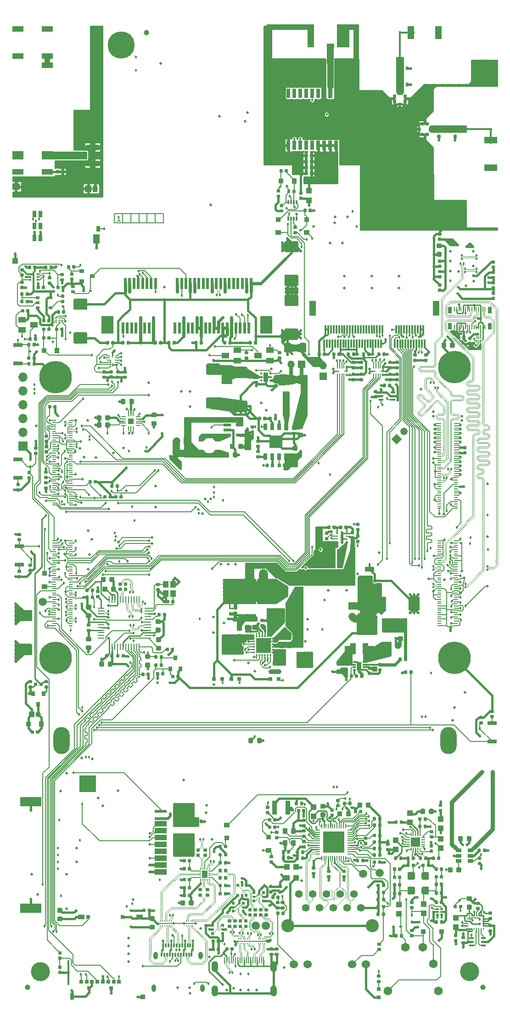
<source format=gbr>
G04 #@! TF.GenerationSoftware,KiCad,Pcbnew,5.0.0*
G04 #@! TF.CreationDate,2018-09-24T15:23:06-04:00*
G04 #@! TF.ProjectId,dvk-mx8m-bsb,64766B2D6D78386D2D6273622E6B6963,v0.1.3*
G04 #@! TF.SameCoordinates,Original*
G04 #@! TF.FileFunction,Copper,L1,Top,Mixed*
G04 #@! TF.FilePolarity,Positive*
%FSLAX46Y46*%
G04 Gerber Fmt 4.6, Leading zero omitted, Abs format (unit mm)*
G04 Created by KiCad (PCBNEW 5.0.0) date Mon Sep 24 15:23:06 2018*
%MOMM*%
%LPD*%
G01*
G04 APERTURE LIST*
G04 #@! TA.AperFunction,NonConductor*
%ADD10C,0.130000*%
G04 #@! TD*
G04 #@! TA.AperFunction,Conductor*
%ADD11R,10.915000X1.000000*%
G04 #@! TD*
G04 #@! TA.AperFunction,Conductor*
%ADD12R,1.000000X7.300000*%
G04 #@! TD*
G04 #@! TA.AperFunction,Conductor*
%ADD13R,4.615000X1.000000*%
G04 #@! TD*
G04 #@! TA.AperFunction,Conductor*
%ADD14R,4.050000X1.000000*%
G04 #@! TD*
G04 #@! TA.AperFunction,Conductor*
%ADD15R,8.650000X1.000000*%
G04 #@! TD*
G04 #@! TA.AperFunction,Conductor*
%ADD16R,2.250000X4.300000*%
G04 #@! TD*
G04 #@! TA.AperFunction,Conductor*
%ADD17R,1.200000X3.790000*%
G04 #@! TD*
G04 #@! TA.AperFunction,SMDPad,CuDef*
%ADD18R,1.150000X3.800000*%
G04 #@! TD*
G04 #@! TA.AperFunction,SMDPad,CuDef*
%ADD19R,1.350000X0.750000*%
G04 #@! TD*
G04 #@! TA.AperFunction,ComponentPad*
%ADD20C,0.200000*%
G04 #@! TD*
G04 #@! TA.AperFunction,SMDPad,CuDef*
%ADD21R,1.000000X1.400000*%
G04 #@! TD*
G04 #@! TA.AperFunction,SMDPad,CuDef*
%ADD22R,0.200000X0.300000*%
G04 #@! TD*
G04 #@! TA.AperFunction,SMDPad,CuDef*
%ADD23R,0.300000X0.200000*%
G04 #@! TD*
G04 #@! TA.AperFunction,ComponentPad*
%ADD24C,0.254000*%
G04 #@! TD*
G04 #@! TA.AperFunction,SMDPad,CuDef*
%ADD25R,1.100000X1.000000*%
G04 #@! TD*
G04 #@! TA.AperFunction,SMDPad,CuDef*
%ADD26R,0.240000X0.900000*%
G04 #@! TD*
G04 #@! TA.AperFunction,SMDPad,CuDef*
%ADD27R,0.900000X0.240000*%
G04 #@! TD*
G04 #@! TA.AperFunction,ComponentPad*
%ADD28O,3.000000X5.000000*%
G04 #@! TD*
G04 #@! TA.AperFunction,SMDPad,CuDef*
%ADD29R,1.400000X1.200000*%
G04 #@! TD*
G04 #@! TA.AperFunction,SMDPad,CuDef*
%ADD30R,1.300000X1.750000*%
G04 #@! TD*
G04 #@! TA.AperFunction,SMDPad,CuDef*
%ADD31R,0.650000X1.000000*%
G04 #@! TD*
G04 #@! TA.AperFunction,SMDPad,CuDef*
%ADD32R,0.800000X1.200000*%
G04 #@! TD*
G04 #@! TA.AperFunction,SMDPad,CuDef*
%ADD33R,0.900000X1.200000*%
G04 #@! TD*
G04 #@! TA.AperFunction,SMDPad,CuDef*
%ADD34R,1.300000X1.200000*%
G04 #@! TD*
G04 #@! TA.AperFunction,SMDPad,CuDef*
%ADD35C,0.784920*%
G04 #@! TD*
G04 #@! TA.AperFunction,Conductor*
%ADD36C,0.020000*%
G04 #@! TD*
G04 #@! TA.AperFunction,SMDPad,CuDef*
%ADD37C,0.830918*%
G04 #@! TD*
G04 #@! TA.AperFunction,SMDPad,CuDef*
%ADD38R,0.775000X0.890000*%
G04 #@! TD*
G04 #@! TA.AperFunction,SMDPad,CuDef*
%ADD39R,2.790000X0.870000*%
G04 #@! TD*
G04 #@! TA.AperFunction,BGAPad,CuDef*
%ADD40C,1.000000*%
G04 #@! TD*
G04 #@! TA.AperFunction,ComponentPad*
%ADD41C,0.300000*%
G04 #@! TD*
G04 #@! TA.AperFunction,SMDPad,CuDef*
%ADD42R,1.500000X1.500000*%
G04 #@! TD*
G04 #@! TA.AperFunction,SMDPad,CuDef*
%ADD43R,3.900000X3.900000*%
G04 #@! TD*
G04 #@! TA.AperFunction,SMDPad,CuDef*
%ADD44R,0.840000X0.220000*%
G04 #@! TD*
G04 #@! TA.AperFunction,SMDPad,CuDef*
%ADD45R,0.220000X0.840000*%
G04 #@! TD*
G04 #@! TA.AperFunction,BGAPad,CuDef*
%ADD46C,0.250000*%
G04 #@! TD*
G04 #@! TA.AperFunction,SMDPad,CuDef*
%ADD47R,0.520000X0.300000*%
G04 #@! TD*
G04 #@! TA.AperFunction,SMDPad,CuDef*
%ADD48R,0.490000X0.300000*%
G04 #@! TD*
G04 #@! TA.AperFunction,Conductor*
%ADD49R,1.670000X0.900000*%
G04 #@! TD*
G04 #@! TA.AperFunction,Conductor*
%ADD50R,0.370000X1.500000*%
G04 #@! TD*
G04 #@! TA.AperFunction,SMDPad,CuDef*
%ADD51R,0.450000X0.370000*%
G04 #@! TD*
G04 #@! TA.AperFunction,SMDPad,CuDef*
%ADD52R,1.500000X0.370000*%
G04 #@! TD*
G04 #@! TA.AperFunction,SMDPad,CuDef*
%ADD53R,0.900000X1.670000*%
G04 #@! TD*
G04 #@! TA.AperFunction,SMDPad,CuDef*
%ADD54O,0.280000X0.380000*%
G04 #@! TD*
G04 #@! TA.AperFunction,SMDPad,CuDef*
%ADD55R,0.280000X0.640000*%
G04 #@! TD*
G04 #@! TA.AperFunction,SMDPad,CuDef*
%ADD56R,0.640000X0.280000*%
G04 #@! TD*
G04 #@! TA.AperFunction,SMDPad,CuDef*
%ADD57O,0.380000X0.280000*%
G04 #@! TD*
G04 #@! TA.AperFunction,SMDPad,CuDef*
%ADD58R,2.700000X2.700000*%
G04 #@! TD*
G04 #@! TA.AperFunction,ComponentPad*
%ADD59C,6.000000*%
G04 #@! TD*
G04 #@! TA.AperFunction,ComponentPad*
%ADD60C,1.600000*%
G04 #@! TD*
G04 #@! TA.AperFunction,SMDPad,CuDef*
%ADD61R,0.700000X1.200000*%
G04 #@! TD*
G04 #@! TA.AperFunction,SMDPad,CuDef*
%ADD62R,0.230000X0.920000*%
G04 #@! TD*
G04 #@! TA.AperFunction,ComponentPad*
%ADD63C,3.500000*%
G04 #@! TD*
G04 #@! TA.AperFunction,SMDPad,CuDef*
%ADD64C,0.590000*%
G04 #@! TD*
G04 #@! TA.AperFunction,SMDPad,CuDef*
%ADD65R,0.240000X0.360000*%
G04 #@! TD*
G04 #@! TA.AperFunction,SMDPad,CuDef*
%ADD66R,0.360000X0.240000*%
G04 #@! TD*
G04 #@! TA.AperFunction,SMDPad,CuDef*
%ADD67R,0.350000X0.230000*%
G04 #@! TD*
G04 #@! TA.AperFunction,SMDPad,CuDef*
%ADD68R,0.230000X1.200000*%
G04 #@! TD*
G04 #@! TA.AperFunction,ComponentPad*
%ADD69O,1.250000X2.000000*%
G04 #@! TD*
G04 #@! TA.AperFunction,ComponentPad*
%ADD70O,0.800000X1.400000*%
G04 #@! TD*
G04 #@! TA.AperFunction,SMDPad,CuDef*
%ADD71R,0.300000X0.700000*%
G04 #@! TD*
G04 #@! TA.AperFunction,SMDPad,CuDef*
%ADD72R,1.200000X2.750000*%
G04 #@! TD*
G04 #@! TA.AperFunction,SMDPad,CuDef*
%ADD73R,0.300000X1.500000*%
G04 #@! TD*
G04 #@! TA.AperFunction,SMDPad,CuDef*
%ADD74R,2.400000X1.300000*%
G04 #@! TD*
G04 #@! TA.AperFunction,Conductor*
%ADD75R,0.400000X2.900000*%
G04 #@! TD*
G04 #@! TA.AperFunction,Conductor*
%ADD76R,6.071600X0.400000*%
G04 #@! TD*
G04 #@! TA.AperFunction,Conductor*
%ADD77R,1.371600X1.371600*%
G04 #@! TD*
G04 #@! TA.AperFunction,SMDPad,CuDef*
%ADD78R,1.300000X2.400000*%
G04 #@! TD*
G04 #@! TA.AperFunction,Conductor*
%ADD79R,2.900000X0.400000*%
G04 #@! TD*
G04 #@! TA.AperFunction,Conductor*
%ADD80R,0.400000X6.071600*%
G04 #@! TD*
G04 #@! TA.AperFunction,SMDPad,CuDef*
%ADD81R,0.600000X2.000000*%
G04 #@! TD*
G04 #@! TA.AperFunction,SMDPad,CuDef*
%ADD82R,2.300000X3.200000*%
G04 #@! TD*
G04 #@! TA.AperFunction,SMDPad,CuDef*
%ADD83C,0.875000*%
G04 #@! TD*
G04 #@! TA.AperFunction,SMDPad,CuDef*
%ADD84R,0.700000X0.750000*%
G04 #@! TD*
G04 #@! TA.AperFunction,SMDPad,CuDef*
%ADD85R,0.700000X0.650000*%
G04 #@! TD*
G04 #@! TA.AperFunction,SMDPad,CuDef*
%ADD86R,0.745000X1.150000*%
G04 #@! TD*
G04 #@! TA.AperFunction,SMDPad,CuDef*
%ADD87R,0.950000X0.900000*%
G04 #@! TD*
G04 #@! TA.AperFunction,SMDPad,CuDef*
%ADD88R,0.420000X4.630000*%
G04 #@! TD*
G04 #@! TA.AperFunction,SMDPad,CuDef*
%ADD89R,1.200000X0.850000*%
G04 #@! TD*
G04 #@! TA.AperFunction,SMDPad,CuDef*
%ADD90R,0.650000X0.750000*%
G04 #@! TD*
G04 #@! TA.AperFunction,SMDPad,CuDef*
%ADD91R,1.300000X0.850000*%
G04 #@! TD*
G04 #@! TA.AperFunction,SMDPad,CuDef*
%ADD92C,2.075000*%
G04 #@! TD*
G04 #@! TA.AperFunction,SMDPad,CuDef*
%ADD93R,1.000000X1.100000*%
G04 #@! TD*
G04 #@! TA.AperFunction,SMDPad,CuDef*
%ADD94R,0.900000X0.900000*%
G04 #@! TD*
G04 #@! TA.AperFunction,SMDPad,CuDef*
%ADD95R,0.900000X1.100000*%
G04 #@! TD*
G04 #@! TA.AperFunction,SMDPad,CuDef*
%ADD96R,1.000000X2.000000*%
G04 #@! TD*
G04 #@! TA.AperFunction,ComponentPad*
%ADD97O,1.350000X1.350000*%
G04 #@! TD*
G04 #@! TA.AperFunction,ComponentPad*
%ADD98R,1.350000X1.350000*%
G04 #@! TD*
G04 #@! TA.AperFunction,SMDPad,CuDef*
%ADD99R,1.320000X0.560000*%
G04 #@! TD*
G04 #@! TA.AperFunction,SMDPad,CuDef*
%ADD100R,0.900000X1.600000*%
G04 #@! TD*
G04 #@! TA.AperFunction,SMDPad,CuDef*
%ADD101R,1.750000X2.650000*%
G04 #@! TD*
G04 #@! TA.AperFunction,SMDPad,CuDef*
%ADD102C,0.975000*%
G04 #@! TD*
G04 #@! TA.AperFunction,SMDPad,CuDef*
%ADD103R,0.600000X1.200000*%
G04 #@! TD*
G04 #@! TA.AperFunction,SMDPad,CuDef*
%ADD104R,0.350000X0.250000*%
G04 #@! TD*
G04 #@! TA.AperFunction,SMDPad,CuDef*
%ADD105R,0.980000X3.400000*%
G04 #@! TD*
G04 #@! TA.AperFunction,ComponentPad*
%ADD106C,1.350000*%
G04 #@! TD*
G04 #@! TA.AperFunction,Conductor*
%ADD107C,1.350000*%
G04 #@! TD*
G04 #@! TA.AperFunction,SMDPad,CuDef*
%ADD108C,1.250000*%
G04 #@! TD*
G04 #@! TA.AperFunction,Conductor*
%ADD109R,3.100000X3.100000*%
G04 #@! TD*
G04 #@! TA.AperFunction,SMDPad,CuDef*
%ADD110R,1.400000X1.000000*%
G04 #@! TD*
G04 #@! TA.AperFunction,SMDPad,CuDef*
%ADD111R,0.480000X0.400000*%
G04 #@! TD*
G04 #@! TA.AperFunction,SMDPad,CuDef*
%ADD112R,0.400000X0.480000*%
G04 #@! TD*
G04 #@! TA.AperFunction,ComponentPad*
%ADD113C,5.000000*%
G04 #@! TD*
G04 #@! TA.AperFunction,SMDPad,CuDef*
%ADD114R,1.700000X0.800000*%
G04 #@! TD*
G04 #@! TA.AperFunction,SMDPad,CuDef*
%ADD115R,2.000000X1.000000*%
G04 #@! TD*
G04 #@! TA.AperFunction,SMDPad,CuDef*
%ADD116R,2.000000X1.500000*%
G04 #@! TD*
G04 #@! TA.AperFunction,Conductor*
%ADD117R,1.000000X2.700000*%
G04 #@! TD*
G04 #@! TA.AperFunction,ComponentPad*
%ADD118O,1.700000X1.700000*%
G04 #@! TD*
G04 #@! TA.AperFunction,ComponentPad*
%ADD119R,1.700000X1.700000*%
G04 #@! TD*
G04 #@! TA.AperFunction,ComponentPad*
%ADD120C,1.550000*%
G04 #@! TD*
G04 #@! TA.AperFunction,SMDPad,CuDef*
%ADD121R,0.700000X1.800000*%
G04 #@! TD*
G04 #@! TA.AperFunction,SMDPad,CuDef*
%ADD122R,0.800000X1.800000*%
G04 #@! TD*
G04 #@! TA.AperFunction,SMDPad,CuDef*
%ADD123C,0.060000*%
G04 #@! TD*
G04 #@! TA.AperFunction,SMDPad,CuDef*
%ADD124C,0.080000*%
G04 #@! TD*
G04 #@! TA.AperFunction,SMDPad,CuDef*
%ADD125C,0.040000*%
G04 #@! TD*
G04 #@! TA.AperFunction,SMDPad,CuDef*
%ADD126R,0.600000X0.550000*%
G04 #@! TD*
G04 #@! TA.AperFunction,SMDPad,CuDef*
%ADD127R,0.500000X0.500000*%
G04 #@! TD*
G04 #@! TA.AperFunction,SMDPad,CuDef*
%ADD128R,0.500000X1.580000*%
G04 #@! TD*
G04 #@! TA.AperFunction,SMDPad,CuDef*
%ADD129R,0.550000X0.600000*%
G04 #@! TD*
G04 #@! TA.AperFunction,SMDPad,CuDef*
%ADD130R,1.580000X0.500000*%
G04 #@! TD*
G04 #@! TA.AperFunction,SMDPad,CuDef*
%ADD131R,4.000000X1.700000*%
G04 #@! TD*
G04 #@! TA.AperFunction,SMDPad,CuDef*
%ADD132R,2.300000X0.500000*%
G04 #@! TD*
G04 #@! TA.AperFunction,SMDPad,CuDef*
%ADD133R,2.300000X1.000000*%
G04 #@! TD*
G04 #@! TA.AperFunction,ComponentPad*
%ADD134C,1.400000*%
G04 #@! TD*
G04 #@! TA.AperFunction,ComponentPad*
%ADD135C,2.400000*%
G04 #@! TD*
G04 #@! TA.AperFunction,ComponentPad*
%ADD136C,1.530000*%
G04 #@! TD*
G04 #@! TA.AperFunction,SMDPad,CuDef*
%ADD137R,1.300000X0.250000*%
G04 #@! TD*
G04 #@! TA.AperFunction,SMDPad,CuDef*
%ADD138R,0.250000X1.300000*%
G04 #@! TD*
G04 #@! TA.AperFunction,ComponentPad*
%ADD139C,6.500000*%
G04 #@! TD*
G04 #@! TA.AperFunction,SMDPad,CuDef*
%ADD140R,0.850000X2.500000*%
G04 #@! TD*
G04 #@! TA.AperFunction,SMDPad,CuDef*
%ADD141R,1.000000X1.200000*%
G04 #@! TD*
G04 #@! TA.AperFunction,SMDPad,CuDef*
%ADD142R,0.900000X1.000000*%
G04 #@! TD*
G04 #@! TA.AperFunction,SMDPad,CuDef*
%ADD143R,1.100000X0.900000*%
G04 #@! TD*
G04 #@! TA.AperFunction,SMDPad,CuDef*
%ADD144R,0.800000X0.800000*%
G04 #@! TD*
G04 #@! TA.AperFunction,SMDPad,CuDef*
%ADD145R,2.200000X1.050000*%
G04 #@! TD*
G04 #@! TA.AperFunction,SMDPad,CuDef*
%ADD146R,1.050000X1.000000*%
G04 #@! TD*
G04 #@! TA.AperFunction,SMDPad,CuDef*
%ADD147R,1.150000X1.150000*%
G04 #@! TD*
G04 #@! TA.AperFunction,SMDPad,CuDef*
%ADD148R,0.700000X1.300000*%
G04 #@! TD*
G04 #@! TA.AperFunction,SMDPad,CuDef*
%ADD149R,0.250000X0.360000*%
G04 #@! TD*
G04 #@! TA.AperFunction,SMDPad,CuDef*
%ADD150R,1.600000X1.800000*%
G04 #@! TD*
G04 #@! TA.AperFunction,ComponentPad*
%ADD151C,1.000000*%
G04 #@! TD*
G04 #@! TA.AperFunction,ComponentPad*
%ADD152R,1.000000X1.000000*%
G04 #@! TD*
G04 #@! TA.AperFunction,SMDPad,CuDef*
%ADD153R,1.905000X2.790000*%
G04 #@! TD*
G04 #@! TA.AperFunction,SMDPad,CuDef*
%ADD154R,1.180000X4.400000*%
G04 #@! TD*
G04 #@! TA.AperFunction,SMDPad,CuDef*
%ADD155R,0.600000X0.600000*%
G04 #@! TD*
G04 #@! TA.AperFunction,SMDPad,CuDef*
%ADD156R,0.600000X0.400000*%
G04 #@! TD*
G04 #@! TA.AperFunction,SMDPad,CuDef*
%ADD157R,0.400000X0.600000*%
G04 #@! TD*
G04 #@! TA.AperFunction,SMDPad,CuDef*
%ADD158R,0.150000X0.500000*%
G04 #@! TD*
G04 #@! TA.AperFunction,SMDPad,CuDef*
%ADD159R,0.900000X0.400000*%
G04 #@! TD*
G04 #@! TA.AperFunction,SMDPad,CuDef*
%ADD160R,0.220000X0.650000*%
G04 #@! TD*
G04 #@! TA.AperFunction,SMDPad,CuDef*
%ADD161R,0.500000X0.220000*%
G04 #@! TD*
G04 #@! TA.AperFunction,SMDPad,CuDef*
%ADD162R,0.500000X0.320000*%
G04 #@! TD*
G04 #@! TA.AperFunction,SMDPad,CuDef*
%ADD163R,0.450000X0.300000*%
G04 #@! TD*
G04 #@! TA.AperFunction,SMDPad,CuDef*
%ADD164R,0.800000X0.550000*%
G04 #@! TD*
G04 #@! TA.AperFunction,SMDPad,CuDef*
%ADD165R,0.500000X0.150000*%
G04 #@! TD*
G04 #@! TA.AperFunction,SMDPad,CuDef*
%ADD166R,1.060000X0.650000*%
G04 #@! TD*
G04 #@! TA.AperFunction,SMDPad,CuDef*
%ADD167R,1.000000X0.700000*%
G04 #@! TD*
G04 #@! TA.AperFunction,SMDPad,CuDef*
%ADD168R,0.650000X0.220000*%
G04 #@! TD*
G04 #@! TA.AperFunction,SMDPad,CuDef*
%ADD169R,0.220000X0.500000*%
G04 #@! TD*
G04 #@! TA.AperFunction,SMDPad,CuDef*
%ADD170R,0.320000X0.500000*%
G04 #@! TD*
G04 #@! TA.AperFunction,SMDPad,CuDef*
%ADD171R,0.700000X0.200000*%
G04 #@! TD*
G04 #@! TA.AperFunction,SMDPad,CuDef*
%ADD172R,0.850000X0.850000*%
G04 #@! TD*
G04 #@! TA.AperFunction,SMDPad,CuDef*
%ADD173R,1.750000X1.100000*%
G04 #@! TD*
G04 #@! TA.AperFunction,SMDPad,CuDef*
%ADD174R,1.100000X1.750000*%
G04 #@! TD*
G04 #@! TA.AperFunction,ComponentPad*
%ADD175C,0.230000*%
G04 #@! TD*
G04 #@! TA.AperFunction,SMDPad,CuDef*
%ADD176R,0.710000X0.220000*%
G04 #@! TD*
G04 #@! TA.AperFunction,SMDPad,CuDef*
%ADD177R,0.220000X0.710000*%
G04 #@! TD*
G04 #@! TA.AperFunction,SMDPad,CuDef*
%ADD178R,1.750000X1.750000*%
G04 #@! TD*
G04 #@! TA.AperFunction,SMDPad,CuDef*
%ADD179C,1.350000*%
G04 #@! TD*
G04 #@! TA.AperFunction,SMDPad,CuDef*
%ADD180R,0.800000X0.900000*%
G04 #@! TD*
G04 #@! TA.AperFunction,SMDPad,CuDef*
%ADD181R,0.900000X0.800000*%
G04 #@! TD*
G04 #@! TA.AperFunction,BGAPad,CuDef*
%ADD182C,1.500000*%
G04 #@! TD*
G04 #@! TA.AperFunction,SMDPad,CuDef*
%ADD183R,0.300000X0.800000*%
G04 #@! TD*
G04 #@! TA.AperFunction,ViaPad*
%ADD184C,0.457200*%
G04 #@! TD*
G04 #@! TA.AperFunction,ViaPad*
%ADD185C,0.508000*%
G04 #@! TD*
G04 #@! TA.AperFunction,Conductor*
%ADD186C,0.134620*%
G04 #@! TD*
G04 #@! TA.AperFunction,Conductor*
%ADD187C,0.250000*%
G04 #@! TD*
G04 #@! TA.AperFunction,Conductor*
%ADD188C,0.360000*%
G04 #@! TD*
G04 #@! TA.AperFunction,Conductor*
%ADD189C,0.200000*%
G04 #@! TD*
G04 #@! TA.AperFunction,Conductor*
%ADD190C,0.457200*%
G04 #@! TD*
G04 #@! TA.AperFunction,Conductor*
%ADD191C,0.254000*%
G04 #@! TD*
G04 #@! TA.AperFunction,Conductor*
%ADD192C,0.875000*%
G04 #@! TD*
G04 #@! TA.AperFunction,Conductor*
%ADD193C,0.640000*%
G04 #@! TD*
G04 #@! TA.AperFunction,Conductor*
%ADD194C,0.400000*%
G04 #@! TD*
G04 #@! TA.AperFunction,Conductor*
%ADD195C,0.300000*%
G04 #@! TD*
G04 #@! TA.AperFunction,Conductor*
%ADD196C,0.500000*%
G04 #@! TD*
G04 #@! TA.AperFunction,Conductor*
%ADD197C,0.310000*%
G04 #@! TD*
G04 #@! TA.AperFunction,Conductor*
%ADD198C,0.240000*%
G04 #@! TD*
G04 #@! TA.AperFunction,Conductor*
%ADD199C,0.127000*%
G04 #@! TD*
G04 #@! TA.AperFunction,Conductor*
%ADD200C,0.600000*%
G04 #@! TD*
G04 #@! TA.AperFunction,Conductor*
%ADD201C,0.150000*%
G04 #@! TD*
G04 #@! TA.AperFunction,Conductor*
%ADD202C,0.220000*%
G04 #@! TD*
G04 #@! TA.AperFunction,Conductor*
%ADD203C,0.230000*%
G04 #@! TD*
G04 #@! TA.AperFunction,Conductor*
%ADD204C,0.155000*%
G04 #@! TD*
G04 #@! TA.AperFunction,Conductor*
%ADD205C,0.590000*%
G04 #@! TD*
G04 #@! TA.AperFunction,Conductor*
%ADD206C,0.420000*%
G04 #@! TD*
G04 #@! TA.AperFunction,Conductor*
%ADD207C,0.280000*%
G04 #@! TD*
G04 #@! TA.AperFunction,Conductor*
%ADD208C,0.270000*%
G04 #@! TD*
G04 #@! TA.AperFunction,Conductor*
%ADD209C,0.320000*%
G04 #@! TD*
G04 #@! TA.AperFunction,Conductor*
%ADD210C,0.370000*%
G04 #@! TD*
G04 #@! TA.AperFunction,Conductor*
%ADD211C,0.146419*%
G04 #@! TD*
G04 #@! TA.AperFunction,Conductor*
%ADD212C,0.134640*%
G04 #@! TD*
G04 #@! TA.AperFunction,Conductor*
%ADD213C,0.134630*%
G04 #@! TD*
G04 #@! TA.AperFunction,Conductor*
%ADD214C,0.457000*%
G04 #@! TD*
G04 #@! TA.AperFunction,Conductor*
%ADD215C,0.800000*%
G04 #@! TD*
G04 #@! TA.AperFunction,Conductor*
%ADD216C,0.381000*%
G04 #@! TD*
G04 #@! TA.AperFunction,Conductor*
%ADD217C,1.700000*%
G04 #@! TD*
G04 #@! TA.AperFunction,Conductor*
%ADD218C,1.000000*%
G04 #@! TD*
G04 #@! TA.AperFunction,Conductor*
%ADD219C,0.560000*%
G04 #@! TD*
G04 #@! TA.AperFunction,Conductor*
%ADD220C,0.330000*%
G04 #@! TD*
G04 #@! TA.AperFunction,Conductor*
%ADD221C,0.203200*%
G04 #@! TD*
G04 #@! TA.AperFunction,Conductor*
%ADD222C,0.700000*%
G04 #@! TD*
G04 #@! TA.AperFunction,Conductor*
%ADD223C,0.089154*%
G04 #@! TD*
G04 #@! TA.AperFunction,Conductor*
%ADD224C,0.114554*%
G04 #@! TD*
G04 APERTURE END LIST*
D10*
X80146428Y-94754761D02*
X79603571Y-94754761D01*
X79875000Y-94754761D02*
X79875000Y-93804761D01*
X79784523Y-93940476D01*
X79694047Y-94030952D01*
X79603571Y-94076190D01*
D11*
G04 #@! TO.N,GND*
G04 #@! TO.C,AE2301*
X112657500Y-65300000D03*
D12*
X107700000Y-62150000D03*
D13*
X121892500Y-65300000D03*
D12*
X123700000Y-62150000D03*
D14*
X122175000Y-59000000D03*
D15*
X111525000Y-59000000D03*
D16*
X121275000Y-60650000D03*
D17*
G04 #@! TO.N,Net-(AE2301-Pad1)*
X118850000Y-63945000D03*
D18*
G04 #@! TD*
G04 #@! TO.P,AE2301,2*
G04 #@! TO.N,GND*
X115275000Y-60900000D03*
G04 #@! TO.P,AE2301,2*
G04 #@! TO.N,GND*
X120725000Y-60900000D03*
D19*
G04 #@! TO.P,AE2301,1*
G04 #@! TO.N,Net-(AE2301-Pad1)*
X118925000Y-62425000D03*
G04 #@! TD*
D20*
G04 #@! TO.P,U202,19*
G04 #@! TO.N,GND*
X95750000Y-215585000D03*
X95750000Y-214685000D03*
D21*
X95750000Y-215135000D03*
D22*
G04 #@! TO.P,U202,5*
G04 #@! TO.N,1V8_P*
X94950000Y-216185000D03*
G04 #@! TO.P,U202,7*
G04 #@! TO.N,/USB-C/TX_CON_1_N*
X95750000Y-216185000D03*
G04 #@! TO.P,U202,6*
G04 #@! TO.N,/USB-C/TX_CON_1_P*
X95350000Y-216185000D03*
G04 #@! TO.P,U202,8*
G04 #@! TO.N,/USB-C/RX_CON_2_N*
X96150000Y-216185000D03*
G04 #@! TO.P,U202,9*
G04 #@! TO.N,/USB-C/RX_CON_2_P*
X96550000Y-216185000D03*
G04 #@! TO.P,U202,18*
G04 #@! TO.N,/USB-C/USB1_RXC_P*
X94950000Y-214085000D03*
G04 #@! TO.P,U202,17*
G04 #@! TO.N,/USB-C/USB1_RXC_N*
X95350000Y-214085000D03*
G04 #@! TO.P,U202,16*
G04 #@! TO.N,Net-(D201-Pad2)*
X95750000Y-214085000D03*
G04 #@! TO.P,U202,15*
G04 #@! TO.N,/USB-C/USB1_TX_P*
X96150000Y-214085000D03*
G04 #@! TO.P,U202,14*
G04 #@! TO.N,/USB-C/USB1_TX_N*
X96550000Y-214085000D03*
D23*
G04 #@! TO.P,U202,13*
G04 #@! TO.N,Net-(R204-Pad2)*
X96600000Y-214535000D03*
G04 #@! TO.P,U202,12*
G04 #@! TO.N,/USB-C/TX_CON_2_P*
X96600000Y-214935000D03*
G04 #@! TO.P,U202,11*
G04 #@! TO.N,/USB-C/TX_CON_2_N*
X96600000Y-215335000D03*
G04 #@! TO.P,U202,10*
G04 #@! TO.N,Net-(R205-Pad2)*
X96600000Y-215735000D03*
G04 #@! TO.P,U202,4*
G04 #@! TO.N,Net-(R203-Pad2)*
X94900000Y-215735000D03*
G04 #@! TO.P,U202,3*
G04 #@! TO.N,/USB-C/RX_CON_1_N*
X94900000Y-215335000D03*
G04 #@! TO.P,U202,2*
G04 #@! TO.N,/USB-C/RX_CON_1_P*
X94900000Y-214935000D03*
G04 #@! TO.P,U202,1*
G04 #@! TO.N,Net-(R202-Pad2)*
X94900000Y-214535000D03*
G04 #@! TD*
D24*
G04 #@! TO.P,U201,17*
G04 #@! TO.N,GND*
X82400000Y-131840000D03*
X81800000Y-131440000D03*
D25*
X82100000Y-131640000D03*
D26*
G04 #@! TO.P,U201,16*
G04 #@! TO.N,/EN_SRC*
X81700000Y-130290000D03*
G04 #@! TO.P,U201,15*
G04 #@! TO.N,VBUS*
X82100000Y-130290000D03*
G04 #@! TO.P,U201,14*
G04 #@! TO.N,/USB-C/CC2*
X82500000Y-130290000D03*
D27*
G04 #@! TO.P,U201,13*
G04 #@! TO.N,/USB-C/CC1*
X83450000Y-130840000D03*
G04 #@! TO.P,U201,12*
G04 #@! TO.N,5V_P*
X83450000Y-131240000D03*
G04 #@! TO.P,U201,11*
G04 #@! TO.N,/USB-C/USB_LD_~FLT*
X83450000Y-131640000D03*
G04 #@! TO.P,U201,10*
G04 #@! TO.N,/TCPC_~INT*
X83450000Y-132040000D03*
G04 #@! TO.P,U201,9*
G04 #@! TO.N,/USB-C/DEBUG_ACCESS*
X83450000Y-132440000D03*
D26*
G04 #@! TO.P,U201,8*
G04 #@! TO.N,/I2C1_SCL*
X82500000Y-132990000D03*
G04 #@! TO.P,U201,7*
G04 #@! TO.N,/I2C1_SDA*
X82100000Y-132990000D03*
G04 #@! TO.P,U201,6*
G04 #@! TO.N,/USB-C/ILIM_5V_VBUS*
X81700000Y-132990000D03*
D27*
G04 #@! TO.P,U201,5*
G04 #@! TO.N,Net-(R212-Pad1)*
X80750000Y-132440000D03*
G04 #@! TO.P,U201,4*
G04 #@! TO.N,/USB-C/BYPASS*
X80750000Y-132040000D03*
G04 #@! TO.P,U201,3*
G04 #@! TO.N,3V3*
X80750000Y-131640000D03*
G04 #@! TO.P,U201,2*
G04 #@! TO.N,/EN_SNK*
X80750000Y-131240000D03*
G04 #@! TO.P,U201,1*
G04 #@! TO.N,/USB-C/FRS_EN*
X80750000Y-130840000D03*
G04 #@! TD*
D28*
G04 #@! TO.P,BT301,1*
G04 #@! TO.N,Net-(BT301-Pad1)*
X140700000Y-190500000D03*
G04 #@! TO.P,BT301,2*
G04 #@! TO.N,GND*
X69300000Y-190500000D03*
G04 #@! TD*
D25*
G04 #@! TO.P,J1503,HD4*
G04 #@! TO.N,GND*
X60750000Y-102100000D03*
D29*
G04 #@! TO.P,J1503,HD1*
X60900000Y-88400000D03*
D30*
G04 #@! TO.P,J1503,HD3*
X75750000Y-98070000D03*
D31*
G04 #@! TO.P,J1503,DSW2*
G04 #@! TO.N,/WWAN mPCIe/SIM_DETECT_I*
X76075000Y-96200000D03*
D32*
G04 #@! TO.P,J1503,C7*
G04 #@! TO.N,/WWAN mPCIe/UIM-DATA*
X65410000Y-93480000D03*
G04 #@! TO.P,J1503,C6*
G04 #@! TO.N,Net-(J1503-PadC6)*
X65410000Y-95670000D03*
G04 #@! TO.P,J1503,C5*
G04 #@! TO.N,GND*
X65410000Y-97860000D03*
G04 #@! TO.P,J1503,C3*
G04 #@! TO.N,/WWAN mPCIe/UIM-CLK*
X64310000Y-93480000D03*
G04 #@! TO.P,J1503,C2*
G04 #@! TO.N,/WWAN mPCIe/UIM-RESET*
X64310000Y-95670000D03*
G04 #@! TO.P,J1503,C1*
G04 #@! TO.N,/WWAN mPCIe/UIM-PWR*
X64310000Y-97860000D03*
D33*
G04 #@! TO.P,J1503,DSW1*
G04 #@! TO.N,GND*
X75500000Y-88800000D03*
D34*
G04 #@! TO.P,J1503,HD2*
X74250000Y-88800000D03*
G04 #@! TD*
D35*
G04 #@! TO.P,L404,1*
G04 #@! TO.N,Net-(L404-Pad1)*
X97940000Y-134475000D03*
D36*
G04 #@! TD*
G04 #@! TO.N,Net-(L404-Pad1)*
G04 #@! TO.C,L404*
G36*
X97384999Y-134470157D02*
X97944843Y-133919999D01*
X98495001Y-134479843D01*
X97935157Y-135030001D01*
X97384999Y-134470157D01*
X97384999Y-134470157D01*
G37*
D37*
G04 #@! TO.P,L404,2*
G04 #@! TO.N,1V8_P*
X95387500Y-137457500D03*
D36*
G04 #@! TD*
G04 #@! TO.N,1V8_P*
G04 #@! TO.C,L404*
G36*
X94799996Y-137464678D02*
X95380322Y-136869996D01*
X95975004Y-137450322D01*
X95394678Y-138045004D01*
X94799996Y-137464678D01*
X94799996Y-137464678D01*
G37*
D37*
G04 #@! TO.P,L404,2*
G04 #@! TO.N,1V8_P*
X97712750Y-137457450D03*
D36*
G04 #@! TD*
G04 #@! TO.N,1V8_P*
G04 #@! TO.C,L404*
G36*
X97719928Y-136869946D02*
X98300254Y-137464628D01*
X97705572Y-138044954D01*
X97125246Y-137450272D01*
X97719928Y-136869946D01*
X97719928Y-136869946D01*
G37*
D37*
G04 #@! TO.P,L404,1*
G04 #@! TO.N,Net-(L404-Pad1)*
X95387500Y-134782500D03*
D36*
G04 #@! TD*
G04 #@! TO.N,Net-(L404-Pad1)*
G04 #@! TO.C,L404*
G36*
X95394678Y-134194996D02*
X95975004Y-134789678D01*
X95380322Y-135370004D01*
X94799996Y-134775322D01*
X95394678Y-134194996D01*
X95394678Y-134194996D01*
G37*
D37*
G04 #@! TO.P,L404,1*
G04 #@! TO.N,Net-(L404-Pad1)*
X97712750Y-134782500D03*
D36*
G04 #@! TD*
G04 #@! TO.N,Net-(L404-Pad1)*
G04 #@! TO.C,L404*
G36*
X97125246Y-134789678D02*
X97705572Y-134194996D01*
X98300254Y-134775322D01*
X97719928Y-135370004D01*
X97125246Y-134789678D01*
X97125246Y-134789678D01*
G37*
D35*
G04 #@! TO.P,L404,2*
G04 #@! TO.N,1V8_P*
X95160000Y-137765000D03*
D36*
G04 #@! TD*
G04 #@! TO.N,1V8_P*
G04 #@! TO.C,L404*
G36*
X94604999Y-137760157D02*
X95164843Y-137209999D01*
X95715001Y-137769843D01*
X95155157Y-138320001D01*
X94604999Y-137760157D01*
X94604999Y-137760157D01*
G37*
D35*
G04 #@! TO.P,L404,2*
G04 #@! TO.N,1V8_P*
X97940000Y-137765000D03*
D36*
G04 #@! TD*
G04 #@! TO.N,1V8_P*
G04 #@! TO.C,L404*
G36*
X97935157Y-137209999D02*
X98495001Y-137760157D01*
X97944843Y-138320001D01*
X97384999Y-137769843D01*
X97935157Y-137209999D01*
X97935157Y-137209999D01*
G37*
D35*
G04 #@! TO.P,L404,1*
G04 #@! TO.N,Net-(L404-Pad1)*
X95160000Y-134475000D03*
D36*
G04 #@! TD*
G04 #@! TO.N,Net-(L404-Pad1)*
G04 #@! TO.C,L404*
G36*
X95155157Y-133919999D02*
X95715001Y-134470157D01*
X95164843Y-135030001D01*
X94604999Y-134479843D01*
X95155157Y-133919999D01*
X95155157Y-133919999D01*
G37*
D35*
G04 #@! TO.P,L404,1*
G04 #@! TO.N,Net-(L404-Pad1)*
X97940000Y-134475000D03*
D36*
G04 #@! TD*
G04 #@! TO.N,Net-(L404-Pad1)*
G04 #@! TO.C,L404*
G36*
X97384999Y-134470157D02*
X97944843Y-133919999D01*
X98495001Y-134479843D01*
X97935157Y-135030001D01*
X97384999Y-134470157D01*
X97384999Y-134470157D01*
G37*
D38*
G04 #@! TO.P,L404,2*
G04 #@! TO.N,1V8_P*
X94992500Y-137315000D03*
X98107500Y-137315000D03*
G04 #@! TO.P,L404,1*
G04 #@! TO.N,Net-(L404-Pad1)*
X94992500Y-134925000D03*
X98107500Y-134925000D03*
D39*
G04 #@! TO.P,L404,2*
G04 #@! TO.N,1V8_P*
X96550000Y-137885000D03*
G04 #@! TO.P,L404,1*
G04 #@! TO.N,Net-(L404-Pad1)*
X96550000Y-134355000D03*
G04 #@! TD*
D40*
G04 #@! TO.P,FID101,*
G04 #@! TO.N,*
X85000000Y-60000000D03*
G04 #@! TD*
G04 #@! TO.P,FID103,*
G04 #@! TO.N,*
X147000000Y-236000000D03*
G04 #@! TD*
G04 #@! TO.P,FID102,*
G04 #@! TO.N,*
X63000000Y-236000000D03*
G04 #@! TD*
D41*
G04 #@! TO.P,U1701,49*
G04 #@! TO.N,GND*
X120000000Y-208700000D03*
X120000000Y-209700000D03*
X119000000Y-209700000D03*
X118000000Y-209700000D03*
X118000000Y-210700000D03*
X119000000Y-210700000D03*
X120000000Y-210700000D03*
X121000000Y-210700000D03*
X121000000Y-209700000D03*
X121000000Y-208700000D03*
X121000000Y-207700000D03*
X120000000Y-207700000D03*
X119000000Y-207700000D03*
X118000000Y-207700000D03*
X118000000Y-208700000D03*
X119000000Y-208700000D03*
D42*
X118500000Y-210200000D03*
X120500000Y-210200000D03*
X120500000Y-208200000D03*
X118500000Y-208200000D03*
D43*
X119500000Y-209200000D03*
D44*
G04 #@! TO.P,U1701,36*
G04 #@! TO.N,/Ethernet/ENET_TD0*
X122445000Y-207000000D03*
G04 #@! TO.P,U1701,35*
G04 #@! TO.N,/Ethernet/ENET_TXC*
X122445000Y-207400000D03*
G04 #@! TO.P,U1701,34*
G04 #@! TO.N,/Ethernet/ENET_TX_CTL*
X122445000Y-207800000D03*
G04 #@! TO.P,U1701,33*
G04 #@! TO.N,/Ethernet/ENET_RXC*
X122445000Y-208200000D03*
G04 #@! TO.P,U1701,32*
G04 #@! TO.N,/Ethernet/ENET_RX_CTL*
X122445000Y-208600000D03*
G04 #@! TO.P,U1701,31*
G04 #@! TO.N,/Ethernet/ENET_RD0*
X122445000Y-209000000D03*
G04 #@! TO.P,U1701,30*
G04 #@! TO.N,/Ethernet/ENET_RD1*
X122445000Y-209400000D03*
G04 #@! TO.P,U1701,29*
G04 #@! TO.N,/ENET_2V5*
X122445000Y-209800000D03*
G04 #@! TO.P,U1701,28*
G04 #@! TO.N,/Ethernet/ENET_RD2*
X122445000Y-210200000D03*
G04 #@! TO.P,U1701,27*
G04 #@! TO.N,/Ethernet/ENET_RD3*
X122445000Y-210600000D03*
G04 #@! TO.P,U1701,26*
G04 #@! TO.N,/Ethernet/LED_LINK10_100*
X122445000Y-211000000D03*
G04 #@! TO.P,U1701,25*
G04 #@! TO.N,Net-(TP1701-Pad1)*
X122445000Y-211400000D03*
G04 #@! TO.P,U1701,12*
G04 #@! TO.N,/Ethernet/ETH_TRX0_N*
X116555000Y-211400000D03*
G04 #@! TO.P,U1701,11*
G04 #@! TO.N,/Ethernet/ETH_TRX0_P*
X116555000Y-211000000D03*
G04 #@! TO.P,U1701,10*
G04 #@! TO.N,/ENET_2V5*
X116555000Y-210600000D03*
G04 #@! TO.P,U1701,9*
G04 #@! TO.N,Net-(R1722-Pad2)*
X116555000Y-210200000D03*
G04 #@! TO.P,U1701,8*
G04 #@! TO.N,Net-(C1711-Pad1)*
X116555000Y-209800000D03*
G04 #@! TO.P,U1701,7*
G04 #@! TO.N,Net-(C1702-Pad1)*
X116555000Y-209400000D03*
G04 #@! TO.P,U1701,6*
G04 #@! TO.N,Net-(C1701-Pad1)*
X116555000Y-209000000D03*
G04 #@! TO.P,U1701,5*
G04 #@! TO.N,/ENET_~INT*
X116555000Y-208600000D03*
G04 #@! TO.P,U1701,4*
G04 #@! TO.N,3V3_P*
X116555000Y-208200000D03*
G04 #@! TO.P,U1701,3*
G04 #@! TO.N,Net-(L1701-Pad1)*
X116555000Y-207800000D03*
G04 #@! TO.P,U1701,2*
G04 #@! TO.N,Net-(D1701-Pad2)*
X116555000Y-207400000D03*
G04 #@! TO.P,U1701,1*
G04 #@! TO.N,/Ethernet/ENET_MDC*
X116555000Y-207000000D03*
D45*
G04 #@! TO.P,U1701,48*
G04 #@! TO.N,/Ethernet/ENET_MDIO*
X117300000Y-206255000D03*
G04 #@! TO.P,U1701,47*
G04 #@! TO.N,/Ethernet/ENET_1V1*
X117700000Y-206255000D03*
G04 #@! TO.P,U1701,46*
G04 #@! TO.N,Net-(U1701-Pad46)*
X118100000Y-206255000D03*
G04 #@! TO.P,U1701,45*
G04 #@! TO.N,Net-(U1701-Pad45)*
X118500000Y-206255000D03*
G04 #@! TO.P,U1701,44*
G04 #@! TO.N,Net-(C1711-Pad1)*
X118900000Y-206255000D03*
G04 #@! TO.P,U1701,43*
G04 #@! TO.N,Net-(U1701-Pad43)*
X119300000Y-206255000D03*
G04 #@! TO.P,U1701,42*
G04 #@! TO.N,Net-(U1701-Pad42)*
X119700000Y-206255000D03*
G04 #@! TO.P,U1701,41*
G04 #@! TO.N,Net-(R1721-Pad2)*
X120100000Y-206255000D03*
G04 #@! TO.P,U1701,40*
G04 #@! TO.N,/ENET_WoL*
X120500000Y-206255000D03*
G04 #@! TO.P,U1701,39*
G04 #@! TO.N,/Ethernet/ENET_TD3*
X120900000Y-206255000D03*
G04 #@! TO.P,U1701,38*
G04 #@! TO.N,/Ethernet/ENET_TD2*
X121300000Y-206255000D03*
G04 #@! TO.P,U1701,37*
G04 #@! TO.N,/Ethernet/ENET_TD1*
X121700000Y-206255000D03*
G04 #@! TO.P,U1701,24*
G04 #@! TO.N,/Ethernet/LED_LINK1000*
X121700000Y-212145000D03*
G04 #@! TO.P,U1701,23*
G04 #@! TO.N,/Ethernet/LED_ACT*
X121300000Y-212145000D03*
G04 #@! TO.P,U1701,22*
G04 #@! TO.N,Net-(TP1702-Pad1)*
X120900000Y-212145000D03*
G04 #@! TO.P,U1701,21*
G04 #@! TO.N,/Ethernet/ETH_TRX3_N*
X120500000Y-212145000D03*
G04 #@! TO.P,U1701,20*
G04 #@! TO.N,/Ethernet/ETH_TRX3_P*
X120100000Y-212145000D03*
G04 #@! TO.P,U1701,19*
G04 #@! TO.N,Net-(C1711-Pad1)*
X119700000Y-212145000D03*
G04 #@! TO.P,U1701,18*
G04 #@! TO.N,/Ethernet/ETH_TRX2_N*
X119300000Y-212145000D03*
G04 #@! TO.P,U1701,17*
G04 #@! TO.N,/Ethernet/ETH_TRX2_P*
X118900000Y-212145000D03*
G04 #@! TO.P,U1701,16*
G04 #@! TO.N,Net-(C1703-Pad1)*
X118500000Y-212145000D03*
G04 #@! TO.P,U1701,15*
G04 #@! TO.N,/Ethernet/ETH_TRX1_N*
X118100000Y-212145000D03*
G04 #@! TO.P,U1701,14*
G04 #@! TO.N,/Ethernet/ETH_TRX1_P*
X117700000Y-212145000D03*
G04 #@! TO.P,U1701,13*
G04 #@! TO.N,Net-(C1711-Pad1)*
X117300000Y-212145000D03*
G04 #@! TD*
D46*
G04 #@! TO.P,U205,C3*
G04 #@! TO.N,/USB-C/RX_CON_2_P*
X92750000Y-223800000D03*
G04 #@! TO.P,U205,C2*
G04 #@! TO.N,/USB-C/TX_CON_2C_N*
X93150000Y-223800000D03*
G04 #@! TO.P,U205,C1*
G04 #@! TO.N,/USB-C/TX_CON_2C_P*
X93550000Y-223800000D03*
G04 #@! TO.P,U205,C4*
G04 #@! TO.N,/USB-C/RX_CON_2_N*
X92350000Y-223800000D03*
G04 #@! TO.P,U205,A4*
G04 #@! TO.N,/USB-C/USBC_CN_SSRX2_N*
X92350000Y-224600000D03*
G04 #@! TO.P,U205,A3*
G04 #@! TO.N,/USB-C/USBC_CN_SSRX2_P*
X92750000Y-224600000D03*
G04 #@! TO.P,U205,A2*
G04 #@! TO.N,/USB-C/USBC_CN_SSTX2_P*
X93150000Y-224600000D03*
G04 #@! TO.P,U205,A1*
G04 #@! TO.N,/USB-C/USBC_CN_SSTX2_N*
X93550000Y-224600000D03*
G04 #@! TO.P,U205,B1*
G04 #@! TO.N,GND*
X93350000Y-224200000D03*
G04 #@! TO.P,U205,B2*
X92550000Y-224200000D03*
G04 #@! TD*
G04 #@! TO.P,U204,C5*
G04 #@! TO.N,/USB-C/RX_CON_1_N*
X87950000Y-223800000D03*
G04 #@! TO.P,U204,A6*
G04 #@! TO.N,/USB-C/USBC_CN_SSRX1_N*
X87550000Y-224600000D03*
G04 #@! TO.P,U204,A5*
G04 #@! TO.N,/USB-C/USBC_CN_SSRX1_P*
X87950000Y-224600000D03*
G04 #@! TO.P,U204,B3*
G04 #@! TO.N,GND*
X87750000Y-224200000D03*
G04 #@! TO.P,U204,C6*
G04 #@! TO.N,/USB-C/RX_CON_1_P*
X87550000Y-223800000D03*
G04 #@! TO.P,U204,C3*
G04 #@! TO.N,/USB-C/TX_CON_1C_N*
X88750000Y-223800000D03*
G04 #@! TO.P,U204,C2*
G04 #@! TO.N,/USB-C/USB1_D_P*
X89150000Y-223800000D03*
G04 #@! TO.P,U204,C1*
G04 #@! TO.N,/USB-C/USB1_D_N*
X89550000Y-223800000D03*
G04 #@! TO.P,U204,C4*
G04 #@! TO.N,/USB-C/TX_CON_1C_P*
X88350000Y-223800000D03*
G04 #@! TO.P,U204,A4*
G04 #@! TO.N,/USB-C/USBC_CN_SSTX1_P*
X88350000Y-224600000D03*
G04 #@! TO.P,U204,A3*
G04 #@! TO.N,/USB-C/USBC_CN_SSTX1_N*
X88750000Y-224600000D03*
G04 #@! TO.P,U204,A2*
G04 #@! TO.N,/USB-C/USBC_CN_D_P*
X89150000Y-224600000D03*
G04 #@! TO.P,U204,A1*
G04 #@! TO.N,/USB-C/USBC_CN_D_N*
X89550000Y-224600000D03*
G04 #@! TO.P,U204,B1*
G04 #@! TO.N,GND*
X89350000Y-224200000D03*
G04 #@! TO.P,U204,B2*
X88550000Y-224200000D03*
G04 #@! TD*
G04 #@! TO.P,U1902,C3*
G04 #@! TO.N,/HDMI/HDMI_TX1_P*
X106000000Y-227100000D03*
G04 #@! TO.P,U1902,C2*
G04 #@! TO.N,/HDMI/HDMI_TX2_N*
X106400000Y-227100000D03*
G04 #@! TO.P,U1902,C1*
G04 #@! TO.N,/HDMI/HDMI_TX2_P*
X106800000Y-227100000D03*
G04 #@! TO.P,U1902,C4*
G04 #@! TO.N,/HDMI/HDMI_TX1_N*
X105600000Y-227100000D03*
G04 #@! TO.P,U1902,A4*
G04 #@! TO.N,/HDMI/HDMI_CN_TX1_N*
X105600000Y-227900000D03*
G04 #@! TO.P,U1902,A3*
G04 #@! TO.N,/HDMI/HDMI_CN_TX1_P*
X106000000Y-227900000D03*
G04 #@! TO.P,U1902,A2*
G04 #@! TO.N,/HDMI/HDMI_CN_TX2_N*
X106400000Y-227900000D03*
G04 #@! TO.P,U1902,A1*
G04 #@! TO.N,/HDMI/HDMI_CN_TX2_P*
X106800000Y-227900000D03*
G04 #@! TO.P,U1902,B1*
G04 #@! TO.N,GND*
X106600000Y-227500000D03*
G04 #@! TO.P,U1902,B2*
X105800000Y-227500000D03*
G04 #@! TD*
G04 #@! TO.P,U1901,C5*
G04 #@! TO.N,/HDMI/HDMI_CLK_P*
X102400000Y-227100000D03*
G04 #@! TO.P,U1901,A6*
G04 #@! TO.N,/HDMI/HDMI_CN_CLK_N*
X102000000Y-227900000D03*
G04 #@! TO.P,U1901,A5*
G04 #@! TO.N,/HDMI/HDMI_CN_CLK_P*
X102400000Y-227900000D03*
G04 #@! TO.P,U1901,B3*
G04 #@! TO.N,GND*
X102200000Y-227500000D03*
G04 #@! TO.P,U1901,C6*
G04 #@! TO.N,/HDMI/HDMI_CLK_N*
X102000000Y-227100000D03*
G04 #@! TO.P,U1901,C3*
G04 #@! TO.N,/HDMI/HDMI_TX0_P*
X103200000Y-227100000D03*
G04 #@! TO.P,U1901,C2*
G04 #@! TO.N,/HDMI/HDMI_AUX_AC_N*
X103600000Y-227100000D03*
G04 #@! TO.P,U1901,C1*
G04 #@! TO.N,/HDMI/HDMI_AUX_AC_P*
X104000000Y-227100000D03*
G04 #@! TO.P,U1901,C4*
G04 #@! TO.N,/HDMI/HDMI_TX0_N*
X102800000Y-227100000D03*
G04 #@! TO.P,U1901,A4*
G04 #@! TO.N,/HDMI/HDMI_CN_TX0_N*
X102800000Y-227900000D03*
G04 #@! TO.P,U1901,A3*
G04 #@! TO.N,/HDMI/HDMI_CN_TX0_P*
X103200000Y-227900000D03*
G04 #@! TO.P,U1901,A2*
G04 #@! TO.N,/HDMI/HDMI_HEAC_N*
X103600000Y-227900000D03*
G04 #@! TO.P,U1901,A1*
G04 #@! TO.N,/HDMI/HDMI_HEAC_P*
X104000000Y-227900000D03*
G04 #@! TO.P,U1901,B1*
G04 #@! TO.N,GND*
X103800000Y-227500000D03*
G04 #@! TO.P,U1901,B2*
X103000000Y-227500000D03*
G04 #@! TD*
D47*
G04 #@! TO.P,U1603,1*
G04 #@! TO.N,/MIC_SEL*
X138640000Y-221600000D03*
D48*
G04 #@! TO.P,U1603,2*
G04 #@! TO.N,3V3_P*
X138625000Y-222100000D03*
G04 #@! TO.P,U1603,3*
G04 #@! TO.N,Net-(SW1301-Pad4)*
X138625000Y-222600000D03*
G04 #@! TO.P,U1603,4*
G04 #@! TO.N,Net-(MK1601-Pad2)*
X139375000Y-222600000D03*
G04 #@! TO.P,U1603,5*
G04 #@! TO.N,GND*
X139375000Y-222100000D03*
G04 #@! TO.P,U1603,6*
G04 #@! TO.N,Net-(J1601-Pad1)*
X139375000Y-221600000D03*
G04 #@! TD*
D41*
G04 #@! TO.P,U405,2*
G04 #@! TO.N,GND*
X126097000Y-158926000D03*
D49*
G04 #@! TD*
G04 #@! TO.N,GND*
G04 #@! TO.C,U405*
X126097000Y-158926000D03*
D50*
G04 #@! TO.N,GND*
G04 #@! TO.C,U405*
X126097000Y-158626000D03*
G04 #@! TD*
D41*
G04 #@! TO.P,U404,2*
G04 #@! TO.N,GND*
X107000000Y-123500000D03*
D51*
G04 #@! TO.P,U404,6*
G04 #@! TO.N,N/C*
X106175000Y-124150000D03*
G04 #@! TO.P,U404,4*
G04 #@! TO.N,Net-(U404-Pad4)*
X106175000Y-122850000D03*
G04 #@! TO.P,U404,3*
G04 #@! TO.N,/PWR_EN*
X107825000Y-122850000D03*
G04 #@! TO.P,U404,5*
G04 #@! TO.N,3V3_P*
X106175000Y-123500000D03*
G04 #@! TO.P,U404,1*
G04 #@! TO.N,3V3*
X107825000Y-124150000D03*
D52*
G04 #@! TO.P,U404,2*
G04 #@! TO.N,GND*
X107300000Y-123500000D03*
D53*
X107000000Y-123500000D03*
G04 #@! TD*
D41*
G04 #@! TO.P,U301,25*
G04 #@! TO.N,GND*
X106550000Y-173900000D03*
X106550000Y-173000000D03*
X106550000Y-172100000D03*
X107450000Y-172100000D03*
X107450000Y-173000000D03*
X107450000Y-173900000D03*
X105650000Y-173900000D03*
X105650000Y-173000000D03*
X105650000Y-172100000D03*
D54*
G04 #@! TO.P,U301,20*
G04 #@! TO.N,Net-(C303-Pad1)*
X107300000Y-171260000D03*
G04 #@! TO.P,U301,21*
G04 #@! TO.N,Net-(C303-Pad2)*
X106800000Y-171260000D03*
G04 #@! TO.P,U301,22*
G04 #@! TO.N,/Battery/RGEN*
X106300000Y-171260000D03*
D55*
G04 #@! TO.P,U301,19*
G04 #@! TO.N,Net-(C303-Pad1)*
X107800000Y-170920000D03*
G04 #@! TO.P,U301,20*
X107300000Y-170920000D03*
D54*
G04 #@! TO.P,U301,19*
X107800000Y-171260000D03*
D55*
G04 #@! TO.P,U301,21*
G04 #@! TO.N,Net-(C303-Pad2)*
X106800000Y-170920000D03*
G04 #@! TO.P,U301,22*
G04 #@! TO.N,/Battery/RGEN*
X106300000Y-170920000D03*
G04 #@! TO.P,U301,23*
G04 #@! TO.N,Net-(C302-Pad1)*
X105800000Y-170920000D03*
D54*
G04 #@! TO.P,U301,24*
G04 #@! TO.N,N/C*
X105300000Y-171260000D03*
D55*
X105300000Y-170920000D03*
D54*
G04 #@! TO.P,U301,23*
G04 #@! TO.N,Net-(C302-Pad1)*
X105800000Y-171260000D03*
D56*
G04 #@! TO.P,U301,15*
G04 #@! TO.N,Net-(C305-Pad1)*
X108630000Y-173250000D03*
G04 #@! TO.P,U301,13*
G04 #@! TO.N,VBAT*
X108630000Y-174250000D03*
D57*
X108290000Y-174250000D03*
G04 #@! TO.P,U301,14*
X108290000Y-173750000D03*
G04 #@! TO.P,U301,15*
G04 #@! TO.N,Net-(C305-Pad1)*
X108290000Y-173250000D03*
D56*
G04 #@! TO.P,U301,14*
G04 #@! TO.N,VBAT*
X108630000Y-173750000D03*
D57*
G04 #@! TO.P,U301,16*
G04 #@! TO.N,Net-(C305-Pad1)*
X108290000Y-172750000D03*
D56*
X108630000Y-172750000D03*
G04 #@! TO.P,U301,17*
G04 #@! TO.N,GND*
X108630000Y-172250000D03*
D57*
G04 #@! TO.P,U301,18*
X108290000Y-171750000D03*
D56*
X108630000Y-171750000D03*
D57*
G04 #@! TO.P,U301,17*
X108290000Y-172250000D03*
D56*
G04 #@! TO.P,U301,6*
G04 #@! TO.N,/I2C1_SDA*
X104470000Y-174250000D03*
D57*
X104810000Y-174250000D03*
D56*
G04 #@! TO.P,U301,5*
G04 #@! TO.N,/I2C1_SCL*
X104470000Y-173750000D03*
D57*
X104810000Y-173750000D03*
D56*
G04 #@! TO.P,U301,4*
G04 #@! TO.N,Net-(R302-Pad2)*
X104470000Y-173250000D03*
D57*
X104810000Y-173250000D03*
D56*
G04 #@! TO.P,U301,3*
G04 #@! TO.N,Net-(R301-Pad2)*
X104470000Y-172750000D03*
D57*
X104810000Y-172750000D03*
D56*
G04 #@! TO.P,U301,2*
G04 #@! TO.N,Net-(R305-Pad1)*
X104470000Y-172250000D03*
D57*
X104810000Y-172250000D03*
G04 #@! TO.P,U301,1*
G04 #@! TO.N,VBUS*
X104810000Y-171750000D03*
D56*
X104470000Y-171750000D03*
D58*
G04 #@! TO.P,U301,25*
G04 #@! TO.N,GND*
X106550000Y-173000000D03*
D55*
G04 #@! TO.P,U301,7*
G04 #@! TO.N,/CHRG_~INT*
X105300000Y-175080000D03*
D54*
X105300000Y-174740000D03*
G04 #@! TO.P,U301,8*
G04 #@! TO.N,/EN_SRC*
X105800000Y-174740000D03*
D55*
X105800000Y-175080000D03*
D54*
G04 #@! TO.P,U301,9*
G04 #@! TO.N,Net-(Q301-Pad3)*
X106300000Y-174740000D03*
D55*
X106300000Y-175080000D03*
D54*
G04 #@! TO.P,U301,10*
G04 #@! TO.N,Net-(R306-Pad2)*
X106800000Y-174740000D03*
D55*
X106800000Y-175080000D03*
D54*
G04 #@! TO.P,U301,11*
G04 #@! TO.N,Net-(R307-Pad1)*
X107300000Y-174740000D03*
D55*
X107300000Y-175080000D03*
D54*
G04 #@! TO.P,U301,12*
G04 #@! TO.N,/ONOFF*
X107800000Y-174740000D03*
D55*
X107800000Y-175080000D03*
G04 #@! TD*
D59*
G04 #@! TO.P,MOD101,MH4*
G04 #@! TO.N,GND*
X68200000Y-123500000D03*
G04 #@! TO.P,MOD101,MH3*
X68200000Y-175300000D03*
G04 #@! TO.P,MOD101,MH2*
X141800000Y-121700000D03*
G04 #@! TO.P,MOD101,MH1*
X141800000Y-175300000D03*
G04 #@! TD*
D60*
G04 #@! TO.P,J1601,3*
G04 #@! TO.N,Net-(C1624-Pad1)*
X132700000Y-228575000D03*
G04 #@! TO.P,J1601,5*
G04 #@! TO.N,/HP_DET*
X135900000Y-228575000D03*
G04 #@! TO.P,J1601,2*
G04 #@! TO.N,Net-(C1621-Pad1)*
X137900000Y-231675000D03*
G04 #@! TO.P,J1601,4*
G04 #@! TO.N,GND*
X138800000Y-236675000D03*
G04 #@! TO.P,J1601,1*
G04 #@! TO.N,Net-(J1601-Pad1)*
X129500000Y-236675000D03*
G04 #@! TD*
D61*
G04 #@! TO.P,J1301,*
G04 #@! TO.N,*
X148300000Y-114150000D03*
X148300000Y-111150000D03*
X140900000Y-114150000D03*
X140900000Y-111150000D03*
D62*
G04 #@! TO.P,J1301,14*
G04 #@! TO.N,GND*
X147000000Y-114290000D03*
G04 #@! TO.P,J1301,15*
X147400000Y-114290000D03*
G04 #@! TO.P,J1301,13*
G04 #@! TO.N,Net-(J1301-Pad13)*
X146600000Y-114290000D03*
G04 #@! TO.P,J1301,12*
G04 #@! TO.N,GND*
X146200000Y-114290000D03*
G04 #@! TO.P,J1301,11*
X145800000Y-114290000D03*
G04 #@! TO.P,J1301,1*
G04 #@! TO.N,Net-(J1301-Pad1)*
X141800000Y-114290000D03*
G04 #@! TO.P,J1301,4*
G04 #@! TO.N,GND*
X143000000Y-114290000D03*
G04 #@! TO.P,J1301,3*
G04 #@! TO.N,2V8_P*
X142600000Y-114290000D03*
G04 #@! TO.P,J1301,5*
X143400000Y-114290000D03*
G04 #@! TO.P,J1301,2*
G04 #@! TO.N,GND*
X142200000Y-114290000D03*
G04 #@! TO.P,J1301,10*
G04 #@! TO.N,Net-(J1301-Pad10)*
X145400000Y-114290000D03*
G04 #@! TO.P,J1301,9*
G04 #@! TO.N,Net-(D1302-Pad2)*
X145000000Y-114290000D03*
G04 #@! TO.P,J1301,8*
G04 #@! TO.N,/MIPI/I2C3_SDA_1V8*
X144600000Y-114290000D03*
G04 #@! TO.P,J1301,7*
G04 #@! TO.N,/MIPI/I2C3_SCL_1V8*
X144200000Y-114290000D03*
G04 #@! TO.P,J1301,6*
G04 #@! TO.N,GND*
X143800000Y-114290000D03*
G04 #@! TO.P,J1301,17*
G04 #@! TO.N,/MIPI/CSI_P1_D1_N*
X147000000Y-111010000D03*
G04 #@! TO.P,J1301,16*
G04 #@! TO.N,/MIPI/CSI_P1_D1_P*
X147400000Y-111010000D03*
G04 #@! TO.P,J1301,18*
G04 #@! TO.N,GND*
X146600000Y-111010000D03*
G04 #@! TO.P,J1301,19*
G04 #@! TO.N,/MIPI/CSI_P1_CK_P*
X146200000Y-111010000D03*
G04 #@! TO.P,J1301,30*
G04 #@! TO.N,Net-(J1301-Pad30)*
X141800000Y-111010000D03*
G04 #@! TO.P,J1301,29*
G04 #@! TO.N,GND*
X142200000Y-111010000D03*
G04 #@! TO.P,J1301,28*
G04 #@! TO.N,1V8_P*
X142600000Y-111010000D03*
G04 #@! TO.P,J1301,27*
G04 #@! TO.N,Net-(J1301-Pad27)*
X143000000Y-111010000D03*
G04 #@! TO.P,J1301,20*
G04 #@! TO.N,/MIPI/CSI_P1_CK_N*
X145800000Y-111010000D03*
G04 #@! TO.P,J1301,21*
G04 #@! TO.N,GND*
X145400000Y-111010000D03*
G04 #@! TO.P,J1301,22*
G04 #@! TO.N,/MIPI/CSI_P1_D0_P*
X145000000Y-111010000D03*
G04 #@! TO.P,J1301,23*
G04 #@! TO.N,/MIPI/CSI_P1_D0_N*
X144600000Y-111010000D03*
G04 #@! TO.P,J1301,24*
G04 #@! TO.N,GND*
X144200000Y-111010000D03*
G04 #@! TO.P,J1301,25*
G04 #@! TO.N,Net-(J1301-Pad25)*
X143800000Y-111010000D03*
G04 #@! TO.P,J1301,26*
G04 #@! TO.N,GND*
X143400000Y-111010000D03*
G04 #@! TD*
D63*
G04 #@! TO.P,MNT102,1*
G04 #@! TO.N,GND*
X147000000Y-66750000D03*
G04 #@! TD*
G04 #@! TO.P,MNT101,1*
G04 #@! TO.N,GND*
X65400000Y-233100000D03*
G04 #@! TD*
G04 #@! TO.P,MNT103,1*
G04 #@! TO.N,GND*
X144600000Y-233100000D03*
G04 #@! TD*
D36*
G04 #@! TO.N,VBAT_REG*
G04 #@! TO.C,R408*
G36*
X124136958Y-152520710D02*
X124151276Y-152522834D01*
X124165317Y-152526351D01*
X124178946Y-152531228D01*
X124192031Y-152537417D01*
X124204447Y-152544858D01*
X124216073Y-152553481D01*
X124226798Y-152563202D01*
X124236519Y-152573927D01*
X124245142Y-152585553D01*
X124252583Y-152597969D01*
X124258772Y-152611054D01*
X124263649Y-152624683D01*
X124267166Y-152638724D01*
X124269290Y-152653042D01*
X124270000Y-152667500D01*
X124270000Y-152962500D01*
X124269290Y-152976958D01*
X124267166Y-152991276D01*
X124263649Y-153005317D01*
X124258772Y-153018946D01*
X124252583Y-153032031D01*
X124245142Y-153044447D01*
X124236519Y-153056073D01*
X124226798Y-153066798D01*
X124216073Y-153076519D01*
X124204447Y-153085142D01*
X124192031Y-153092583D01*
X124178946Y-153098772D01*
X124165317Y-153103649D01*
X124151276Y-153107166D01*
X124136958Y-153109290D01*
X124122500Y-153110000D01*
X123777500Y-153110000D01*
X123763042Y-153109290D01*
X123748724Y-153107166D01*
X123734683Y-153103649D01*
X123721054Y-153098772D01*
X123707969Y-153092583D01*
X123695553Y-153085142D01*
X123683927Y-153076519D01*
X123673202Y-153066798D01*
X123663481Y-153056073D01*
X123654858Y-153044447D01*
X123647417Y-153032031D01*
X123641228Y-153018946D01*
X123636351Y-153005317D01*
X123632834Y-152991276D01*
X123630710Y-152976958D01*
X123630000Y-152962500D01*
X123630000Y-152667500D01*
X123630710Y-152653042D01*
X123632834Y-152638724D01*
X123636351Y-152624683D01*
X123641228Y-152611054D01*
X123647417Y-152597969D01*
X123654858Y-152585553D01*
X123663481Y-152573927D01*
X123673202Y-152563202D01*
X123683927Y-152553481D01*
X123695553Y-152544858D01*
X123707969Y-152537417D01*
X123721054Y-152531228D01*
X123734683Y-152526351D01*
X123748724Y-152522834D01*
X123763042Y-152520710D01*
X123777500Y-152520000D01*
X124122500Y-152520000D01*
X124136958Y-152520710D01*
X124136958Y-152520710D01*
G37*
D64*
G04 #@! TD*
G04 #@! TO.P,R408,2*
G04 #@! TO.N,VBAT_REG*
X123950000Y-152815000D03*
D36*
G04 #@! TO.N,Net-(R408-Pad1)*
G04 #@! TO.C,R408*
G36*
X124136958Y-153490710D02*
X124151276Y-153492834D01*
X124165317Y-153496351D01*
X124178946Y-153501228D01*
X124192031Y-153507417D01*
X124204447Y-153514858D01*
X124216073Y-153523481D01*
X124226798Y-153533202D01*
X124236519Y-153543927D01*
X124245142Y-153555553D01*
X124252583Y-153567969D01*
X124258772Y-153581054D01*
X124263649Y-153594683D01*
X124267166Y-153608724D01*
X124269290Y-153623042D01*
X124270000Y-153637500D01*
X124270000Y-153932500D01*
X124269290Y-153946958D01*
X124267166Y-153961276D01*
X124263649Y-153975317D01*
X124258772Y-153988946D01*
X124252583Y-154002031D01*
X124245142Y-154014447D01*
X124236519Y-154026073D01*
X124226798Y-154036798D01*
X124216073Y-154046519D01*
X124204447Y-154055142D01*
X124192031Y-154062583D01*
X124178946Y-154068772D01*
X124165317Y-154073649D01*
X124151276Y-154077166D01*
X124136958Y-154079290D01*
X124122500Y-154080000D01*
X123777500Y-154080000D01*
X123763042Y-154079290D01*
X123748724Y-154077166D01*
X123734683Y-154073649D01*
X123721054Y-154068772D01*
X123707969Y-154062583D01*
X123695553Y-154055142D01*
X123683927Y-154046519D01*
X123673202Y-154036798D01*
X123663481Y-154026073D01*
X123654858Y-154014447D01*
X123647417Y-154002031D01*
X123641228Y-153988946D01*
X123636351Y-153975317D01*
X123632834Y-153961276D01*
X123630710Y-153946958D01*
X123630000Y-153932500D01*
X123630000Y-153637500D01*
X123630710Y-153623042D01*
X123632834Y-153608724D01*
X123636351Y-153594683D01*
X123641228Y-153581054D01*
X123647417Y-153567969D01*
X123654858Y-153555553D01*
X123663481Y-153543927D01*
X123673202Y-153533202D01*
X123683927Y-153523481D01*
X123695553Y-153514858D01*
X123707969Y-153507417D01*
X123721054Y-153501228D01*
X123734683Y-153496351D01*
X123748724Y-153492834D01*
X123763042Y-153490710D01*
X123777500Y-153490000D01*
X124122500Y-153490000D01*
X124136958Y-153490710D01*
X124136958Y-153490710D01*
G37*
D64*
G04 #@! TD*
G04 #@! TO.P,R408,1*
G04 #@! TO.N,Net-(R408-Pad1)*
X123950000Y-153785000D03*
D36*
G04 #@! TO.N,Net-(R409-Pad2)*
G04 #@! TO.C,R409*
G36*
X119746958Y-150880710D02*
X119761276Y-150882834D01*
X119775317Y-150886351D01*
X119788946Y-150891228D01*
X119802031Y-150897417D01*
X119814447Y-150904858D01*
X119826073Y-150913481D01*
X119836798Y-150923202D01*
X119846519Y-150933927D01*
X119855142Y-150945553D01*
X119862583Y-150957969D01*
X119868772Y-150971054D01*
X119873649Y-150984683D01*
X119877166Y-150998724D01*
X119879290Y-151013042D01*
X119880000Y-151027500D01*
X119880000Y-151372500D01*
X119879290Y-151386958D01*
X119877166Y-151401276D01*
X119873649Y-151415317D01*
X119868772Y-151428946D01*
X119862583Y-151442031D01*
X119855142Y-151454447D01*
X119846519Y-151466073D01*
X119836798Y-151476798D01*
X119826073Y-151486519D01*
X119814447Y-151495142D01*
X119802031Y-151502583D01*
X119788946Y-151508772D01*
X119775317Y-151513649D01*
X119761276Y-151517166D01*
X119746958Y-151519290D01*
X119732500Y-151520000D01*
X119437500Y-151520000D01*
X119423042Y-151519290D01*
X119408724Y-151517166D01*
X119394683Y-151513649D01*
X119381054Y-151508772D01*
X119367969Y-151502583D01*
X119355553Y-151495142D01*
X119343927Y-151486519D01*
X119333202Y-151476798D01*
X119323481Y-151466073D01*
X119314858Y-151454447D01*
X119307417Y-151442031D01*
X119301228Y-151428946D01*
X119296351Y-151415317D01*
X119292834Y-151401276D01*
X119290710Y-151386958D01*
X119290000Y-151372500D01*
X119290000Y-151027500D01*
X119290710Y-151013042D01*
X119292834Y-150998724D01*
X119296351Y-150984683D01*
X119301228Y-150971054D01*
X119307417Y-150957969D01*
X119314858Y-150945553D01*
X119323481Y-150933927D01*
X119333202Y-150923202D01*
X119343927Y-150913481D01*
X119355553Y-150904858D01*
X119367969Y-150897417D01*
X119381054Y-150891228D01*
X119394683Y-150886351D01*
X119408724Y-150882834D01*
X119423042Y-150880710D01*
X119437500Y-150880000D01*
X119732500Y-150880000D01*
X119746958Y-150880710D01*
X119746958Y-150880710D01*
G37*
D64*
G04 #@! TD*
G04 #@! TO.P,R409,2*
G04 #@! TO.N,Net-(R409-Pad2)*
X119585000Y-151200000D03*
D36*
G04 #@! TO.N,5V_SOM*
G04 #@! TO.C,R409*
G36*
X118776958Y-150880710D02*
X118791276Y-150882834D01*
X118805317Y-150886351D01*
X118818946Y-150891228D01*
X118832031Y-150897417D01*
X118844447Y-150904858D01*
X118856073Y-150913481D01*
X118866798Y-150923202D01*
X118876519Y-150933927D01*
X118885142Y-150945553D01*
X118892583Y-150957969D01*
X118898772Y-150971054D01*
X118903649Y-150984683D01*
X118907166Y-150998724D01*
X118909290Y-151013042D01*
X118910000Y-151027500D01*
X118910000Y-151372500D01*
X118909290Y-151386958D01*
X118907166Y-151401276D01*
X118903649Y-151415317D01*
X118898772Y-151428946D01*
X118892583Y-151442031D01*
X118885142Y-151454447D01*
X118876519Y-151466073D01*
X118866798Y-151476798D01*
X118856073Y-151486519D01*
X118844447Y-151495142D01*
X118832031Y-151502583D01*
X118818946Y-151508772D01*
X118805317Y-151513649D01*
X118791276Y-151517166D01*
X118776958Y-151519290D01*
X118762500Y-151520000D01*
X118467500Y-151520000D01*
X118453042Y-151519290D01*
X118438724Y-151517166D01*
X118424683Y-151513649D01*
X118411054Y-151508772D01*
X118397969Y-151502583D01*
X118385553Y-151495142D01*
X118373927Y-151486519D01*
X118363202Y-151476798D01*
X118353481Y-151466073D01*
X118344858Y-151454447D01*
X118337417Y-151442031D01*
X118331228Y-151428946D01*
X118326351Y-151415317D01*
X118322834Y-151401276D01*
X118320710Y-151386958D01*
X118320000Y-151372500D01*
X118320000Y-151027500D01*
X118320710Y-151013042D01*
X118322834Y-150998724D01*
X118326351Y-150984683D01*
X118331228Y-150971054D01*
X118337417Y-150957969D01*
X118344858Y-150945553D01*
X118353481Y-150933927D01*
X118363202Y-150923202D01*
X118373927Y-150913481D01*
X118385553Y-150904858D01*
X118397969Y-150897417D01*
X118411054Y-150891228D01*
X118424683Y-150886351D01*
X118438724Y-150882834D01*
X118453042Y-150880710D01*
X118467500Y-150880000D01*
X118762500Y-150880000D01*
X118776958Y-150880710D01*
X118776958Y-150880710D01*
G37*
D64*
G04 #@! TD*
G04 #@! TO.P,R409,1*
G04 #@! TO.N,5V_SOM*
X118615000Y-151200000D03*
D36*
G04 #@! TO.N,Net-(C416-Pad1)*
G04 #@! TO.C,R404*
G36*
X124136958Y-150355710D02*
X124151276Y-150357834D01*
X124165317Y-150361351D01*
X124178946Y-150366228D01*
X124192031Y-150372417D01*
X124204447Y-150379858D01*
X124216073Y-150388481D01*
X124226798Y-150398202D01*
X124236519Y-150408927D01*
X124245142Y-150420553D01*
X124252583Y-150432969D01*
X124258772Y-150446054D01*
X124263649Y-150459683D01*
X124267166Y-150473724D01*
X124269290Y-150488042D01*
X124270000Y-150502500D01*
X124270000Y-150797500D01*
X124269290Y-150811958D01*
X124267166Y-150826276D01*
X124263649Y-150840317D01*
X124258772Y-150853946D01*
X124252583Y-150867031D01*
X124245142Y-150879447D01*
X124236519Y-150891073D01*
X124226798Y-150901798D01*
X124216073Y-150911519D01*
X124204447Y-150920142D01*
X124192031Y-150927583D01*
X124178946Y-150933772D01*
X124165317Y-150938649D01*
X124151276Y-150942166D01*
X124136958Y-150944290D01*
X124122500Y-150945000D01*
X123777500Y-150945000D01*
X123763042Y-150944290D01*
X123748724Y-150942166D01*
X123734683Y-150938649D01*
X123721054Y-150933772D01*
X123707969Y-150927583D01*
X123695553Y-150920142D01*
X123683927Y-150911519D01*
X123673202Y-150901798D01*
X123663481Y-150891073D01*
X123654858Y-150879447D01*
X123647417Y-150867031D01*
X123641228Y-150853946D01*
X123636351Y-150840317D01*
X123632834Y-150826276D01*
X123630710Y-150811958D01*
X123630000Y-150797500D01*
X123630000Y-150502500D01*
X123630710Y-150488042D01*
X123632834Y-150473724D01*
X123636351Y-150459683D01*
X123641228Y-150446054D01*
X123647417Y-150432969D01*
X123654858Y-150420553D01*
X123663481Y-150408927D01*
X123673202Y-150398202D01*
X123683927Y-150388481D01*
X123695553Y-150379858D01*
X123707969Y-150372417D01*
X123721054Y-150366228D01*
X123734683Y-150361351D01*
X123748724Y-150357834D01*
X123763042Y-150355710D01*
X123777500Y-150355000D01*
X124122500Y-150355000D01*
X124136958Y-150355710D01*
X124136958Y-150355710D01*
G37*
D64*
G04 #@! TD*
G04 #@! TO.P,R404,2*
G04 #@! TO.N,Net-(C416-Pad1)*
X123950000Y-150650000D03*
D36*
G04 #@! TO.N,VBAT_REG*
G04 #@! TO.C,R404*
G36*
X124136958Y-151325710D02*
X124151276Y-151327834D01*
X124165317Y-151331351D01*
X124178946Y-151336228D01*
X124192031Y-151342417D01*
X124204447Y-151349858D01*
X124216073Y-151358481D01*
X124226798Y-151368202D01*
X124236519Y-151378927D01*
X124245142Y-151390553D01*
X124252583Y-151402969D01*
X124258772Y-151416054D01*
X124263649Y-151429683D01*
X124267166Y-151443724D01*
X124269290Y-151458042D01*
X124270000Y-151472500D01*
X124270000Y-151767500D01*
X124269290Y-151781958D01*
X124267166Y-151796276D01*
X124263649Y-151810317D01*
X124258772Y-151823946D01*
X124252583Y-151837031D01*
X124245142Y-151849447D01*
X124236519Y-151861073D01*
X124226798Y-151871798D01*
X124216073Y-151881519D01*
X124204447Y-151890142D01*
X124192031Y-151897583D01*
X124178946Y-151903772D01*
X124165317Y-151908649D01*
X124151276Y-151912166D01*
X124136958Y-151914290D01*
X124122500Y-151915000D01*
X123777500Y-151915000D01*
X123763042Y-151914290D01*
X123748724Y-151912166D01*
X123734683Y-151908649D01*
X123721054Y-151903772D01*
X123707969Y-151897583D01*
X123695553Y-151890142D01*
X123683927Y-151881519D01*
X123673202Y-151871798D01*
X123663481Y-151861073D01*
X123654858Y-151849447D01*
X123647417Y-151837031D01*
X123641228Y-151823946D01*
X123636351Y-151810317D01*
X123632834Y-151796276D01*
X123630710Y-151781958D01*
X123630000Y-151767500D01*
X123630000Y-151472500D01*
X123630710Y-151458042D01*
X123632834Y-151443724D01*
X123636351Y-151429683D01*
X123641228Y-151416054D01*
X123647417Y-151402969D01*
X123654858Y-151390553D01*
X123663481Y-151378927D01*
X123673202Y-151368202D01*
X123683927Y-151358481D01*
X123695553Y-151349858D01*
X123707969Y-151342417D01*
X123721054Y-151336228D01*
X123734683Y-151331351D01*
X123748724Y-151327834D01*
X123763042Y-151325710D01*
X123777500Y-151325000D01*
X124122500Y-151325000D01*
X124136958Y-151325710D01*
X124136958Y-151325710D01*
G37*
D64*
G04 #@! TD*
G04 #@! TO.P,R404,1*
G04 #@! TO.N,VBAT_REG*
X123950000Y-151620000D03*
D36*
G04 #@! TO.N,GND*
G04 #@! TO.C,C416*
G36*
X118386958Y-152010710D02*
X118401276Y-152012834D01*
X118415317Y-152016351D01*
X118428946Y-152021228D01*
X118442031Y-152027417D01*
X118454447Y-152034858D01*
X118466073Y-152043481D01*
X118476798Y-152053202D01*
X118486519Y-152063927D01*
X118495142Y-152075553D01*
X118502583Y-152087969D01*
X118508772Y-152101054D01*
X118513649Y-152114683D01*
X118517166Y-152128724D01*
X118519290Y-152143042D01*
X118520000Y-152157500D01*
X118520000Y-152452500D01*
X118519290Y-152466958D01*
X118517166Y-152481276D01*
X118513649Y-152495317D01*
X118508772Y-152508946D01*
X118502583Y-152522031D01*
X118495142Y-152534447D01*
X118486519Y-152546073D01*
X118476798Y-152556798D01*
X118466073Y-152566519D01*
X118454447Y-152575142D01*
X118442031Y-152582583D01*
X118428946Y-152588772D01*
X118415317Y-152593649D01*
X118401276Y-152597166D01*
X118386958Y-152599290D01*
X118372500Y-152600000D01*
X118027500Y-152600000D01*
X118013042Y-152599290D01*
X117998724Y-152597166D01*
X117984683Y-152593649D01*
X117971054Y-152588772D01*
X117957969Y-152582583D01*
X117945553Y-152575142D01*
X117933927Y-152566519D01*
X117923202Y-152556798D01*
X117913481Y-152546073D01*
X117904858Y-152534447D01*
X117897417Y-152522031D01*
X117891228Y-152508946D01*
X117886351Y-152495317D01*
X117882834Y-152481276D01*
X117880710Y-152466958D01*
X117880000Y-152452500D01*
X117880000Y-152157500D01*
X117880710Y-152143042D01*
X117882834Y-152128724D01*
X117886351Y-152114683D01*
X117891228Y-152101054D01*
X117897417Y-152087969D01*
X117904858Y-152075553D01*
X117913481Y-152063927D01*
X117923202Y-152053202D01*
X117933927Y-152043481D01*
X117945553Y-152034858D01*
X117957969Y-152027417D01*
X117971054Y-152021228D01*
X117984683Y-152016351D01*
X117998724Y-152012834D01*
X118013042Y-152010710D01*
X118027500Y-152010000D01*
X118372500Y-152010000D01*
X118386958Y-152010710D01*
X118386958Y-152010710D01*
G37*
D64*
G04 #@! TD*
G04 #@! TO.P,C416,2*
G04 #@! TO.N,GND*
X118200000Y-152305000D03*
D36*
G04 #@! TO.N,Net-(C416-Pad1)*
G04 #@! TO.C,C416*
G36*
X118386958Y-152980710D02*
X118401276Y-152982834D01*
X118415317Y-152986351D01*
X118428946Y-152991228D01*
X118442031Y-152997417D01*
X118454447Y-153004858D01*
X118466073Y-153013481D01*
X118476798Y-153023202D01*
X118486519Y-153033927D01*
X118495142Y-153045553D01*
X118502583Y-153057969D01*
X118508772Y-153071054D01*
X118513649Y-153084683D01*
X118517166Y-153098724D01*
X118519290Y-153113042D01*
X118520000Y-153127500D01*
X118520000Y-153422500D01*
X118519290Y-153436958D01*
X118517166Y-153451276D01*
X118513649Y-153465317D01*
X118508772Y-153478946D01*
X118502583Y-153492031D01*
X118495142Y-153504447D01*
X118486519Y-153516073D01*
X118476798Y-153526798D01*
X118466073Y-153536519D01*
X118454447Y-153545142D01*
X118442031Y-153552583D01*
X118428946Y-153558772D01*
X118415317Y-153563649D01*
X118401276Y-153567166D01*
X118386958Y-153569290D01*
X118372500Y-153570000D01*
X118027500Y-153570000D01*
X118013042Y-153569290D01*
X117998724Y-153567166D01*
X117984683Y-153563649D01*
X117971054Y-153558772D01*
X117957969Y-153552583D01*
X117945553Y-153545142D01*
X117933927Y-153536519D01*
X117923202Y-153526798D01*
X117913481Y-153516073D01*
X117904858Y-153504447D01*
X117897417Y-153492031D01*
X117891228Y-153478946D01*
X117886351Y-153465317D01*
X117882834Y-153451276D01*
X117880710Y-153436958D01*
X117880000Y-153422500D01*
X117880000Y-153127500D01*
X117880710Y-153113042D01*
X117882834Y-153098724D01*
X117886351Y-153084683D01*
X117891228Y-153071054D01*
X117897417Y-153057969D01*
X117904858Y-153045553D01*
X117913481Y-153033927D01*
X117923202Y-153023202D01*
X117933927Y-153013481D01*
X117945553Y-153004858D01*
X117957969Y-152997417D01*
X117971054Y-152991228D01*
X117984683Y-152986351D01*
X117998724Y-152982834D01*
X118013042Y-152980710D01*
X118027500Y-152980000D01*
X118372500Y-152980000D01*
X118386958Y-152980710D01*
X118386958Y-152980710D01*
G37*
D64*
G04 #@! TD*
G04 #@! TO.P,C416,1*
G04 #@! TO.N,Net-(C416-Pad1)*
X118200000Y-153275000D03*
D65*
G04 #@! TO.P,U2002,13*
G04 #@! TO.N,Net-(U2002-Pad13)*
X147105000Y-225225000D03*
G04 #@! TO.P,U2002,12*
G04 #@! TO.N,/Sensors/INT2*
X146675000Y-225225000D03*
G04 #@! TO.P,U2002,11*
G04 #@! TO.N,/Sensors/INT1*
X146245000Y-225225000D03*
G04 #@! TO.P,U2002,10*
G04 #@! TO.N,/Sensors/INT_M*
X145815000Y-225225000D03*
G04 #@! TO.P,U2002,9*
G04 #@! TO.N,Net-(U2002-Pad9)*
X145385000Y-225225000D03*
G04 #@! TO.P,U2002,8*
G04 #@! TO.N,3V3_P*
X144955000Y-225225000D03*
G04 #@! TO.P,U2002,7*
X144525000Y-225225000D03*
G04 #@! TO.P,U2002,6*
X144095000Y-225225000D03*
G04 #@! TO.P,U2002,18*
G04 #@! TO.N,GND*
X147105000Y-222775000D03*
G04 #@! TO.P,U2002,19*
X146675000Y-222775000D03*
G04 #@! TO.P,U2002,20*
X146245000Y-222775000D03*
G04 #@! TO.P,U2002,21*
G04 #@! TO.N,Net-(C2003-Pad1)*
X145815000Y-222775000D03*
G04 #@! TO.P,U2002,22*
G04 #@! TO.N,Net-(C2005-Pad1)*
X145385000Y-222775000D03*
G04 #@! TO.P,U2002,23*
X144955000Y-222775000D03*
G04 #@! TO.P,U2002,24*
G04 #@! TO.N,Net-(C2004-Pad1)*
X144525000Y-222775000D03*
D66*
G04 #@! TO.P,U2002,14*
G04 #@! TO.N,GND*
X147075000Y-224645000D03*
G04 #@! TO.P,U2002,5*
X144125000Y-224645000D03*
G04 #@! TO.P,U2002,15*
X147075000Y-224215000D03*
G04 #@! TO.P,U2002,4*
G04 #@! TO.N,/I2C3_SDA*
X144125000Y-224215000D03*
D67*
G04 #@! TO.P,U2002,16*
G04 #@! TO.N,GND*
X147075000Y-223785000D03*
D66*
G04 #@! TO.P,U2002,3*
G04 #@! TO.N,Net-(C2005-Pad1)*
X144125000Y-223785000D03*
G04 #@! TO.P,U2002,17*
G04 #@! TO.N,GND*
X147075000Y-223355000D03*
G04 #@! TO.P,U2002,2*
G04 #@! TO.N,/I2C3_SCL*
X144125000Y-223355000D03*
D65*
G04 #@! TO.P,U2002,1*
G04 #@! TO.N,Net-(C2005-Pad1)*
X144095000Y-222775000D03*
G04 #@! TD*
D68*
G04 #@! TO.P,J1901,19*
G04 #@! TO.N,/HDMI/HDMI_HEAC_N*
X99400000Y-230975000D03*
G04 #@! TO.P,J1901,18*
G04 #@! TO.N,/HDMI/DCDC_5V_CN*
X99800000Y-230975000D03*
G04 #@! TO.P,J1901,17*
G04 #@! TO.N,/HDMI/HDMI_HEAC_P*
X100200000Y-230975000D03*
G04 #@! TO.P,J1901,16*
G04 #@! TO.N,/HDMI_DDC_SDA*
X100600000Y-230975000D03*
G04 #@! TO.P,J1901,15*
G04 #@! TO.N,/HDMI_DDC_SCL*
X101000000Y-230975000D03*
G04 #@! TO.P,J1901,14*
G04 #@! TO.N,/HDMI/HDMI_CEC*
X101400000Y-230975000D03*
G04 #@! TO.P,J1901,13*
G04 #@! TO.N,Net-(C1905-Pad1)*
X101800000Y-230975000D03*
G04 #@! TO.P,J1901,12*
G04 #@! TO.N,/HDMI/HDMI_CN_CLK_N*
X102200000Y-230975000D03*
G04 #@! TO.P,J1901,11*
G04 #@! TO.N,/HDMI/HDMI_CN_CLK_P*
X102600000Y-230975000D03*
G04 #@! TO.P,J1901,1*
G04 #@! TO.N,Net-(C1905-Pad1)*
X106600000Y-230975000D03*
G04 #@! TO.P,J1901,2*
G04 #@! TO.N,/HDMI/HDMI_CN_TX2_P*
X106200000Y-230975000D03*
G04 #@! TO.P,J1901,3*
G04 #@! TO.N,/HDMI/HDMI_CN_TX2_N*
X105800000Y-230975000D03*
G04 #@! TO.P,J1901,4*
G04 #@! TO.N,Net-(C1905-Pad1)*
X105400000Y-230975000D03*
G04 #@! TO.P,J1901,5*
G04 #@! TO.N,/HDMI/HDMI_CN_TX1_P*
X105000000Y-230975000D03*
G04 #@! TO.P,J1901,6*
G04 #@! TO.N,/HDMI/HDMI_CN_TX1_N*
X104600000Y-230975000D03*
G04 #@! TO.P,J1901,7*
G04 #@! TO.N,Net-(C1905-Pad1)*
X104200000Y-230975000D03*
G04 #@! TO.P,J1901,8*
G04 #@! TO.N,/HDMI/HDMI_CN_TX0_P*
X103800000Y-230975000D03*
G04 #@! TO.P,J1901,9*
G04 #@! TO.N,/HDMI/HDMI_CN_TX0_N*
X103400000Y-230975000D03*
G04 #@! TO.P,J1901,10*
G04 #@! TO.N,Net-(C1905-Pad1)*
X103000000Y-230975000D03*
D69*
G04 #@! TO.P,J1901,SH3*
X97575000Y-236625000D03*
G04 #@! TO.P,J1901,SH1*
X108425000Y-236625000D03*
G04 #@! TO.P,J1901,SH2*
X108425000Y-232125000D03*
G04 #@! TO.P,J1901,SH4*
X97575000Y-232125000D03*
G04 #@! TD*
D70*
G04 #@! TO.P,J201,GND4*
G04 #@! TO.N,Net-(C216-Pad2)*
X95290000Y-236100000D03*
G04 #@! TO.P,J201,GND1*
X86670000Y-230150000D03*
G04 #@! TO.P,J201,GND3*
X86310000Y-236100000D03*
G04 #@! TO.P,J201,GND2*
X94930000Y-230150000D03*
D71*
G04 #@! TO.P,J201,A12*
G04 #@! TO.N,GND*
X93550000Y-228240000D03*
G04 #@! TO.P,J201,A11*
G04 #@! TO.N,/USB-C/USBC_CN_SSRX2_P*
X93050000Y-228240000D03*
G04 #@! TO.P,J201,A10*
G04 #@! TO.N,/USB-C/USBC_CN_SSRX2_N*
X92550000Y-228240000D03*
G04 #@! TO.P,J201,A9*
G04 #@! TO.N,Net-(F201-Pad2)*
X92050000Y-228240000D03*
G04 #@! TO.P,J201,A8*
G04 #@! TO.N,Net-(D205-Pad1)*
X91550000Y-228240000D03*
G04 #@! TO.P,J201,A7*
G04 #@! TO.N,/USB-C/USBC_CN_D_N*
X91050000Y-228240000D03*
G04 #@! TO.P,J201,A6*
G04 #@! TO.N,/USB-C/USBC_CN_D_P*
X90550000Y-228240000D03*
G04 #@! TO.P,J201,A5*
G04 #@! TO.N,/USB-C/CC1*
X90050000Y-228240000D03*
G04 #@! TO.P,J201,A4*
G04 #@! TO.N,Net-(F201-Pad2)*
X89550000Y-228240000D03*
G04 #@! TO.P,J201,A3*
G04 #@! TO.N,/USB-C/USBC_CN_SSTX1_N*
X89050000Y-228240000D03*
G04 #@! TO.P,J201,A2*
G04 #@! TO.N,/USB-C/USBC_CN_SSTX1_P*
X88550000Y-228240000D03*
G04 #@! TO.P,J201,A1*
G04 #@! TO.N,GND*
X88050000Y-228240000D03*
G04 #@! TO.P,J201,B7*
G04 #@! TO.N,/USB-C/USBC_CN_D_N*
X90300000Y-229940000D03*
G04 #@! TO.P,J201,B8*
G04 #@! TO.N,Net-(D206-Pad1)*
X89800000Y-229940000D03*
G04 #@! TO.P,J201,B9*
G04 #@! TO.N,Net-(F201-Pad2)*
X89300000Y-229940000D03*
G04 #@! TO.P,J201,B11*
G04 #@! TO.N,/USB-C/USBC_CN_SSRX1_P*
X88300000Y-229940000D03*
G04 #@! TO.P,J201,B10*
G04 #@! TO.N,/USB-C/USBC_CN_SSRX1_N*
X88800000Y-229940000D03*
G04 #@! TO.P,J201,B12*
G04 #@! TO.N,GND*
X87800000Y-229940000D03*
G04 #@! TO.P,J201,B1*
X93300000Y-229940000D03*
G04 #@! TO.P,J201,B2*
G04 #@! TO.N,/USB-C/USBC_CN_SSTX2_P*
X92800000Y-229940000D03*
G04 #@! TO.P,J201,B3*
G04 #@! TO.N,/USB-C/USBC_CN_SSTX2_N*
X92300000Y-229940000D03*
G04 #@! TO.P,J201,B4*
G04 #@! TO.N,Net-(F201-Pad2)*
X91800000Y-229940000D03*
G04 #@! TO.P,J201,B5*
G04 #@! TO.N,/USB-C/CC2*
X91300000Y-229940000D03*
G04 #@! TO.P,J201,B6*
G04 #@! TO.N,/USB-C/USBC_CN_D_P*
X90800000Y-229940000D03*
G04 #@! TD*
D72*
G04 #@! TO.P,J1803,*
G04 #@! TO.N,*
X115615000Y-110870000D03*
X138385000Y-110870000D03*
D73*
G04 #@! TO.P,J1803,75*
G04 #@! TO.N,GND*
X117750000Y-117390000D03*
G04 #@! TO.P,J1803,74*
G04 #@! TO.N,3V3_P*
X118000000Y-114750000D03*
G04 #@! TO.P,J1803,73*
G04 #@! TO.N,Net-(J1803-Pad73)*
X118250000Y-117390000D03*
G04 #@! TO.P,J1803,72*
G04 #@! TO.N,3V3_P*
X118500000Y-114750000D03*
G04 #@! TO.P,J1803,71*
G04 #@! TO.N,Net-(J1803-Pad71)*
X118750000Y-117390000D03*
G04 #@! TO.P,J1803,70*
G04 #@! TO.N,Net-(J1803-Pad70)*
X119000000Y-114750000D03*
G04 #@! TO.P,J1803,69*
G04 #@! TO.N,GND*
X119250000Y-117390000D03*
G04 #@! TO.P,J1803,68*
G04 #@! TO.N,Net-(J1803-Pad68)*
X119500000Y-114750000D03*
G04 #@! TO.P,J1803,67*
G04 #@! TO.N,Net-(J1803-Pad67)*
X119750000Y-117390000D03*
G04 #@! TO.P,J1803,66*
G04 #@! TO.N,Net-(J1803-Pad66)*
X120000000Y-114750000D03*
G04 #@! TO.P,J1803,65*
G04 #@! TO.N,Net-(J1803-Pad65)*
X120250000Y-117390000D03*
G04 #@! TO.P,J1803,64*
G04 #@! TO.N,Net-(J1803-Pad64)*
X120500000Y-114750000D03*
G04 #@! TO.P,J1803,63*
G04 #@! TO.N,GND*
X120750000Y-117390000D03*
G04 #@! TO.P,J1803,62*
G04 #@! TO.N,Net-(J1803-Pad62)*
X121000000Y-114750000D03*
G04 #@! TO.P,J1803,61*
G04 #@! TO.N,Net-(J1803-Pad61)*
X121250000Y-117390000D03*
G04 #@! TO.P,J1803,60*
G04 #@! TO.N,/WLAN+BT M.2/M2_I2C_SCL*
X121500000Y-114750000D03*
G04 #@! TO.P,J1803,59*
G04 #@! TO.N,Net-(J1803-Pad59)*
X121750000Y-117390000D03*
G04 #@! TO.P,J1803,58*
G04 #@! TO.N,/WLAN+BT M.2/M2_I2C_SDA*
X122000000Y-114750000D03*
G04 #@! TO.P,J1803,57*
G04 #@! TO.N,GND*
X122250000Y-117390000D03*
G04 #@! TO.P,J1803,56*
G04 #@! TO.N,/WLAN+BT M.2/~W_DISABLE1*
X122500000Y-114750000D03*
G04 #@! TO.P,J1803,55*
G04 #@! TO.N,Net-(J1803-Pad55)*
X122750000Y-117390000D03*
G04 #@! TO.P,J1803,54*
G04 #@! TO.N,/WLAN+BT M.2/~W_DISABLE2*
X123000000Y-114750000D03*
G04 #@! TO.P,J1803,53*
G04 #@! TO.N,Net-(J1803-Pad53)*
X123250000Y-117390000D03*
G04 #@! TO.P,J1803,52*
G04 #@! TO.N,Net-(J1803-Pad52)*
X123500000Y-114750000D03*
G04 #@! TO.P,J1803,51*
G04 #@! TO.N,GND*
X123750000Y-117390000D03*
G04 #@! TO.P,J1803,50*
G04 #@! TO.N,/WLAN+BT M.2/SUSCLK*
X124000000Y-114750000D03*
G04 #@! TO.P,J1803,49*
G04 #@! TO.N,Net-(J1803-Pad49)*
X124250000Y-117390000D03*
G04 #@! TO.P,J1803,48*
G04 #@! TO.N,Net-(J1803-Pad48)*
X124500000Y-114750000D03*
G04 #@! TO.P,J1803,47*
G04 #@! TO.N,Net-(J1803-Pad47)*
X124750000Y-117390000D03*
G04 #@! TO.P,J1803,46*
G04 #@! TO.N,Net-(J1803-Pad46)*
X125000000Y-114750000D03*
G04 #@! TO.P,J1803,45*
G04 #@! TO.N,GND*
X125250000Y-117390000D03*
G04 #@! TO.P,J1803,44*
G04 #@! TO.N,Net-(J1803-Pad44)*
X125500000Y-114750000D03*
G04 #@! TO.P,J1803,43*
G04 #@! TO.N,Net-(J1803-Pad43)*
X125750000Y-117390000D03*
G04 #@! TO.P,J1803,42*
G04 #@! TO.N,Net-(J1803-Pad42)*
X126000000Y-114750000D03*
G04 #@! TO.P,J1803,41*
G04 #@! TO.N,Net-(J1803-Pad41)*
X126250000Y-117390000D03*
G04 #@! TO.P,J1803,40*
G04 #@! TO.N,Net-(J1803-Pad40)*
X126500000Y-114750000D03*
G04 #@! TO.P,J1803,39*
G04 #@! TO.N,GND*
X126750000Y-117390000D03*
G04 #@! TO.P,J1803,38*
G04 #@! TO.N,Net-(J1803-Pad38)*
X127000000Y-114750000D03*
G04 #@! TO.P,J1803,37*
G04 #@! TO.N,Net-(J1803-Pad37)*
X127250000Y-117390000D03*
G04 #@! TO.P,J1803,36*
G04 #@! TO.N,/WLAN+BT M.2/M2_UART_CTS*
X127500000Y-114750000D03*
G04 #@! TO.P,J1803,35*
G04 #@! TO.N,Net-(J1803-Pad35)*
X127750000Y-117390000D03*
G04 #@! TO.P,J1803,34*
G04 #@! TO.N,/WLAN+BT M.2/M2_UART_RTS*
X128000000Y-114750000D03*
G04 #@! TO.P,J1803,33*
G04 #@! TO.N,GND*
X128250000Y-117390000D03*
G04 #@! TO.P,J1803,32*
G04 #@! TO.N,/WLAN+BT M.2/M2_UART_TXD*
X128500000Y-114750000D03*
G04 #@! TO.P,J1803,23*
G04 #@! TO.N,Net-(D1801-Pad2)*
X130750000Y-117390000D03*
G04 #@! TO.P,J1803,22*
G04 #@! TO.N,/WLAN+BT M.2/M2_UART_RXD*
X131000000Y-114750000D03*
G04 #@! TO.P,J1803,21*
G04 #@! TO.N,/WLAN+BT M.2/WIFI_WAKE*
X131250000Y-117390000D03*
G04 #@! TO.P,J1803,20*
G04 #@! TO.N,/WLAN+BT M.2/BT_HOST_WAKE*
X131500000Y-114750000D03*
G04 #@! TO.P,J1803,19*
G04 #@! TO.N,/WLAN+BT M.2/WIFI_DATA3*
X131750000Y-117390000D03*
G04 #@! TO.P,J1803,18*
G04 #@! TO.N,GND*
X132000000Y-114750000D03*
G04 #@! TO.P,J1803,17*
G04 #@! TO.N,/WLAN+BT M.2/WIFI_DATA2*
X132250000Y-117390000D03*
G04 #@! TO.P,J1803,16*
G04 #@! TO.N,Net-(J1803-Pad16)*
X132500000Y-114750000D03*
G04 #@! TO.P,J1803,15*
G04 #@! TO.N,/WLAN+BT M.2/WIFI_DATA1*
X132750000Y-117390000D03*
G04 #@! TO.P,J1803,14*
G04 #@! TO.N,/WLAN+BT M.2/M2_PCM_OUT*
X133000000Y-114750000D03*
G04 #@! TO.P,J1803,13*
G04 #@! TO.N,/WLAN+BT M.2/WIFI_DATA0*
X133250000Y-117390000D03*
G04 #@! TO.P,J1803,12*
G04 #@! TO.N,/WLAN+BT M.2/M2_PCM_IN*
X133500000Y-114750000D03*
G04 #@! TO.P,J1803,11*
G04 #@! TO.N,/WLAN+BT M.2/WIFI_CMD*
X133750000Y-117390000D03*
G04 #@! TO.P,J1803,10*
G04 #@! TO.N,/WLAN+BT M.2/M2_PCM_SYNC*
X134000000Y-114750000D03*
G04 #@! TO.P,J1803,9*
G04 #@! TO.N,/WLAN+BT M.2/WIFI_CLK*
X134250000Y-117390000D03*
G04 #@! TO.P,J1803,8*
G04 #@! TO.N,/WLAN+BT M.2/M2_PCM_CLK*
X134500000Y-114750000D03*
G04 #@! TO.P,J1803,7*
G04 #@! TO.N,GND*
X134750000Y-117390000D03*
G04 #@! TO.P,J1803,6*
G04 #@! TO.N,Net-(J1803-Pad6)*
X135000000Y-114750000D03*
G04 #@! TO.P,J1803,5*
G04 #@! TO.N,/WLAN_D_N*
X135250000Y-117390000D03*
G04 #@! TO.P,J1803,4*
G04 #@! TO.N,3V3_P*
X135500000Y-114750000D03*
G04 #@! TO.P,J1803,3*
G04 #@! TO.N,/WLAN_D_P*
X135750000Y-117390000D03*
G04 #@! TO.P,J1803,2*
G04 #@! TO.N,3V3_P*
X136000000Y-114750000D03*
G04 #@! TO.P,J1803,1*
G04 #@! TO.N,GND*
X136250000Y-117390000D03*
G04 #@! TD*
D74*
G04 #@! TO.P,AE1802,1*
G04 #@! TO.N,Net-(AE1802-Pad1)*
X148500000Y-79850000D03*
G04 #@! TO.P,AE1802,3*
G04 #@! TO.N,N/C*
X148500000Y-84950000D03*
D75*
G04 #@! TD*
G04 #@! TO.N,Net-(AE1802-Pad1)*
G04 #@! TO.C,AE1802*
X148500000Y-79050000D03*
D76*
G04 #@! TO.N,Net-(AE1802-Pad1)*
G04 #@! TO.C,AE1802*
X145664200Y-77800000D03*
D77*
X143314200Y-77800000D03*
G04 #@! TD*
D78*
G04 #@! TO.P,AE1801,1*
G04 #@! TO.N,Net-(AE1801-Pad1)*
X133750000Y-60000000D03*
G04 #@! TO.P,AE1801,3*
G04 #@! TO.N,N/C*
X138850000Y-60000000D03*
D79*
G04 #@! TD*
G04 #@! TO.N,Net-(AE1801-Pad1)*
G04 #@! TO.C,AE1801*
X132950000Y-60000000D03*
D80*
G04 #@! TO.N,Net-(AE1801-Pad1)*
G04 #@! TO.C,AE1801*
X131700000Y-62835800D03*
D77*
X131700000Y-65185800D03*
G04 #@! TD*
D81*
G04 #@! TO.P,J1502,52*
G04 #@! TO.N,3V3_P*
X104250000Y-106250000D03*
G04 #@! TO.P,J1502,51*
G04 #@! TO.N,/WWAN mPCIe/PCM_SYNC*
X103850000Y-114450000D03*
G04 #@! TO.P,J1502,50*
G04 #@! TO.N,GND*
X103450000Y-106250000D03*
G04 #@! TO.P,J1502,49*
G04 #@! TO.N,/WWAN mPCIe/PCM_OUT*
X103050000Y-114450000D03*
G04 #@! TO.P,J1502,48*
G04 #@! TO.N,Net-(J1502-Pad48)*
X102650000Y-106250000D03*
G04 #@! TO.P,J1502,47*
G04 #@! TO.N,/WWAN mPCIe/PCM_IN*
X102250000Y-114450000D03*
G04 #@! TO.P,J1502,46*
G04 #@! TO.N,Net-(J1502-Pad46)*
X101850000Y-106250000D03*
G04 #@! TO.P,J1502,45*
G04 #@! TO.N,/WWAN mPCIe/PCM_CLK*
X101450000Y-114450000D03*
G04 #@! TO.P,J1502,44*
G04 #@! TO.N,Net-(J1502-Pad44)*
X101050000Y-106250000D03*
G04 #@! TO.P,J1502,43*
G04 #@! TO.N,GND*
X100650000Y-114450000D03*
G04 #@! TO.P,J1502,42*
G04 #@! TO.N,Net-(J1502-Pad42)*
X100250000Y-106250000D03*
G04 #@! TO.P,J1502,41*
G04 #@! TO.N,3V3_P*
X99850000Y-114450000D03*
G04 #@! TO.P,J1502,40*
G04 #@! TO.N,GND*
X99450000Y-106250000D03*
G04 #@! TO.P,J1502,39*
G04 #@! TO.N,3V3_P*
X99050000Y-114450000D03*
G04 #@! TO.P,J1502,38*
G04 #@! TO.N,/USB Hub + SDIO Bridge/WWAN_D_P*
X98650000Y-106250000D03*
G04 #@! TO.P,J1502,37*
G04 #@! TO.N,GND*
X98250000Y-114450000D03*
G04 #@! TO.P,J1502,36*
G04 #@! TO.N,/USB Hub + SDIO Bridge/WWAN_D_N*
X97850000Y-106250000D03*
G04 #@! TO.P,J1502,35*
G04 #@! TO.N,GND*
X97450000Y-114450000D03*
G04 #@! TO.P,J1502,34*
X97050000Y-106250000D03*
G04 #@! TO.P,J1502,33*
G04 #@! TO.N,Net-(J1502-Pad33)*
X96650000Y-114450000D03*
G04 #@! TO.P,J1502,32*
G04 #@! TO.N,Net-(J1502-Pad32)*
X96250000Y-106250000D03*
G04 #@! TO.P,J1502,31*
G04 #@! TO.N,Net-(J1502-Pad31)*
X95850000Y-114450000D03*
G04 #@! TO.P,J1502,30*
G04 #@! TO.N,Net-(J1502-Pad30)*
X95450000Y-106250000D03*
G04 #@! TO.P,J1502,29*
G04 #@! TO.N,GND*
X95050000Y-114450000D03*
G04 #@! TO.P,J1502,28*
G04 #@! TO.N,Net-(J1502-Pad28)*
X94650000Y-106250000D03*
G04 #@! TO.P,J1502,27*
G04 #@! TO.N,GND*
X94250000Y-114450000D03*
G04 #@! TO.P,J1502,26*
X93850000Y-106250000D03*
G04 #@! TO.P,J1502,25*
G04 #@! TO.N,Net-(J1502-Pad25)*
X93450000Y-114450000D03*
G04 #@! TO.P,J1502,24*
G04 #@! TO.N,3V3_P*
X93050000Y-106250000D03*
G04 #@! TO.P,J1502,23*
G04 #@! TO.N,Net-(J1502-Pad23)*
X92650000Y-114450000D03*
G04 #@! TO.P,J1502,22*
G04 #@! TO.N,Net-(C1518-Pad1)*
X92250000Y-106250000D03*
G04 #@! TO.P,J1502,21*
G04 #@! TO.N,GND*
X91850000Y-114450000D03*
G04 #@! TO.P,J1502,20*
G04 #@! TO.N,Net-(J1502-Pad20)*
X91450000Y-106250000D03*
G04 #@! TO.P,J1502,19*
G04 #@! TO.N,Net-(J1502-Pad19)*
X91050000Y-114450000D03*
G04 #@! TO.P,J1502,18*
G04 #@! TO.N,GND*
X90650000Y-106250000D03*
G04 #@! TO.P,J1502,17*
G04 #@! TO.N,Net-(J1502-Pad17)*
X90250000Y-114450000D03*
G04 #@! TO.P,J1502,16*
G04 #@! TO.N,/WWAN mPCIe/~SIM_DETECT_O*
X86650000Y-106250000D03*
G04 #@! TO.P,J1502,15*
G04 #@! TO.N,GND*
X86250000Y-114450000D03*
G04 #@! TO.P,J1502,14*
G04 #@! TO.N,/WWAN mPCIe/UIM-RESET*
X85850000Y-106250000D03*
G04 #@! TO.P,J1502,13*
G04 #@! TO.N,Net-(J1502-Pad13)*
X85450000Y-114450000D03*
G04 #@! TO.P,J1502,12*
G04 #@! TO.N,/WWAN mPCIe/UIM-CLK*
X85050000Y-106250000D03*
G04 #@! TO.P,J1502,11*
G04 #@! TO.N,Net-(J1502-Pad11)*
X84650000Y-114450000D03*
G04 #@! TO.P,J1502,10*
G04 #@! TO.N,/WWAN mPCIe/UIM-DATA*
X84250000Y-106250000D03*
G04 #@! TO.P,J1502,9*
G04 #@! TO.N,GND*
X83850000Y-114450000D03*
G04 #@! TO.P,J1502,8*
G04 #@! TO.N,/WWAN mPCIe/UIM-PWR*
X83450000Y-106250000D03*
G04 #@! TO.P,J1502,7*
G04 #@! TO.N,Net-(J1502-Pad7)*
X83050000Y-114450000D03*
G04 #@! TO.P,J1502,6*
G04 #@! TO.N,Net-(J1502-Pad6)*
X82650000Y-106250000D03*
G04 #@! TO.P,J1502,5*
G04 #@! TO.N,Net-(J1502-Pad5)*
X82250000Y-114450000D03*
G04 #@! TO.P,J1502,4*
G04 #@! TO.N,GND*
X81850000Y-106250000D03*
G04 #@! TO.P,J1502,3*
G04 #@! TO.N,Net-(J1502-Pad3)*
X81450000Y-114450000D03*
G04 #@! TO.P,J1502,2*
G04 #@! TO.N,3V3_P*
X81050000Y-106250000D03*
G04 #@! TO.P,J1502,1*
G04 #@! TO.N,/WWAN mPCIe/~WoWWAN_1V8*
X80650000Y-114450000D03*
D82*
G04 #@! TO.P,J1502,*
G04 #@! TO.N,*
X107100000Y-113850000D03*
X77800000Y-113850000D03*
G04 #@! TD*
D36*
G04 #@! TO.N,GND*
G04 #@! TO.C,C301*
G36*
X102362691Y-169326053D02*
X102383926Y-169329203D01*
X102404750Y-169334419D01*
X102424962Y-169341651D01*
X102444368Y-169350830D01*
X102462781Y-169361866D01*
X102480024Y-169374654D01*
X102495930Y-169389070D01*
X102510346Y-169404976D01*
X102523134Y-169422219D01*
X102534170Y-169440632D01*
X102543349Y-169460038D01*
X102550581Y-169480250D01*
X102555797Y-169501074D01*
X102558947Y-169522309D01*
X102560000Y-169543750D01*
X102560000Y-169981250D01*
X102558947Y-170002691D01*
X102555797Y-170023926D01*
X102550581Y-170044750D01*
X102543349Y-170064962D01*
X102534170Y-170084368D01*
X102523134Y-170102781D01*
X102510346Y-170120024D01*
X102495930Y-170135930D01*
X102480024Y-170150346D01*
X102462781Y-170163134D01*
X102444368Y-170174170D01*
X102424962Y-170183349D01*
X102404750Y-170190581D01*
X102383926Y-170195797D01*
X102362691Y-170198947D01*
X102341250Y-170200000D01*
X101828750Y-170200000D01*
X101807309Y-170198947D01*
X101786074Y-170195797D01*
X101765250Y-170190581D01*
X101745038Y-170183349D01*
X101725632Y-170174170D01*
X101707219Y-170163134D01*
X101689976Y-170150346D01*
X101674070Y-170135930D01*
X101659654Y-170120024D01*
X101646866Y-170102781D01*
X101635830Y-170084368D01*
X101626651Y-170064962D01*
X101619419Y-170044750D01*
X101614203Y-170023926D01*
X101611053Y-170002691D01*
X101610000Y-169981250D01*
X101610000Y-169543750D01*
X101611053Y-169522309D01*
X101614203Y-169501074D01*
X101619419Y-169480250D01*
X101626651Y-169460038D01*
X101635830Y-169440632D01*
X101646866Y-169422219D01*
X101659654Y-169404976D01*
X101674070Y-169389070D01*
X101689976Y-169374654D01*
X101707219Y-169361866D01*
X101725632Y-169350830D01*
X101745038Y-169341651D01*
X101765250Y-169334419D01*
X101786074Y-169329203D01*
X101807309Y-169326053D01*
X101828750Y-169325000D01*
X102341250Y-169325000D01*
X102362691Y-169326053D01*
X102362691Y-169326053D01*
G37*
D83*
G04 #@! TD*
G04 #@! TO.P,C301,2*
G04 #@! TO.N,GND*
X102085000Y-169762500D03*
D36*
G04 #@! TO.N,VBUS*
G04 #@! TO.C,C301*
G36*
X102362691Y-170901053D02*
X102383926Y-170904203D01*
X102404750Y-170909419D01*
X102424962Y-170916651D01*
X102444368Y-170925830D01*
X102462781Y-170936866D01*
X102480024Y-170949654D01*
X102495930Y-170964070D01*
X102510346Y-170979976D01*
X102523134Y-170997219D01*
X102534170Y-171015632D01*
X102543349Y-171035038D01*
X102550581Y-171055250D01*
X102555797Y-171076074D01*
X102558947Y-171097309D01*
X102560000Y-171118750D01*
X102560000Y-171556250D01*
X102558947Y-171577691D01*
X102555797Y-171598926D01*
X102550581Y-171619750D01*
X102543349Y-171639962D01*
X102534170Y-171659368D01*
X102523134Y-171677781D01*
X102510346Y-171695024D01*
X102495930Y-171710930D01*
X102480024Y-171725346D01*
X102462781Y-171738134D01*
X102444368Y-171749170D01*
X102424962Y-171758349D01*
X102404750Y-171765581D01*
X102383926Y-171770797D01*
X102362691Y-171773947D01*
X102341250Y-171775000D01*
X101828750Y-171775000D01*
X101807309Y-171773947D01*
X101786074Y-171770797D01*
X101765250Y-171765581D01*
X101745038Y-171758349D01*
X101725632Y-171749170D01*
X101707219Y-171738134D01*
X101689976Y-171725346D01*
X101674070Y-171710930D01*
X101659654Y-171695024D01*
X101646866Y-171677781D01*
X101635830Y-171659368D01*
X101626651Y-171639962D01*
X101619419Y-171619750D01*
X101614203Y-171598926D01*
X101611053Y-171577691D01*
X101610000Y-171556250D01*
X101610000Y-171118750D01*
X101611053Y-171097309D01*
X101614203Y-171076074D01*
X101619419Y-171055250D01*
X101626651Y-171035038D01*
X101635830Y-171015632D01*
X101646866Y-170997219D01*
X101659654Y-170979976D01*
X101674070Y-170964070D01*
X101689976Y-170949654D01*
X101707219Y-170936866D01*
X101725632Y-170925830D01*
X101745038Y-170916651D01*
X101765250Y-170909419D01*
X101786074Y-170904203D01*
X101807309Y-170901053D01*
X101828750Y-170900000D01*
X102341250Y-170900000D01*
X102362691Y-170901053D01*
X102362691Y-170901053D01*
G37*
D83*
G04 #@! TD*
G04 #@! TO.P,C301,1*
G04 #@! TO.N,VBUS*
X102085000Y-171337500D03*
D36*
G04 #@! TO.N,/Ethernet/ENET_MDC*
G04 #@! TO.C,R1719*
G36*
X120471958Y-202227310D02*
X120486276Y-202229434D01*
X120500317Y-202232951D01*
X120513946Y-202237828D01*
X120527031Y-202244017D01*
X120539447Y-202251458D01*
X120551073Y-202260081D01*
X120561798Y-202269802D01*
X120571519Y-202280527D01*
X120580142Y-202292153D01*
X120587583Y-202304569D01*
X120593772Y-202317654D01*
X120598649Y-202331283D01*
X120602166Y-202345324D01*
X120604290Y-202359642D01*
X120605000Y-202374100D01*
X120605000Y-202669100D01*
X120604290Y-202683558D01*
X120602166Y-202697876D01*
X120598649Y-202711917D01*
X120593772Y-202725546D01*
X120587583Y-202738631D01*
X120580142Y-202751047D01*
X120571519Y-202762673D01*
X120561798Y-202773398D01*
X120551073Y-202783119D01*
X120539447Y-202791742D01*
X120527031Y-202799183D01*
X120513946Y-202805372D01*
X120500317Y-202810249D01*
X120486276Y-202813766D01*
X120471958Y-202815890D01*
X120457500Y-202816600D01*
X120112500Y-202816600D01*
X120098042Y-202815890D01*
X120083724Y-202813766D01*
X120069683Y-202810249D01*
X120056054Y-202805372D01*
X120042969Y-202799183D01*
X120030553Y-202791742D01*
X120018927Y-202783119D01*
X120008202Y-202773398D01*
X119998481Y-202762673D01*
X119989858Y-202751047D01*
X119982417Y-202738631D01*
X119976228Y-202725546D01*
X119971351Y-202711917D01*
X119967834Y-202697876D01*
X119965710Y-202683558D01*
X119965000Y-202669100D01*
X119965000Y-202374100D01*
X119965710Y-202359642D01*
X119967834Y-202345324D01*
X119971351Y-202331283D01*
X119976228Y-202317654D01*
X119982417Y-202304569D01*
X119989858Y-202292153D01*
X119998481Y-202280527D01*
X120008202Y-202269802D01*
X120018927Y-202260081D01*
X120030553Y-202251458D01*
X120042969Y-202244017D01*
X120056054Y-202237828D01*
X120069683Y-202232951D01*
X120083724Y-202229434D01*
X120098042Y-202227310D01*
X120112500Y-202226600D01*
X120457500Y-202226600D01*
X120471958Y-202227310D01*
X120471958Y-202227310D01*
G37*
D64*
G04 #@! TD*
G04 #@! TO.P,R1719,2*
G04 #@! TO.N,/Ethernet/ENET_MDC*
X120285000Y-202521600D03*
D36*
G04 #@! TO.N,/Ethernet/ENET_MDC*
G04 #@! TO.C,R1719*
G36*
X120471958Y-201257310D02*
X120486276Y-201259434D01*
X120500317Y-201262951D01*
X120513946Y-201267828D01*
X120527031Y-201274017D01*
X120539447Y-201281458D01*
X120551073Y-201290081D01*
X120561798Y-201299802D01*
X120571519Y-201310527D01*
X120580142Y-201322153D01*
X120587583Y-201334569D01*
X120593772Y-201347654D01*
X120598649Y-201361283D01*
X120602166Y-201375324D01*
X120604290Y-201389642D01*
X120605000Y-201404100D01*
X120605000Y-201699100D01*
X120604290Y-201713558D01*
X120602166Y-201727876D01*
X120598649Y-201741917D01*
X120593772Y-201755546D01*
X120587583Y-201768631D01*
X120580142Y-201781047D01*
X120571519Y-201792673D01*
X120561798Y-201803398D01*
X120551073Y-201813119D01*
X120539447Y-201821742D01*
X120527031Y-201829183D01*
X120513946Y-201835372D01*
X120500317Y-201840249D01*
X120486276Y-201843766D01*
X120471958Y-201845890D01*
X120457500Y-201846600D01*
X120112500Y-201846600D01*
X120098042Y-201845890D01*
X120083724Y-201843766D01*
X120069683Y-201840249D01*
X120056054Y-201835372D01*
X120042969Y-201829183D01*
X120030553Y-201821742D01*
X120018927Y-201813119D01*
X120008202Y-201803398D01*
X119998481Y-201792673D01*
X119989858Y-201781047D01*
X119982417Y-201768631D01*
X119976228Y-201755546D01*
X119971351Y-201741917D01*
X119967834Y-201727876D01*
X119965710Y-201713558D01*
X119965000Y-201699100D01*
X119965000Y-201404100D01*
X119965710Y-201389642D01*
X119967834Y-201375324D01*
X119971351Y-201361283D01*
X119976228Y-201347654D01*
X119982417Y-201334569D01*
X119989858Y-201322153D01*
X119998481Y-201310527D01*
X120008202Y-201299802D01*
X120018927Y-201290081D01*
X120030553Y-201281458D01*
X120042969Y-201274017D01*
X120056054Y-201267828D01*
X120069683Y-201262951D01*
X120083724Y-201259434D01*
X120098042Y-201257310D01*
X120112500Y-201256600D01*
X120457500Y-201256600D01*
X120471958Y-201257310D01*
X120471958Y-201257310D01*
G37*
D64*
G04 #@! TD*
G04 #@! TO.P,R1719,1*
G04 #@! TO.N,/Ethernet/ENET_MDC*
X120285000Y-201551600D03*
D36*
G04 #@! TO.N,/ENET_WoL*
G04 #@! TO.C,R1714*
G36*
X124646958Y-203280710D02*
X124661276Y-203282834D01*
X124675317Y-203286351D01*
X124688946Y-203291228D01*
X124702031Y-203297417D01*
X124714447Y-203304858D01*
X124726073Y-203313481D01*
X124736798Y-203323202D01*
X124746519Y-203333927D01*
X124755142Y-203345553D01*
X124762583Y-203357969D01*
X124768772Y-203371054D01*
X124773649Y-203384683D01*
X124777166Y-203398724D01*
X124779290Y-203413042D01*
X124780000Y-203427500D01*
X124780000Y-203772500D01*
X124779290Y-203786958D01*
X124777166Y-203801276D01*
X124773649Y-203815317D01*
X124768772Y-203828946D01*
X124762583Y-203842031D01*
X124755142Y-203854447D01*
X124746519Y-203866073D01*
X124736798Y-203876798D01*
X124726073Y-203886519D01*
X124714447Y-203895142D01*
X124702031Y-203902583D01*
X124688946Y-203908772D01*
X124675317Y-203913649D01*
X124661276Y-203917166D01*
X124646958Y-203919290D01*
X124632500Y-203920000D01*
X124337500Y-203920000D01*
X124323042Y-203919290D01*
X124308724Y-203917166D01*
X124294683Y-203913649D01*
X124281054Y-203908772D01*
X124267969Y-203902583D01*
X124255553Y-203895142D01*
X124243927Y-203886519D01*
X124233202Y-203876798D01*
X124223481Y-203866073D01*
X124214858Y-203854447D01*
X124207417Y-203842031D01*
X124201228Y-203828946D01*
X124196351Y-203815317D01*
X124192834Y-203801276D01*
X124190710Y-203786958D01*
X124190000Y-203772500D01*
X124190000Y-203427500D01*
X124190710Y-203413042D01*
X124192834Y-203398724D01*
X124196351Y-203384683D01*
X124201228Y-203371054D01*
X124207417Y-203357969D01*
X124214858Y-203345553D01*
X124223481Y-203333927D01*
X124233202Y-203323202D01*
X124243927Y-203313481D01*
X124255553Y-203304858D01*
X124267969Y-203297417D01*
X124281054Y-203291228D01*
X124294683Y-203286351D01*
X124308724Y-203282834D01*
X124323042Y-203280710D01*
X124337500Y-203280000D01*
X124632500Y-203280000D01*
X124646958Y-203280710D01*
X124646958Y-203280710D01*
G37*
D64*
G04 #@! TD*
G04 #@! TO.P,R1714,2*
G04 #@! TO.N,/ENET_WoL*
X124485000Y-203600000D03*
D36*
G04 #@! TO.N,3V3_P*
G04 #@! TO.C,R1714*
G36*
X123676958Y-203280710D02*
X123691276Y-203282834D01*
X123705317Y-203286351D01*
X123718946Y-203291228D01*
X123732031Y-203297417D01*
X123744447Y-203304858D01*
X123756073Y-203313481D01*
X123766798Y-203323202D01*
X123776519Y-203333927D01*
X123785142Y-203345553D01*
X123792583Y-203357969D01*
X123798772Y-203371054D01*
X123803649Y-203384683D01*
X123807166Y-203398724D01*
X123809290Y-203413042D01*
X123810000Y-203427500D01*
X123810000Y-203772500D01*
X123809290Y-203786958D01*
X123807166Y-203801276D01*
X123803649Y-203815317D01*
X123798772Y-203828946D01*
X123792583Y-203842031D01*
X123785142Y-203854447D01*
X123776519Y-203866073D01*
X123766798Y-203876798D01*
X123756073Y-203886519D01*
X123744447Y-203895142D01*
X123732031Y-203902583D01*
X123718946Y-203908772D01*
X123705317Y-203913649D01*
X123691276Y-203917166D01*
X123676958Y-203919290D01*
X123662500Y-203920000D01*
X123367500Y-203920000D01*
X123353042Y-203919290D01*
X123338724Y-203917166D01*
X123324683Y-203913649D01*
X123311054Y-203908772D01*
X123297969Y-203902583D01*
X123285553Y-203895142D01*
X123273927Y-203886519D01*
X123263202Y-203876798D01*
X123253481Y-203866073D01*
X123244858Y-203854447D01*
X123237417Y-203842031D01*
X123231228Y-203828946D01*
X123226351Y-203815317D01*
X123222834Y-203801276D01*
X123220710Y-203786958D01*
X123220000Y-203772500D01*
X123220000Y-203427500D01*
X123220710Y-203413042D01*
X123222834Y-203398724D01*
X123226351Y-203384683D01*
X123231228Y-203371054D01*
X123237417Y-203357969D01*
X123244858Y-203345553D01*
X123253481Y-203333927D01*
X123263202Y-203323202D01*
X123273927Y-203313481D01*
X123285553Y-203304858D01*
X123297969Y-203297417D01*
X123311054Y-203291228D01*
X123324683Y-203286351D01*
X123338724Y-203282834D01*
X123353042Y-203280710D01*
X123367500Y-203280000D01*
X123662500Y-203280000D01*
X123676958Y-203280710D01*
X123676958Y-203280710D01*
G37*
D64*
G04 #@! TD*
G04 #@! TO.P,R1714,1*
G04 #@! TO.N,3V3_P*
X123515000Y-203600000D03*
D84*
G04 #@! TO.P,J1001,1*
G04 #@! TO.N,/uSD Card/CONN_SD2_DATA2*
X79925000Y-234950000D03*
G04 #@! TO.P,J1001,2*
G04 #@! TO.N,/uSD Card/CONN_SD2_DATA3*
X78925000Y-234950000D03*
G04 #@! TO.P,J1001,3*
G04 #@! TO.N,/uSD Card/CONN_SD2_CMD*
X77925000Y-234950000D03*
G04 #@! TO.P,J1001,4*
G04 #@! TO.N,3V3_SD*
X76925000Y-234950000D03*
G04 #@! TO.P,J1001,5*
G04 #@! TO.N,Net-(C1001-Pad1)*
X75925000Y-234950000D03*
G04 #@! TO.P,J1001,6*
G04 #@! TO.N,GND*
X74925000Y-234950000D03*
G04 #@! TO.P,J1001,7*
G04 #@! TO.N,/uSD Card/CONN_SD2_DATA0*
X73925000Y-234950000D03*
G04 #@! TO.P,J1001,8*
G04 #@! TO.N,/uSD Card/CONN_SD2_DATA1*
X72925000Y-234950000D03*
D85*
G04 #@! TO.P,J1001,10*
G04 #@! TO.N,GND*
X78425000Y-236150000D03*
X74425000Y-236150000D03*
D86*
X71240000Y-237650000D03*
D87*
X84275000Y-237725000D03*
D88*
X70577500Y-233240000D03*
D89*
X72987500Y-223050000D03*
D90*
G04 #@! TO.P,J1001,9*
G04 #@! TO.N,/uSD Card/CONN_SD2_CD_B*
X74225000Y-223000000D03*
G04 #@! TO.P,J1001,10*
G04 #@! TO.N,GND*
X80575000Y-223000000D03*
D91*
X83712500Y-223050000D03*
G04 #@! TD*
D36*
G04 #@! TO.N,GND*
G04 #@! TO.C,C1002*
G36*
X69277691Y-222938553D02*
X69298926Y-222941703D01*
X69319750Y-222946919D01*
X69339962Y-222954151D01*
X69359368Y-222963330D01*
X69377781Y-222974366D01*
X69395024Y-222987154D01*
X69410930Y-223001570D01*
X69425346Y-223017476D01*
X69438134Y-223034719D01*
X69449170Y-223053132D01*
X69458349Y-223072538D01*
X69465581Y-223092750D01*
X69470797Y-223113574D01*
X69473947Y-223134809D01*
X69475000Y-223156250D01*
X69475000Y-223593750D01*
X69473947Y-223615191D01*
X69470797Y-223636426D01*
X69465581Y-223657250D01*
X69458349Y-223677462D01*
X69449170Y-223696868D01*
X69438134Y-223715281D01*
X69425346Y-223732524D01*
X69410930Y-223748430D01*
X69395024Y-223762846D01*
X69377781Y-223775634D01*
X69359368Y-223786670D01*
X69339962Y-223795849D01*
X69319750Y-223803081D01*
X69298926Y-223808297D01*
X69277691Y-223811447D01*
X69256250Y-223812500D01*
X68743750Y-223812500D01*
X68722309Y-223811447D01*
X68701074Y-223808297D01*
X68680250Y-223803081D01*
X68660038Y-223795849D01*
X68640632Y-223786670D01*
X68622219Y-223775634D01*
X68604976Y-223762846D01*
X68589070Y-223748430D01*
X68574654Y-223732524D01*
X68561866Y-223715281D01*
X68550830Y-223696868D01*
X68541651Y-223677462D01*
X68534419Y-223657250D01*
X68529203Y-223636426D01*
X68526053Y-223615191D01*
X68525000Y-223593750D01*
X68525000Y-223156250D01*
X68526053Y-223134809D01*
X68529203Y-223113574D01*
X68534419Y-223092750D01*
X68541651Y-223072538D01*
X68550830Y-223053132D01*
X68561866Y-223034719D01*
X68574654Y-223017476D01*
X68589070Y-223001570D01*
X68604976Y-222987154D01*
X68622219Y-222974366D01*
X68640632Y-222963330D01*
X68660038Y-222954151D01*
X68680250Y-222946919D01*
X68701074Y-222941703D01*
X68722309Y-222938553D01*
X68743750Y-222937500D01*
X69256250Y-222937500D01*
X69277691Y-222938553D01*
X69277691Y-222938553D01*
G37*
D83*
G04 #@! TD*
G04 #@! TO.P,C1002,2*
G04 #@! TO.N,GND*
X69000000Y-223375000D03*
D36*
G04 #@! TO.N,3V3_SD*
G04 #@! TO.C,C1002*
G36*
X69277691Y-221363553D02*
X69298926Y-221366703D01*
X69319750Y-221371919D01*
X69339962Y-221379151D01*
X69359368Y-221388330D01*
X69377781Y-221399366D01*
X69395024Y-221412154D01*
X69410930Y-221426570D01*
X69425346Y-221442476D01*
X69438134Y-221459719D01*
X69449170Y-221478132D01*
X69458349Y-221497538D01*
X69465581Y-221517750D01*
X69470797Y-221538574D01*
X69473947Y-221559809D01*
X69475000Y-221581250D01*
X69475000Y-222018750D01*
X69473947Y-222040191D01*
X69470797Y-222061426D01*
X69465581Y-222082250D01*
X69458349Y-222102462D01*
X69449170Y-222121868D01*
X69438134Y-222140281D01*
X69425346Y-222157524D01*
X69410930Y-222173430D01*
X69395024Y-222187846D01*
X69377781Y-222200634D01*
X69359368Y-222211670D01*
X69339962Y-222220849D01*
X69319750Y-222228081D01*
X69298926Y-222233297D01*
X69277691Y-222236447D01*
X69256250Y-222237500D01*
X68743750Y-222237500D01*
X68722309Y-222236447D01*
X68701074Y-222233297D01*
X68680250Y-222228081D01*
X68660038Y-222220849D01*
X68640632Y-222211670D01*
X68622219Y-222200634D01*
X68604976Y-222187846D01*
X68589070Y-222173430D01*
X68574654Y-222157524D01*
X68561866Y-222140281D01*
X68550830Y-222121868D01*
X68541651Y-222102462D01*
X68534419Y-222082250D01*
X68529203Y-222061426D01*
X68526053Y-222040191D01*
X68525000Y-222018750D01*
X68525000Y-221581250D01*
X68526053Y-221559809D01*
X68529203Y-221538574D01*
X68534419Y-221517750D01*
X68541651Y-221497538D01*
X68550830Y-221478132D01*
X68561866Y-221459719D01*
X68574654Y-221442476D01*
X68589070Y-221426570D01*
X68604976Y-221412154D01*
X68622219Y-221399366D01*
X68640632Y-221388330D01*
X68660038Y-221379151D01*
X68680250Y-221371919D01*
X68701074Y-221366703D01*
X68722309Y-221363553D01*
X68743750Y-221362500D01*
X69256250Y-221362500D01*
X69277691Y-221363553D01*
X69277691Y-221363553D01*
G37*
D83*
G04 #@! TD*
G04 #@! TO.P,C1002,1*
G04 #@! TO.N,3V3_SD*
X69000000Y-221800000D03*
D36*
G04 #@! TO.N,GND*
G04 #@! TO.C,C1822*
G36*
X63649504Y-172676204D02*
X63673773Y-172679804D01*
X63697571Y-172685765D01*
X63720671Y-172694030D01*
X63742849Y-172704520D01*
X63763893Y-172717133D01*
X63783598Y-172731747D01*
X63801777Y-172748223D01*
X63818253Y-172766402D01*
X63832867Y-172786107D01*
X63845480Y-172807151D01*
X63855970Y-172829329D01*
X63864235Y-172852429D01*
X63870196Y-172876227D01*
X63873796Y-172900496D01*
X63875000Y-172925000D01*
X63875000Y-174500000D01*
X63873796Y-174524504D01*
X63870196Y-174548773D01*
X63864235Y-174572571D01*
X63855970Y-174595671D01*
X63845480Y-174617849D01*
X63832867Y-174638893D01*
X63818253Y-174658598D01*
X63801777Y-174676777D01*
X63783598Y-174693253D01*
X63763893Y-174707867D01*
X63742849Y-174720480D01*
X63720671Y-174730970D01*
X63697571Y-174739235D01*
X63673773Y-174745196D01*
X63649504Y-174748796D01*
X63625000Y-174750000D01*
X61575000Y-174750000D01*
X61550496Y-174748796D01*
X61526227Y-174745196D01*
X61502429Y-174739235D01*
X61479329Y-174730970D01*
X61457151Y-174720480D01*
X61436107Y-174707867D01*
X61416402Y-174693253D01*
X61398223Y-174676777D01*
X61381747Y-174658598D01*
X61367133Y-174638893D01*
X61354520Y-174617849D01*
X61344030Y-174595671D01*
X61335765Y-174572571D01*
X61329804Y-174548773D01*
X61326204Y-174524504D01*
X61325000Y-174500000D01*
X61325000Y-172925000D01*
X61326204Y-172900496D01*
X61329804Y-172876227D01*
X61335765Y-172852429D01*
X61344030Y-172829329D01*
X61354520Y-172807151D01*
X61367133Y-172786107D01*
X61381747Y-172766402D01*
X61398223Y-172748223D01*
X61416402Y-172731747D01*
X61436107Y-172717133D01*
X61457151Y-172704520D01*
X61479329Y-172694030D01*
X61502429Y-172685765D01*
X61526227Y-172679804D01*
X61550496Y-172676204D01*
X61575000Y-172675000D01*
X63625000Y-172675000D01*
X63649504Y-172676204D01*
X63649504Y-172676204D01*
G37*
D92*
G04 #@! TD*
G04 #@! TO.P,C1822,2*
G04 #@! TO.N,GND*
X62600000Y-173712500D03*
D36*
G04 #@! TO.N,3V3_P*
G04 #@! TO.C,C1822*
G36*
X63649504Y-166451204D02*
X63673773Y-166454804D01*
X63697571Y-166460765D01*
X63720671Y-166469030D01*
X63742849Y-166479520D01*
X63763893Y-166492133D01*
X63783598Y-166506747D01*
X63801777Y-166523223D01*
X63818253Y-166541402D01*
X63832867Y-166561107D01*
X63845480Y-166582151D01*
X63855970Y-166604329D01*
X63864235Y-166627429D01*
X63870196Y-166651227D01*
X63873796Y-166675496D01*
X63875000Y-166700000D01*
X63875000Y-168275000D01*
X63873796Y-168299504D01*
X63870196Y-168323773D01*
X63864235Y-168347571D01*
X63855970Y-168370671D01*
X63845480Y-168392849D01*
X63832867Y-168413893D01*
X63818253Y-168433598D01*
X63801777Y-168451777D01*
X63783598Y-168468253D01*
X63763893Y-168482867D01*
X63742849Y-168495480D01*
X63720671Y-168505970D01*
X63697571Y-168514235D01*
X63673773Y-168520196D01*
X63649504Y-168523796D01*
X63625000Y-168525000D01*
X61575000Y-168525000D01*
X61550496Y-168523796D01*
X61526227Y-168520196D01*
X61502429Y-168514235D01*
X61479329Y-168505970D01*
X61457151Y-168495480D01*
X61436107Y-168482867D01*
X61416402Y-168468253D01*
X61398223Y-168451777D01*
X61381747Y-168433598D01*
X61367133Y-168413893D01*
X61354520Y-168392849D01*
X61344030Y-168370671D01*
X61335765Y-168347571D01*
X61329804Y-168323773D01*
X61326204Y-168299504D01*
X61325000Y-168275000D01*
X61325000Y-166700000D01*
X61326204Y-166675496D01*
X61329804Y-166651227D01*
X61335765Y-166627429D01*
X61344030Y-166604329D01*
X61354520Y-166582151D01*
X61367133Y-166561107D01*
X61381747Y-166541402D01*
X61398223Y-166523223D01*
X61416402Y-166506747D01*
X61436107Y-166492133D01*
X61457151Y-166479520D01*
X61479329Y-166469030D01*
X61502429Y-166460765D01*
X61526227Y-166454804D01*
X61550496Y-166451204D01*
X61575000Y-166450000D01*
X63625000Y-166450000D01*
X63649504Y-166451204D01*
X63649504Y-166451204D01*
G37*
D92*
G04 #@! TD*
G04 #@! TO.P,C1822,1*
G04 #@! TO.N,3V3_P*
X62600000Y-167487500D03*
D93*
G04 #@! TO.P,FB1601,2*
G04 #@! TO.N,3V3_P*
X133600000Y-203850000D03*
G04 #@! TO.P,FB1601,1*
G04 #@! TO.N,Net-(C1602-Pad1)*
X133600000Y-205550000D03*
G04 #@! TD*
D36*
G04 #@! TO.N,VBUS*
G04 #@! TO.C,C201*
G36*
X82477691Y-127541053D02*
X82498926Y-127544203D01*
X82519750Y-127549419D01*
X82539962Y-127556651D01*
X82559368Y-127565830D01*
X82577781Y-127576866D01*
X82595024Y-127589654D01*
X82610930Y-127604070D01*
X82625346Y-127619976D01*
X82638134Y-127637219D01*
X82649170Y-127655632D01*
X82658349Y-127675038D01*
X82665581Y-127695250D01*
X82670797Y-127716074D01*
X82673947Y-127737309D01*
X82675000Y-127758750D01*
X82675000Y-128271250D01*
X82673947Y-128292691D01*
X82670797Y-128313926D01*
X82665581Y-128334750D01*
X82658349Y-128354962D01*
X82649170Y-128374368D01*
X82638134Y-128392781D01*
X82625346Y-128410024D01*
X82610930Y-128425930D01*
X82595024Y-128440346D01*
X82577781Y-128453134D01*
X82559368Y-128464170D01*
X82539962Y-128473349D01*
X82519750Y-128480581D01*
X82498926Y-128485797D01*
X82477691Y-128488947D01*
X82456250Y-128490000D01*
X82018750Y-128490000D01*
X81997309Y-128488947D01*
X81976074Y-128485797D01*
X81955250Y-128480581D01*
X81935038Y-128473349D01*
X81915632Y-128464170D01*
X81897219Y-128453134D01*
X81879976Y-128440346D01*
X81864070Y-128425930D01*
X81849654Y-128410024D01*
X81836866Y-128392781D01*
X81825830Y-128374368D01*
X81816651Y-128354962D01*
X81809419Y-128334750D01*
X81804203Y-128313926D01*
X81801053Y-128292691D01*
X81800000Y-128271250D01*
X81800000Y-127758750D01*
X81801053Y-127737309D01*
X81804203Y-127716074D01*
X81809419Y-127695250D01*
X81816651Y-127675038D01*
X81825830Y-127655632D01*
X81836866Y-127637219D01*
X81849654Y-127619976D01*
X81864070Y-127604070D01*
X81879976Y-127589654D01*
X81897219Y-127576866D01*
X81915632Y-127565830D01*
X81935038Y-127556651D01*
X81955250Y-127549419D01*
X81976074Y-127544203D01*
X81997309Y-127541053D01*
X82018750Y-127540000D01*
X82456250Y-127540000D01*
X82477691Y-127541053D01*
X82477691Y-127541053D01*
G37*
D83*
G04 #@! TD*
G04 #@! TO.P,C201,2*
G04 #@! TO.N,VBUS*
X82237500Y-128015000D03*
D36*
G04 #@! TO.N,GND*
G04 #@! TO.C,C201*
G36*
X80902691Y-127541053D02*
X80923926Y-127544203D01*
X80944750Y-127549419D01*
X80964962Y-127556651D01*
X80984368Y-127565830D01*
X81002781Y-127576866D01*
X81020024Y-127589654D01*
X81035930Y-127604070D01*
X81050346Y-127619976D01*
X81063134Y-127637219D01*
X81074170Y-127655632D01*
X81083349Y-127675038D01*
X81090581Y-127695250D01*
X81095797Y-127716074D01*
X81098947Y-127737309D01*
X81100000Y-127758750D01*
X81100000Y-128271250D01*
X81098947Y-128292691D01*
X81095797Y-128313926D01*
X81090581Y-128334750D01*
X81083349Y-128354962D01*
X81074170Y-128374368D01*
X81063134Y-128392781D01*
X81050346Y-128410024D01*
X81035930Y-128425930D01*
X81020024Y-128440346D01*
X81002781Y-128453134D01*
X80984368Y-128464170D01*
X80964962Y-128473349D01*
X80944750Y-128480581D01*
X80923926Y-128485797D01*
X80902691Y-128488947D01*
X80881250Y-128490000D01*
X80443750Y-128490000D01*
X80422309Y-128488947D01*
X80401074Y-128485797D01*
X80380250Y-128480581D01*
X80360038Y-128473349D01*
X80340632Y-128464170D01*
X80322219Y-128453134D01*
X80304976Y-128440346D01*
X80289070Y-128425930D01*
X80274654Y-128410024D01*
X80261866Y-128392781D01*
X80250830Y-128374368D01*
X80241651Y-128354962D01*
X80234419Y-128334750D01*
X80229203Y-128313926D01*
X80226053Y-128292691D01*
X80225000Y-128271250D01*
X80225000Y-127758750D01*
X80226053Y-127737309D01*
X80229203Y-127716074D01*
X80234419Y-127695250D01*
X80241651Y-127675038D01*
X80250830Y-127655632D01*
X80261866Y-127637219D01*
X80274654Y-127619976D01*
X80289070Y-127604070D01*
X80304976Y-127589654D01*
X80322219Y-127576866D01*
X80340632Y-127565830D01*
X80360038Y-127556651D01*
X80380250Y-127549419D01*
X80401074Y-127544203D01*
X80422309Y-127541053D01*
X80443750Y-127540000D01*
X80881250Y-127540000D01*
X80902691Y-127541053D01*
X80902691Y-127541053D01*
G37*
D83*
G04 #@! TD*
G04 #@! TO.P,C201,1*
G04 #@! TO.N,GND*
X80662500Y-128015000D03*
D94*
G04 #@! TO.P,D1502,2*
G04 #@! TO.N,Net-(D1502-Pad2)*
X66100000Y-118600000D03*
D95*
G04 #@! TO.P,D1502,1*
G04 #@! TO.N,Net-(C1525-Pad1)*
X68500000Y-118600000D03*
G04 #@! TD*
D36*
G04 #@! TO.N,GND*
G04 #@! TO.C,C414*
G36*
X139386958Y-202135710D02*
X139401276Y-202137834D01*
X139415317Y-202141351D01*
X139428946Y-202146228D01*
X139442031Y-202152417D01*
X139454447Y-202159858D01*
X139466073Y-202168481D01*
X139476798Y-202178202D01*
X139486519Y-202188927D01*
X139495142Y-202200553D01*
X139502583Y-202212969D01*
X139508772Y-202226054D01*
X139513649Y-202239683D01*
X139517166Y-202253724D01*
X139519290Y-202268042D01*
X139520000Y-202282500D01*
X139520000Y-202577500D01*
X139519290Y-202591958D01*
X139517166Y-202606276D01*
X139513649Y-202620317D01*
X139508772Y-202633946D01*
X139502583Y-202647031D01*
X139495142Y-202659447D01*
X139486519Y-202671073D01*
X139476798Y-202681798D01*
X139466073Y-202691519D01*
X139454447Y-202700142D01*
X139442031Y-202707583D01*
X139428946Y-202713772D01*
X139415317Y-202718649D01*
X139401276Y-202722166D01*
X139386958Y-202724290D01*
X139372500Y-202725000D01*
X139027500Y-202725000D01*
X139013042Y-202724290D01*
X138998724Y-202722166D01*
X138984683Y-202718649D01*
X138971054Y-202713772D01*
X138957969Y-202707583D01*
X138945553Y-202700142D01*
X138933927Y-202691519D01*
X138923202Y-202681798D01*
X138913481Y-202671073D01*
X138904858Y-202659447D01*
X138897417Y-202647031D01*
X138891228Y-202633946D01*
X138886351Y-202620317D01*
X138882834Y-202606276D01*
X138880710Y-202591958D01*
X138880000Y-202577500D01*
X138880000Y-202282500D01*
X138880710Y-202268042D01*
X138882834Y-202253724D01*
X138886351Y-202239683D01*
X138891228Y-202226054D01*
X138897417Y-202212969D01*
X138904858Y-202200553D01*
X138913481Y-202188927D01*
X138923202Y-202178202D01*
X138933927Y-202168481D01*
X138945553Y-202159858D01*
X138957969Y-202152417D01*
X138971054Y-202146228D01*
X138984683Y-202141351D01*
X138998724Y-202137834D01*
X139013042Y-202135710D01*
X139027500Y-202135000D01*
X139372500Y-202135000D01*
X139386958Y-202135710D01*
X139386958Y-202135710D01*
G37*
D64*
G04 #@! TD*
G04 #@! TO.P,C414,2*
G04 #@! TO.N,GND*
X139200000Y-202430000D03*
D36*
G04 #@! TO.N,3V3_P*
G04 #@! TO.C,C414*
G36*
X139386958Y-203105710D02*
X139401276Y-203107834D01*
X139415317Y-203111351D01*
X139428946Y-203116228D01*
X139442031Y-203122417D01*
X139454447Y-203129858D01*
X139466073Y-203138481D01*
X139476798Y-203148202D01*
X139486519Y-203158927D01*
X139495142Y-203170553D01*
X139502583Y-203182969D01*
X139508772Y-203196054D01*
X139513649Y-203209683D01*
X139517166Y-203223724D01*
X139519290Y-203238042D01*
X139520000Y-203252500D01*
X139520000Y-203547500D01*
X139519290Y-203561958D01*
X139517166Y-203576276D01*
X139513649Y-203590317D01*
X139508772Y-203603946D01*
X139502583Y-203617031D01*
X139495142Y-203629447D01*
X139486519Y-203641073D01*
X139476798Y-203651798D01*
X139466073Y-203661519D01*
X139454447Y-203670142D01*
X139442031Y-203677583D01*
X139428946Y-203683772D01*
X139415317Y-203688649D01*
X139401276Y-203692166D01*
X139386958Y-203694290D01*
X139372500Y-203695000D01*
X139027500Y-203695000D01*
X139013042Y-203694290D01*
X138998724Y-203692166D01*
X138984683Y-203688649D01*
X138971054Y-203683772D01*
X138957969Y-203677583D01*
X138945553Y-203670142D01*
X138933927Y-203661519D01*
X138923202Y-203651798D01*
X138913481Y-203641073D01*
X138904858Y-203629447D01*
X138897417Y-203617031D01*
X138891228Y-203603946D01*
X138886351Y-203590317D01*
X138882834Y-203576276D01*
X138880710Y-203561958D01*
X138880000Y-203547500D01*
X138880000Y-203252500D01*
X138880710Y-203238042D01*
X138882834Y-203223724D01*
X138886351Y-203209683D01*
X138891228Y-203196054D01*
X138897417Y-203182969D01*
X138904858Y-203170553D01*
X138913481Y-203158927D01*
X138923202Y-203148202D01*
X138933927Y-203138481D01*
X138945553Y-203129858D01*
X138957969Y-203122417D01*
X138971054Y-203116228D01*
X138984683Y-203111351D01*
X138998724Y-203107834D01*
X139013042Y-203105710D01*
X139027500Y-203105000D01*
X139372500Y-203105000D01*
X139386958Y-203105710D01*
X139386958Y-203105710D01*
G37*
D64*
G04 #@! TD*
G04 #@! TO.P,C414,1*
G04 #@! TO.N,3V3_P*
X139200000Y-203400000D03*
D36*
G04 #@! TO.N,GND*
G04 #@! TO.C,C410*
G36*
X142186958Y-227090710D02*
X142201276Y-227092834D01*
X142215317Y-227096351D01*
X142228946Y-227101228D01*
X142242031Y-227107417D01*
X142254447Y-227114858D01*
X142266073Y-227123481D01*
X142276798Y-227133202D01*
X142286519Y-227143927D01*
X142295142Y-227155553D01*
X142302583Y-227167969D01*
X142308772Y-227181054D01*
X142313649Y-227194683D01*
X142317166Y-227208724D01*
X142319290Y-227223042D01*
X142320000Y-227237500D01*
X142320000Y-227532500D01*
X142319290Y-227546958D01*
X142317166Y-227561276D01*
X142313649Y-227575317D01*
X142308772Y-227588946D01*
X142302583Y-227602031D01*
X142295142Y-227614447D01*
X142286519Y-227626073D01*
X142276798Y-227636798D01*
X142266073Y-227646519D01*
X142254447Y-227655142D01*
X142242031Y-227662583D01*
X142228946Y-227668772D01*
X142215317Y-227673649D01*
X142201276Y-227677166D01*
X142186958Y-227679290D01*
X142172500Y-227680000D01*
X141827500Y-227680000D01*
X141813042Y-227679290D01*
X141798724Y-227677166D01*
X141784683Y-227673649D01*
X141771054Y-227668772D01*
X141757969Y-227662583D01*
X141745553Y-227655142D01*
X141733927Y-227646519D01*
X141723202Y-227636798D01*
X141713481Y-227626073D01*
X141704858Y-227614447D01*
X141697417Y-227602031D01*
X141691228Y-227588946D01*
X141686351Y-227575317D01*
X141682834Y-227561276D01*
X141680710Y-227546958D01*
X141680000Y-227532500D01*
X141680000Y-227237500D01*
X141680710Y-227223042D01*
X141682834Y-227208724D01*
X141686351Y-227194683D01*
X141691228Y-227181054D01*
X141697417Y-227167969D01*
X141704858Y-227155553D01*
X141713481Y-227143927D01*
X141723202Y-227133202D01*
X141733927Y-227123481D01*
X141745553Y-227114858D01*
X141757969Y-227107417D01*
X141771054Y-227101228D01*
X141784683Y-227096351D01*
X141798724Y-227092834D01*
X141813042Y-227090710D01*
X141827500Y-227090000D01*
X142172500Y-227090000D01*
X142186958Y-227090710D01*
X142186958Y-227090710D01*
G37*
D64*
G04 #@! TD*
G04 #@! TO.P,C410,2*
G04 #@! TO.N,GND*
X142000000Y-227385000D03*
D36*
G04 #@! TO.N,3V3_P*
G04 #@! TO.C,C410*
G36*
X142186958Y-226120710D02*
X142201276Y-226122834D01*
X142215317Y-226126351D01*
X142228946Y-226131228D01*
X142242031Y-226137417D01*
X142254447Y-226144858D01*
X142266073Y-226153481D01*
X142276798Y-226163202D01*
X142286519Y-226173927D01*
X142295142Y-226185553D01*
X142302583Y-226197969D01*
X142308772Y-226211054D01*
X142313649Y-226224683D01*
X142317166Y-226238724D01*
X142319290Y-226253042D01*
X142320000Y-226267500D01*
X142320000Y-226562500D01*
X142319290Y-226576958D01*
X142317166Y-226591276D01*
X142313649Y-226605317D01*
X142308772Y-226618946D01*
X142302583Y-226632031D01*
X142295142Y-226644447D01*
X142286519Y-226656073D01*
X142276798Y-226666798D01*
X142266073Y-226676519D01*
X142254447Y-226685142D01*
X142242031Y-226692583D01*
X142228946Y-226698772D01*
X142215317Y-226703649D01*
X142201276Y-226707166D01*
X142186958Y-226709290D01*
X142172500Y-226710000D01*
X141827500Y-226710000D01*
X141813042Y-226709290D01*
X141798724Y-226707166D01*
X141784683Y-226703649D01*
X141771054Y-226698772D01*
X141757969Y-226692583D01*
X141745553Y-226685142D01*
X141733927Y-226676519D01*
X141723202Y-226666798D01*
X141713481Y-226656073D01*
X141704858Y-226644447D01*
X141697417Y-226632031D01*
X141691228Y-226618946D01*
X141686351Y-226605317D01*
X141682834Y-226591276D01*
X141680710Y-226576958D01*
X141680000Y-226562500D01*
X141680000Y-226267500D01*
X141680710Y-226253042D01*
X141682834Y-226238724D01*
X141686351Y-226224683D01*
X141691228Y-226211054D01*
X141697417Y-226197969D01*
X141704858Y-226185553D01*
X141713481Y-226173927D01*
X141723202Y-226163202D01*
X141733927Y-226153481D01*
X141745553Y-226144858D01*
X141757969Y-226137417D01*
X141771054Y-226131228D01*
X141784683Y-226126351D01*
X141798724Y-226122834D01*
X141813042Y-226120710D01*
X141827500Y-226120000D01*
X142172500Y-226120000D01*
X142186958Y-226120710D01*
X142186958Y-226120710D01*
G37*
D64*
G04 #@! TD*
G04 #@! TO.P,C410,1*
G04 #@! TO.N,3V3_P*
X142000000Y-226415000D03*
D36*
G04 #@! TO.N,GND*
G04 #@! TO.C,C406*
G36*
X129686958Y-209320710D02*
X129701276Y-209322834D01*
X129715317Y-209326351D01*
X129728946Y-209331228D01*
X129742031Y-209337417D01*
X129754447Y-209344858D01*
X129766073Y-209353481D01*
X129776798Y-209363202D01*
X129786519Y-209373927D01*
X129795142Y-209385553D01*
X129802583Y-209397969D01*
X129808772Y-209411054D01*
X129813649Y-209424683D01*
X129817166Y-209438724D01*
X129819290Y-209453042D01*
X129820000Y-209467500D01*
X129820000Y-209762500D01*
X129819290Y-209776958D01*
X129817166Y-209791276D01*
X129813649Y-209805317D01*
X129808772Y-209818946D01*
X129802583Y-209832031D01*
X129795142Y-209844447D01*
X129786519Y-209856073D01*
X129776798Y-209866798D01*
X129766073Y-209876519D01*
X129754447Y-209885142D01*
X129742031Y-209892583D01*
X129728946Y-209898772D01*
X129715317Y-209903649D01*
X129701276Y-209907166D01*
X129686958Y-209909290D01*
X129672500Y-209910000D01*
X129327500Y-209910000D01*
X129313042Y-209909290D01*
X129298724Y-209907166D01*
X129284683Y-209903649D01*
X129271054Y-209898772D01*
X129257969Y-209892583D01*
X129245553Y-209885142D01*
X129233927Y-209876519D01*
X129223202Y-209866798D01*
X129213481Y-209856073D01*
X129204858Y-209844447D01*
X129197417Y-209832031D01*
X129191228Y-209818946D01*
X129186351Y-209805317D01*
X129182834Y-209791276D01*
X129180710Y-209776958D01*
X129180000Y-209762500D01*
X129180000Y-209467500D01*
X129180710Y-209453042D01*
X129182834Y-209438724D01*
X129186351Y-209424683D01*
X129191228Y-209411054D01*
X129197417Y-209397969D01*
X129204858Y-209385553D01*
X129213481Y-209373927D01*
X129223202Y-209363202D01*
X129233927Y-209353481D01*
X129245553Y-209344858D01*
X129257969Y-209337417D01*
X129271054Y-209331228D01*
X129284683Y-209326351D01*
X129298724Y-209322834D01*
X129313042Y-209320710D01*
X129327500Y-209320000D01*
X129672500Y-209320000D01*
X129686958Y-209320710D01*
X129686958Y-209320710D01*
G37*
D64*
G04 #@! TD*
G04 #@! TO.P,C406,2*
G04 #@! TO.N,GND*
X129500000Y-209615000D03*
D36*
G04 #@! TO.N,1V8_P*
G04 #@! TO.C,C406*
G36*
X129686958Y-210290710D02*
X129701276Y-210292834D01*
X129715317Y-210296351D01*
X129728946Y-210301228D01*
X129742031Y-210307417D01*
X129754447Y-210314858D01*
X129766073Y-210323481D01*
X129776798Y-210333202D01*
X129786519Y-210343927D01*
X129795142Y-210355553D01*
X129802583Y-210367969D01*
X129808772Y-210381054D01*
X129813649Y-210394683D01*
X129817166Y-210408724D01*
X129819290Y-210423042D01*
X129820000Y-210437500D01*
X129820000Y-210732500D01*
X129819290Y-210746958D01*
X129817166Y-210761276D01*
X129813649Y-210775317D01*
X129808772Y-210788946D01*
X129802583Y-210802031D01*
X129795142Y-210814447D01*
X129786519Y-210826073D01*
X129776798Y-210836798D01*
X129766073Y-210846519D01*
X129754447Y-210855142D01*
X129742031Y-210862583D01*
X129728946Y-210868772D01*
X129715317Y-210873649D01*
X129701276Y-210877166D01*
X129686958Y-210879290D01*
X129672500Y-210880000D01*
X129327500Y-210880000D01*
X129313042Y-210879290D01*
X129298724Y-210877166D01*
X129284683Y-210873649D01*
X129271054Y-210868772D01*
X129257969Y-210862583D01*
X129245553Y-210855142D01*
X129233927Y-210846519D01*
X129223202Y-210836798D01*
X129213481Y-210826073D01*
X129204858Y-210814447D01*
X129197417Y-210802031D01*
X129191228Y-210788946D01*
X129186351Y-210775317D01*
X129182834Y-210761276D01*
X129180710Y-210746958D01*
X129180000Y-210732500D01*
X129180000Y-210437500D01*
X129180710Y-210423042D01*
X129182834Y-210408724D01*
X129186351Y-210394683D01*
X129191228Y-210381054D01*
X129197417Y-210367969D01*
X129204858Y-210355553D01*
X129213481Y-210343927D01*
X129223202Y-210333202D01*
X129233927Y-210323481D01*
X129245553Y-210314858D01*
X129257969Y-210307417D01*
X129271054Y-210301228D01*
X129284683Y-210296351D01*
X129298724Y-210292834D01*
X129313042Y-210290710D01*
X129327500Y-210290000D01*
X129672500Y-210290000D01*
X129686958Y-210290710D01*
X129686958Y-210290710D01*
G37*
D64*
G04 #@! TD*
G04 #@! TO.P,C406,1*
G04 #@! TO.N,1V8_P*
X129500000Y-210585000D03*
D36*
G04 #@! TO.N,GND*
G04 #@! TO.C,C418*
G36*
X113626958Y-89314310D02*
X113641276Y-89316434D01*
X113655317Y-89319951D01*
X113668946Y-89324828D01*
X113682031Y-89331017D01*
X113694447Y-89338458D01*
X113706073Y-89347081D01*
X113716798Y-89356802D01*
X113726519Y-89367527D01*
X113735142Y-89379153D01*
X113742583Y-89391569D01*
X113748772Y-89404654D01*
X113753649Y-89418283D01*
X113757166Y-89432324D01*
X113759290Y-89446642D01*
X113760000Y-89461100D01*
X113760000Y-89756100D01*
X113759290Y-89770558D01*
X113757166Y-89784876D01*
X113753649Y-89798917D01*
X113748772Y-89812546D01*
X113742583Y-89825631D01*
X113735142Y-89838047D01*
X113726519Y-89849673D01*
X113716798Y-89860398D01*
X113706073Y-89870119D01*
X113694447Y-89878742D01*
X113682031Y-89886183D01*
X113668946Y-89892372D01*
X113655317Y-89897249D01*
X113641276Y-89900766D01*
X113626958Y-89902890D01*
X113612500Y-89903600D01*
X113267500Y-89903600D01*
X113253042Y-89902890D01*
X113238724Y-89900766D01*
X113224683Y-89897249D01*
X113211054Y-89892372D01*
X113197969Y-89886183D01*
X113185553Y-89878742D01*
X113173927Y-89870119D01*
X113163202Y-89860398D01*
X113153481Y-89849673D01*
X113144858Y-89838047D01*
X113137417Y-89825631D01*
X113131228Y-89812546D01*
X113126351Y-89798917D01*
X113122834Y-89784876D01*
X113120710Y-89770558D01*
X113120000Y-89756100D01*
X113120000Y-89461100D01*
X113120710Y-89446642D01*
X113122834Y-89432324D01*
X113126351Y-89418283D01*
X113131228Y-89404654D01*
X113137417Y-89391569D01*
X113144858Y-89379153D01*
X113153481Y-89367527D01*
X113163202Y-89356802D01*
X113173927Y-89347081D01*
X113185553Y-89338458D01*
X113197969Y-89331017D01*
X113211054Y-89324828D01*
X113224683Y-89319951D01*
X113238724Y-89316434D01*
X113253042Y-89314310D01*
X113267500Y-89313600D01*
X113612500Y-89313600D01*
X113626958Y-89314310D01*
X113626958Y-89314310D01*
G37*
D64*
G04 #@! TD*
G04 #@! TO.P,C418,2*
G04 #@! TO.N,GND*
X113440000Y-89608600D03*
D36*
G04 #@! TO.N,3V3_P*
G04 #@! TO.C,C418*
G36*
X113626958Y-90284310D02*
X113641276Y-90286434D01*
X113655317Y-90289951D01*
X113668946Y-90294828D01*
X113682031Y-90301017D01*
X113694447Y-90308458D01*
X113706073Y-90317081D01*
X113716798Y-90326802D01*
X113726519Y-90337527D01*
X113735142Y-90349153D01*
X113742583Y-90361569D01*
X113748772Y-90374654D01*
X113753649Y-90388283D01*
X113757166Y-90402324D01*
X113759290Y-90416642D01*
X113760000Y-90431100D01*
X113760000Y-90726100D01*
X113759290Y-90740558D01*
X113757166Y-90754876D01*
X113753649Y-90768917D01*
X113748772Y-90782546D01*
X113742583Y-90795631D01*
X113735142Y-90808047D01*
X113726519Y-90819673D01*
X113716798Y-90830398D01*
X113706073Y-90840119D01*
X113694447Y-90848742D01*
X113682031Y-90856183D01*
X113668946Y-90862372D01*
X113655317Y-90867249D01*
X113641276Y-90870766D01*
X113626958Y-90872890D01*
X113612500Y-90873600D01*
X113267500Y-90873600D01*
X113253042Y-90872890D01*
X113238724Y-90870766D01*
X113224683Y-90867249D01*
X113211054Y-90862372D01*
X113197969Y-90856183D01*
X113185553Y-90848742D01*
X113173927Y-90840119D01*
X113163202Y-90830398D01*
X113153481Y-90819673D01*
X113144858Y-90808047D01*
X113137417Y-90795631D01*
X113131228Y-90782546D01*
X113126351Y-90768917D01*
X113122834Y-90754876D01*
X113120710Y-90740558D01*
X113120000Y-90726100D01*
X113120000Y-90431100D01*
X113120710Y-90416642D01*
X113122834Y-90402324D01*
X113126351Y-90388283D01*
X113131228Y-90374654D01*
X113137417Y-90361569D01*
X113144858Y-90349153D01*
X113153481Y-90337527D01*
X113163202Y-90326802D01*
X113173927Y-90317081D01*
X113185553Y-90308458D01*
X113197969Y-90301017D01*
X113211054Y-90294828D01*
X113224683Y-90289951D01*
X113238724Y-90286434D01*
X113253042Y-90284310D01*
X113267500Y-90283600D01*
X113612500Y-90283600D01*
X113626958Y-90284310D01*
X113626958Y-90284310D01*
G37*
D64*
G04 #@! TD*
G04 #@! TO.P,C418,1*
G04 #@! TO.N,3V3_P*
X113440000Y-90578600D03*
D36*
G04 #@! TO.N,GND*
G04 #@! TO.C,C455*
G36*
X135144504Y-163986204D02*
X135168773Y-163989804D01*
X135192571Y-163995765D01*
X135215671Y-164004030D01*
X135237849Y-164014520D01*
X135258893Y-164027133D01*
X135278598Y-164041747D01*
X135296777Y-164058223D01*
X135313253Y-164076402D01*
X135327867Y-164096107D01*
X135340480Y-164117151D01*
X135350970Y-164139329D01*
X135359235Y-164162429D01*
X135365196Y-164186227D01*
X135368796Y-164210496D01*
X135370000Y-164235000D01*
X135370000Y-166285000D01*
X135368796Y-166309504D01*
X135365196Y-166333773D01*
X135359235Y-166357571D01*
X135350970Y-166380671D01*
X135340480Y-166402849D01*
X135327867Y-166423893D01*
X135313253Y-166443598D01*
X135296777Y-166461777D01*
X135278598Y-166478253D01*
X135258893Y-166492867D01*
X135237849Y-166505480D01*
X135215671Y-166515970D01*
X135192571Y-166524235D01*
X135168773Y-166530196D01*
X135144504Y-166533796D01*
X135120000Y-166535000D01*
X133545000Y-166535000D01*
X133520496Y-166533796D01*
X133496227Y-166530196D01*
X133472429Y-166524235D01*
X133449329Y-166515970D01*
X133427151Y-166505480D01*
X133406107Y-166492867D01*
X133386402Y-166478253D01*
X133368223Y-166461777D01*
X133351747Y-166443598D01*
X133337133Y-166423893D01*
X133324520Y-166402849D01*
X133314030Y-166380671D01*
X133305765Y-166357571D01*
X133299804Y-166333773D01*
X133296204Y-166309504D01*
X133295000Y-166285000D01*
X133295000Y-164235000D01*
X133296204Y-164210496D01*
X133299804Y-164186227D01*
X133305765Y-164162429D01*
X133314030Y-164139329D01*
X133324520Y-164117151D01*
X133337133Y-164096107D01*
X133351747Y-164076402D01*
X133368223Y-164058223D01*
X133386402Y-164041747D01*
X133406107Y-164027133D01*
X133427151Y-164014520D01*
X133449329Y-164004030D01*
X133472429Y-163995765D01*
X133496227Y-163989804D01*
X133520496Y-163986204D01*
X133545000Y-163985000D01*
X135120000Y-163985000D01*
X135144504Y-163986204D01*
X135144504Y-163986204D01*
G37*
D92*
G04 #@! TD*
G04 #@! TO.P,C455,2*
G04 #@! TO.N,GND*
X134332500Y-165260000D03*
D36*
G04 #@! TO.N,5V_P*
G04 #@! TO.C,C455*
G36*
X128919504Y-163986204D02*
X128943773Y-163989804D01*
X128967571Y-163995765D01*
X128990671Y-164004030D01*
X129012849Y-164014520D01*
X129033893Y-164027133D01*
X129053598Y-164041747D01*
X129071777Y-164058223D01*
X129088253Y-164076402D01*
X129102867Y-164096107D01*
X129115480Y-164117151D01*
X129125970Y-164139329D01*
X129134235Y-164162429D01*
X129140196Y-164186227D01*
X129143796Y-164210496D01*
X129145000Y-164235000D01*
X129145000Y-166285000D01*
X129143796Y-166309504D01*
X129140196Y-166333773D01*
X129134235Y-166357571D01*
X129125970Y-166380671D01*
X129115480Y-166402849D01*
X129102867Y-166423893D01*
X129088253Y-166443598D01*
X129071777Y-166461777D01*
X129053598Y-166478253D01*
X129033893Y-166492867D01*
X129012849Y-166505480D01*
X128990671Y-166515970D01*
X128967571Y-166524235D01*
X128943773Y-166530196D01*
X128919504Y-166533796D01*
X128895000Y-166535000D01*
X127320000Y-166535000D01*
X127295496Y-166533796D01*
X127271227Y-166530196D01*
X127247429Y-166524235D01*
X127224329Y-166515970D01*
X127202151Y-166505480D01*
X127181107Y-166492867D01*
X127161402Y-166478253D01*
X127143223Y-166461777D01*
X127126747Y-166443598D01*
X127112133Y-166423893D01*
X127099520Y-166402849D01*
X127089030Y-166380671D01*
X127080765Y-166357571D01*
X127074804Y-166333773D01*
X127071204Y-166309504D01*
X127070000Y-166285000D01*
X127070000Y-164235000D01*
X127071204Y-164210496D01*
X127074804Y-164186227D01*
X127080765Y-164162429D01*
X127089030Y-164139329D01*
X127099520Y-164117151D01*
X127112133Y-164096107D01*
X127126747Y-164076402D01*
X127143223Y-164058223D01*
X127161402Y-164041747D01*
X127181107Y-164027133D01*
X127202151Y-164014520D01*
X127224329Y-164004030D01*
X127247429Y-163995765D01*
X127271227Y-163989804D01*
X127295496Y-163986204D01*
X127320000Y-163985000D01*
X128895000Y-163985000D01*
X128919504Y-163986204D01*
X128919504Y-163986204D01*
G37*
D92*
G04 #@! TD*
G04 #@! TO.P,C455,1*
G04 #@! TO.N,5V_P*
X128107500Y-165260000D03*
D36*
G04 #@! TO.N,GND*
G04 #@! TO.C,C458*
G36*
X101037691Y-135826053D02*
X101058926Y-135829203D01*
X101079750Y-135834419D01*
X101099962Y-135841651D01*
X101119368Y-135850830D01*
X101137781Y-135861866D01*
X101155024Y-135874654D01*
X101170930Y-135889070D01*
X101185346Y-135904976D01*
X101198134Y-135922219D01*
X101209170Y-135940632D01*
X101218349Y-135960038D01*
X101225581Y-135980250D01*
X101230797Y-136001074D01*
X101233947Y-136022309D01*
X101235000Y-136043750D01*
X101235000Y-136556250D01*
X101233947Y-136577691D01*
X101230797Y-136598926D01*
X101225581Y-136619750D01*
X101218349Y-136639962D01*
X101209170Y-136659368D01*
X101198134Y-136677781D01*
X101185346Y-136695024D01*
X101170930Y-136710930D01*
X101155024Y-136725346D01*
X101137781Y-136738134D01*
X101119368Y-136749170D01*
X101099962Y-136758349D01*
X101079750Y-136765581D01*
X101058926Y-136770797D01*
X101037691Y-136773947D01*
X101016250Y-136775000D01*
X100578750Y-136775000D01*
X100557309Y-136773947D01*
X100536074Y-136770797D01*
X100515250Y-136765581D01*
X100495038Y-136758349D01*
X100475632Y-136749170D01*
X100457219Y-136738134D01*
X100439976Y-136725346D01*
X100424070Y-136710930D01*
X100409654Y-136695024D01*
X100396866Y-136677781D01*
X100385830Y-136659368D01*
X100376651Y-136639962D01*
X100369419Y-136619750D01*
X100364203Y-136598926D01*
X100361053Y-136577691D01*
X100360000Y-136556250D01*
X100360000Y-136043750D01*
X100361053Y-136022309D01*
X100364203Y-136001074D01*
X100369419Y-135980250D01*
X100376651Y-135960038D01*
X100385830Y-135940632D01*
X100396866Y-135922219D01*
X100409654Y-135904976D01*
X100424070Y-135889070D01*
X100439976Y-135874654D01*
X100457219Y-135861866D01*
X100475632Y-135850830D01*
X100495038Y-135841651D01*
X100515250Y-135834419D01*
X100536074Y-135829203D01*
X100557309Y-135826053D01*
X100578750Y-135825000D01*
X101016250Y-135825000D01*
X101037691Y-135826053D01*
X101037691Y-135826053D01*
G37*
D83*
G04 #@! TD*
G04 #@! TO.P,C458,2*
G04 #@! TO.N,GND*
X100797500Y-136300000D03*
D36*
G04 #@! TO.N,VBAT_REG*
G04 #@! TO.C,C458*
G36*
X102612691Y-135826053D02*
X102633926Y-135829203D01*
X102654750Y-135834419D01*
X102674962Y-135841651D01*
X102694368Y-135850830D01*
X102712781Y-135861866D01*
X102730024Y-135874654D01*
X102745930Y-135889070D01*
X102760346Y-135904976D01*
X102773134Y-135922219D01*
X102784170Y-135940632D01*
X102793349Y-135960038D01*
X102800581Y-135980250D01*
X102805797Y-136001074D01*
X102808947Y-136022309D01*
X102810000Y-136043750D01*
X102810000Y-136556250D01*
X102808947Y-136577691D01*
X102805797Y-136598926D01*
X102800581Y-136619750D01*
X102793349Y-136639962D01*
X102784170Y-136659368D01*
X102773134Y-136677781D01*
X102760346Y-136695024D01*
X102745930Y-136710930D01*
X102730024Y-136725346D01*
X102712781Y-136738134D01*
X102694368Y-136749170D01*
X102674962Y-136758349D01*
X102654750Y-136765581D01*
X102633926Y-136770797D01*
X102612691Y-136773947D01*
X102591250Y-136775000D01*
X102153750Y-136775000D01*
X102132309Y-136773947D01*
X102111074Y-136770797D01*
X102090250Y-136765581D01*
X102070038Y-136758349D01*
X102050632Y-136749170D01*
X102032219Y-136738134D01*
X102014976Y-136725346D01*
X101999070Y-136710930D01*
X101984654Y-136695024D01*
X101971866Y-136677781D01*
X101960830Y-136659368D01*
X101951651Y-136639962D01*
X101944419Y-136619750D01*
X101939203Y-136598926D01*
X101936053Y-136577691D01*
X101935000Y-136556250D01*
X101935000Y-136043750D01*
X101936053Y-136022309D01*
X101939203Y-136001074D01*
X101944419Y-135980250D01*
X101951651Y-135960038D01*
X101960830Y-135940632D01*
X101971866Y-135922219D01*
X101984654Y-135904976D01*
X101999070Y-135889070D01*
X102014976Y-135874654D01*
X102032219Y-135861866D01*
X102050632Y-135850830D01*
X102070038Y-135841651D01*
X102090250Y-135834419D01*
X102111074Y-135829203D01*
X102132309Y-135826053D01*
X102153750Y-135825000D01*
X102591250Y-135825000D01*
X102612691Y-135826053D01*
X102612691Y-135826053D01*
G37*
D83*
G04 #@! TD*
G04 #@! TO.P,C458,1*
G04 #@! TO.N,VBAT_REG*
X102372500Y-136300000D03*
D25*
G04 #@! TO.P,L403,2*
G04 #@! TO.N,Net-(D401-Pad2)*
X126410000Y-173575000D03*
G04 #@! TO.P,L403,1*
G04 #@! TO.N,VBAT_REG*
X122010000Y-173575000D03*
D96*
G04 #@! TO.P,L403,2*
G04 #@! TO.N,Net-(D401-Pad2)*
X125360000Y-173575000D03*
G04 #@! TO.P,L403,1*
G04 #@! TO.N,VBAT_REG*
X123060000Y-173575000D03*
G04 #@! TD*
D36*
G04 #@! TO.N,Net-(R417-Pad2)*
G04 #@! TO.C,R417*
G36*
X131927958Y-175203710D02*
X131942276Y-175205834D01*
X131956317Y-175209351D01*
X131969946Y-175214228D01*
X131983031Y-175220417D01*
X131995447Y-175227858D01*
X132007073Y-175236481D01*
X132017798Y-175246202D01*
X132027519Y-175256927D01*
X132036142Y-175268553D01*
X132043583Y-175280969D01*
X132049772Y-175294054D01*
X132054649Y-175307683D01*
X132058166Y-175321724D01*
X132060290Y-175336042D01*
X132061000Y-175350500D01*
X132061000Y-175695500D01*
X132060290Y-175709958D01*
X132058166Y-175724276D01*
X132054649Y-175738317D01*
X132049772Y-175751946D01*
X132043583Y-175765031D01*
X132036142Y-175777447D01*
X132027519Y-175789073D01*
X132017798Y-175799798D01*
X132007073Y-175809519D01*
X131995447Y-175818142D01*
X131983031Y-175825583D01*
X131969946Y-175831772D01*
X131956317Y-175836649D01*
X131942276Y-175840166D01*
X131927958Y-175842290D01*
X131913500Y-175843000D01*
X131618500Y-175843000D01*
X131604042Y-175842290D01*
X131589724Y-175840166D01*
X131575683Y-175836649D01*
X131562054Y-175831772D01*
X131548969Y-175825583D01*
X131536553Y-175818142D01*
X131524927Y-175809519D01*
X131514202Y-175799798D01*
X131504481Y-175789073D01*
X131495858Y-175777447D01*
X131488417Y-175765031D01*
X131482228Y-175751946D01*
X131477351Y-175738317D01*
X131473834Y-175724276D01*
X131471710Y-175709958D01*
X131471000Y-175695500D01*
X131471000Y-175350500D01*
X131471710Y-175336042D01*
X131473834Y-175321724D01*
X131477351Y-175307683D01*
X131482228Y-175294054D01*
X131488417Y-175280969D01*
X131495858Y-175268553D01*
X131504481Y-175256927D01*
X131514202Y-175246202D01*
X131524927Y-175236481D01*
X131536553Y-175227858D01*
X131548969Y-175220417D01*
X131562054Y-175214228D01*
X131575683Y-175209351D01*
X131589724Y-175205834D01*
X131604042Y-175203710D01*
X131618500Y-175203000D01*
X131913500Y-175203000D01*
X131927958Y-175203710D01*
X131927958Y-175203710D01*
G37*
D64*
G04 #@! TD*
G04 #@! TO.P,R417,2*
G04 #@! TO.N,Net-(R417-Pad2)*
X131766000Y-175523000D03*
D36*
G04 #@! TO.N,22V4_P*
G04 #@! TO.C,R417*
G36*
X132897958Y-175203710D02*
X132912276Y-175205834D01*
X132926317Y-175209351D01*
X132939946Y-175214228D01*
X132953031Y-175220417D01*
X132965447Y-175227858D01*
X132977073Y-175236481D01*
X132987798Y-175246202D01*
X132997519Y-175256927D01*
X133006142Y-175268553D01*
X133013583Y-175280969D01*
X133019772Y-175294054D01*
X133024649Y-175307683D01*
X133028166Y-175321724D01*
X133030290Y-175336042D01*
X133031000Y-175350500D01*
X133031000Y-175695500D01*
X133030290Y-175709958D01*
X133028166Y-175724276D01*
X133024649Y-175738317D01*
X133019772Y-175751946D01*
X133013583Y-175765031D01*
X133006142Y-175777447D01*
X132997519Y-175789073D01*
X132987798Y-175799798D01*
X132977073Y-175809519D01*
X132965447Y-175818142D01*
X132953031Y-175825583D01*
X132939946Y-175831772D01*
X132926317Y-175836649D01*
X132912276Y-175840166D01*
X132897958Y-175842290D01*
X132883500Y-175843000D01*
X132588500Y-175843000D01*
X132574042Y-175842290D01*
X132559724Y-175840166D01*
X132545683Y-175836649D01*
X132532054Y-175831772D01*
X132518969Y-175825583D01*
X132506553Y-175818142D01*
X132494927Y-175809519D01*
X132484202Y-175799798D01*
X132474481Y-175789073D01*
X132465858Y-175777447D01*
X132458417Y-175765031D01*
X132452228Y-175751946D01*
X132447351Y-175738317D01*
X132443834Y-175724276D01*
X132441710Y-175709958D01*
X132441000Y-175695500D01*
X132441000Y-175350500D01*
X132441710Y-175336042D01*
X132443834Y-175321724D01*
X132447351Y-175307683D01*
X132452228Y-175294054D01*
X132458417Y-175280969D01*
X132465858Y-175268553D01*
X132474481Y-175256927D01*
X132484202Y-175246202D01*
X132494927Y-175236481D01*
X132506553Y-175227858D01*
X132518969Y-175220417D01*
X132532054Y-175214228D01*
X132545683Y-175209351D01*
X132559724Y-175205834D01*
X132574042Y-175203710D01*
X132588500Y-175203000D01*
X132883500Y-175203000D01*
X132897958Y-175203710D01*
X132897958Y-175203710D01*
G37*
D64*
G04 #@! TD*
G04 #@! TO.P,R417,1*
G04 #@! TO.N,22V4_P*
X132736000Y-175523000D03*
D36*
G04 #@! TO.N,GND*
G04 #@! TO.C,C457*
G36*
X121951958Y-177030710D02*
X121966276Y-177032834D01*
X121980317Y-177036351D01*
X121993946Y-177041228D01*
X122007031Y-177047417D01*
X122019447Y-177054858D01*
X122031073Y-177063481D01*
X122041798Y-177073202D01*
X122051519Y-177083927D01*
X122060142Y-177095553D01*
X122067583Y-177107969D01*
X122073772Y-177121054D01*
X122078649Y-177134683D01*
X122082166Y-177148724D01*
X122084290Y-177163042D01*
X122085000Y-177177500D01*
X122085000Y-177472500D01*
X122084290Y-177486958D01*
X122082166Y-177501276D01*
X122078649Y-177515317D01*
X122073772Y-177528946D01*
X122067583Y-177542031D01*
X122060142Y-177554447D01*
X122051519Y-177566073D01*
X122041798Y-177576798D01*
X122031073Y-177586519D01*
X122019447Y-177595142D01*
X122007031Y-177602583D01*
X121993946Y-177608772D01*
X121980317Y-177613649D01*
X121966276Y-177617166D01*
X121951958Y-177619290D01*
X121937500Y-177620000D01*
X121592500Y-177620000D01*
X121578042Y-177619290D01*
X121563724Y-177617166D01*
X121549683Y-177613649D01*
X121536054Y-177608772D01*
X121522969Y-177602583D01*
X121510553Y-177595142D01*
X121498927Y-177586519D01*
X121488202Y-177576798D01*
X121478481Y-177566073D01*
X121469858Y-177554447D01*
X121462417Y-177542031D01*
X121456228Y-177528946D01*
X121451351Y-177515317D01*
X121447834Y-177501276D01*
X121445710Y-177486958D01*
X121445000Y-177472500D01*
X121445000Y-177177500D01*
X121445710Y-177163042D01*
X121447834Y-177148724D01*
X121451351Y-177134683D01*
X121456228Y-177121054D01*
X121462417Y-177107969D01*
X121469858Y-177095553D01*
X121478481Y-177083927D01*
X121488202Y-177073202D01*
X121498927Y-177063481D01*
X121510553Y-177054858D01*
X121522969Y-177047417D01*
X121536054Y-177041228D01*
X121549683Y-177036351D01*
X121563724Y-177032834D01*
X121578042Y-177030710D01*
X121592500Y-177030000D01*
X121937500Y-177030000D01*
X121951958Y-177030710D01*
X121951958Y-177030710D01*
G37*
D64*
G04 #@! TD*
G04 #@! TO.P,C457,2*
G04 #@! TO.N,GND*
X121765000Y-177325000D03*
D36*
G04 #@! TO.N,VBAT_REG*
G04 #@! TO.C,C457*
G36*
X121951958Y-176060710D02*
X121966276Y-176062834D01*
X121980317Y-176066351D01*
X121993946Y-176071228D01*
X122007031Y-176077417D01*
X122019447Y-176084858D01*
X122031073Y-176093481D01*
X122041798Y-176103202D01*
X122051519Y-176113927D01*
X122060142Y-176125553D01*
X122067583Y-176137969D01*
X122073772Y-176151054D01*
X122078649Y-176164683D01*
X122082166Y-176178724D01*
X122084290Y-176193042D01*
X122085000Y-176207500D01*
X122085000Y-176502500D01*
X122084290Y-176516958D01*
X122082166Y-176531276D01*
X122078649Y-176545317D01*
X122073772Y-176558946D01*
X122067583Y-176572031D01*
X122060142Y-176584447D01*
X122051519Y-176596073D01*
X122041798Y-176606798D01*
X122031073Y-176616519D01*
X122019447Y-176625142D01*
X122007031Y-176632583D01*
X121993946Y-176638772D01*
X121980317Y-176643649D01*
X121966276Y-176647166D01*
X121951958Y-176649290D01*
X121937500Y-176650000D01*
X121592500Y-176650000D01*
X121578042Y-176649290D01*
X121563724Y-176647166D01*
X121549683Y-176643649D01*
X121536054Y-176638772D01*
X121522969Y-176632583D01*
X121510553Y-176625142D01*
X121498927Y-176616519D01*
X121488202Y-176606798D01*
X121478481Y-176596073D01*
X121469858Y-176584447D01*
X121462417Y-176572031D01*
X121456228Y-176558946D01*
X121451351Y-176545317D01*
X121447834Y-176531276D01*
X121445710Y-176516958D01*
X121445000Y-176502500D01*
X121445000Y-176207500D01*
X121445710Y-176193042D01*
X121447834Y-176178724D01*
X121451351Y-176164683D01*
X121456228Y-176151054D01*
X121462417Y-176137969D01*
X121469858Y-176125553D01*
X121478481Y-176113927D01*
X121488202Y-176103202D01*
X121498927Y-176093481D01*
X121510553Y-176084858D01*
X121522969Y-176077417D01*
X121536054Y-176071228D01*
X121549683Y-176066351D01*
X121563724Y-176062834D01*
X121578042Y-176060710D01*
X121592500Y-176060000D01*
X121937500Y-176060000D01*
X121951958Y-176060710D01*
X121951958Y-176060710D01*
G37*
D64*
G04 #@! TD*
G04 #@! TO.P,C457,1*
G04 #@! TO.N,VBAT_REG*
X121765000Y-176355000D03*
D97*
G04 #@! TO.P,JP404,2*
G04 #@! TO.N,1V8_P*
X90525000Y-135300000D03*
D98*
G04 #@! TO.P,JP404,1*
X92525000Y-135300000D03*
G04 #@! TD*
D99*
G04 #@! TO.P,U406,5*
G04 #@! TO.N,1V8_P*
X102170000Y-132300000D03*
G04 #@! TO.P,U406,4*
G04 #@! TO.N,VBAT_REG*
X102170000Y-134200000D03*
G04 #@! TO.P,U406,3*
G04 #@! TO.N,Net-(L404-Pad1)*
X99830000Y-134200000D03*
G04 #@! TO.P,U406,2*
G04 #@! TO.N,GND*
X99830000Y-133250000D03*
G04 #@! TO.P,U406,1*
G04 #@! TO.N,/PWR_EN*
X99830000Y-132300000D03*
G04 #@! TD*
D36*
G04 #@! TO.N,GND*
G04 #@! TO.C,C459*
G36*
X124821958Y-178305710D02*
X124836276Y-178307834D01*
X124850317Y-178311351D01*
X124863946Y-178316228D01*
X124877031Y-178322417D01*
X124889447Y-178329858D01*
X124901073Y-178338481D01*
X124911798Y-178348202D01*
X124921519Y-178358927D01*
X124930142Y-178370553D01*
X124937583Y-178382969D01*
X124943772Y-178396054D01*
X124948649Y-178409683D01*
X124952166Y-178423724D01*
X124954290Y-178438042D01*
X124955000Y-178452500D01*
X124955000Y-178797500D01*
X124954290Y-178811958D01*
X124952166Y-178826276D01*
X124948649Y-178840317D01*
X124943772Y-178853946D01*
X124937583Y-178867031D01*
X124930142Y-178879447D01*
X124921519Y-178891073D01*
X124911798Y-178901798D01*
X124901073Y-178911519D01*
X124889447Y-178920142D01*
X124877031Y-178927583D01*
X124863946Y-178933772D01*
X124850317Y-178938649D01*
X124836276Y-178942166D01*
X124821958Y-178944290D01*
X124807500Y-178945000D01*
X124512500Y-178945000D01*
X124498042Y-178944290D01*
X124483724Y-178942166D01*
X124469683Y-178938649D01*
X124456054Y-178933772D01*
X124442969Y-178927583D01*
X124430553Y-178920142D01*
X124418927Y-178911519D01*
X124408202Y-178901798D01*
X124398481Y-178891073D01*
X124389858Y-178879447D01*
X124382417Y-178867031D01*
X124376228Y-178853946D01*
X124371351Y-178840317D01*
X124367834Y-178826276D01*
X124365710Y-178811958D01*
X124365000Y-178797500D01*
X124365000Y-178452500D01*
X124365710Y-178438042D01*
X124367834Y-178423724D01*
X124371351Y-178409683D01*
X124376228Y-178396054D01*
X124382417Y-178382969D01*
X124389858Y-178370553D01*
X124398481Y-178358927D01*
X124408202Y-178348202D01*
X124418927Y-178338481D01*
X124430553Y-178329858D01*
X124442969Y-178322417D01*
X124456054Y-178316228D01*
X124469683Y-178311351D01*
X124483724Y-178307834D01*
X124498042Y-178305710D01*
X124512500Y-178305000D01*
X124807500Y-178305000D01*
X124821958Y-178305710D01*
X124821958Y-178305710D01*
G37*
D64*
G04 #@! TD*
G04 #@! TO.P,C459,2*
G04 #@! TO.N,GND*
X124660000Y-178625000D03*
D36*
G04 #@! TO.N,Net-(C459-Pad1)*
G04 #@! TO.C,C459*
G36*
X123851958Y-178305710D02*
X123866276Y-178307834D01*
X123880317Y-178311351D01*
X123893946Y-178316228D01*
X123907031Y-178322417D01*
X123919447Y-178329858D01*
X123931073Y-178338481D01*
X123941798Y-178348202D01*
X123951519Y-178358927D01*
X123960142Y-178370553D01*
X123967583Y-178382969D01*
X123973772Y-178396054D01*
X123978649Y-178409683D01*
X123982166Y-178423724D01*
X123984290Y-178438042D01*
X123985000Y-178452500D01*
X123985000Y-178797500D01*
X123984290Y-178811958D01*
X123982166Y-178826276D01*
X123978649Y-178840317D01*
X123973772Y-178853946D01*
X123967583Y-178867031D01*
X123960142Y-178879447D01*
X123951519Y-178891073D01*
X123941798Y-178901798D01*
X123931073Y-178911519D01*
X123919447Y-178920142D01*
X123907031Y-178927583D01*
X123893946Y-178933772D01*
X123880317Y-178938649D01*
X123866276Y-178942166D01*
X123851958Y-178944290D01*
X123837500Y-178945000D01*
X123542500Y-178945000D01*
X123528042Y-178944290D01*
X123513724Y-178942166D01*
X123499683Y-178938649D01*
X123486054Y-178933772D01*
X123472969Y-178927583D01*
X123460553Y-178920142D01*
X123448927Y-178911519D01*
X123438202Y-178901798D01*
X123428481Y-178891073D01*
X123419858Y-178879447D01*
X123412417Y-178867031D01*
X123406228Y-178853946D01*
X123401351Y-178840317D01*
X123397834Y-178826276D01*
X123395710Y-178811958D01*
X123395000Y-178797500D01*
X123395000Y-178452500D01*
X123395710Y-178438042D01*
X123397834Y-178423724D01*
X123401351Y-178409683D01*
X123406228Y-178396054D01*
X123412417Y-178382969D01*
X123419858Y-178370553D01*
X123428481Y-178358927D01*
X123438202Y-178348202D01*
X123448927Y-178338481D01*
X123460553Y-178329858D01*
X123472969Y-178322417D01*
X123486054Y-178316228D01*
X123499683Y-178311351D01*
X123513724Y-178307834D01*
X123528042Y-178305710D01*
X123542500Y-178305000D01*
X123837500Y-178305000D01*
X123851958Y-178305710D01*
X123851958Y-178305710D01*
G37*
D64*
G04 #@! TD*
G04 #@! TO.P,C459,1*
G04 #@! TO.N,Net-(C459-Pad1)*
X123690000Y-178625000D03*
D36*
G04 #@! TO.N,GND*
G04 #@! TO.C,R418*
G36*
X128196958Y-177175710D02*
X128211276Y-177177834D01*
X128225317Y-177181351D01*
X128238946Y-177186228D01*
X128252031Y-177192417D01*
X128264447Y-177199858D01*
X128276073Y-177208481D01*
X128286798Y-177218202D01*
X128296519Y-177228927D01*
X128305142Y-177240553D01*
X128312583Y-177252969D01*
X128318772Y-177266054D01*
X128323649Y-177279683D01*
X128327166Y-177293724D01*
X128329290Y-177308042D01*
X128330000Y-177322500D01*
X128330000Y-177617500D01*
X128329290Y-177631958D01*
X128327166Y-177646276D01*
X128323649Y-177660317D01*
X128318772Y-177673946D01*
X128312583Y-177687031D01*
X128305142Y-177699447D01*
X128296519Y-177711073D01*
X128286798Y-177721798D01*
X128276073Y-177731519D01*
X128264447Y-177740142D01*
X128252031Y-177747583D01*
X128238946Y-177753772D01*
X128225317Y-177758649D01*
X128211276Y-177762166D01*
X128196958Y-177764290D01*
X128182500Y-177765000D01*
X127837500Y-177765000D01*
X127823042Y-177764290D01*
X127808724Y-177762166D01*
X127794683Y-177758649D01*
X127781054Y-177753772D01*
X127767969Y-177747583D01*
X127755553Y-177740142D01*
X127743927Y-177731519D01*
X127733202Y-177721798D01*
X127723481Y-177711073D01*
X127714858Y-177699447D01*
X127707417Y-177687031D01*
X127701228Y-177673946D01*
X127696351Y-177660317D01*
X127692834Y-177646276D01*
X127690710Y-177631958D01*
X127690000Y-177617500D01*
X127690000Y-177322500D01*
X127690710Y-177308042D01*
X127692834Y-177293724D01*
X127696351Y-177279683D01*
X127701228Y-177266054D01*
X127707417Y-177252969D01*
X127714858Y-177240553D01*
X127723481Y-177228927D01*
X127733202Y-177218202D01*
X127743927Y-177208481D01*
X127755553Y-177199858D01*
X127767969Y-177192417D01*
X127781054Y-177186228D01*
X127794683Y-177181351D01*
X127808724Y-177177834D01*
X127823042Y-177175710D01*
X127837500Y-177175000D01*
X128182500Y-177175000D01*
X128196958Y-177175710D01*
X128196958Y-177175710D01*
G37*
D64*
G04 #@! TD*
G04 #@! TO.P,R418,2*
G04 #@! TO.N,GND*
X128010000Y-177470000D03*
D36*
G04 #@! TO.N,Net-(R417-Pad2)*
G04 #@! TO.C,R418*
G36*
X128196958Y-176205710D02*
X128211276Y-176207834D01*
X128225317Y-176211351D01*
X128238946Y-176216228D01*
X128252031Y-176222417D01*
X128264447Y-176229858D01*
X128276073Y-176238481D01*
X128286798Y-176248202D01*
X128296519Y-176258927D01*
X128305142Y-176270553D01*
X128312583Y-176282969D01*
X128318772Y-176296054D01*
X128323649Y-176309683D01*
X128327166Y-176323724D01*
X128329290Y-176338042D01*
X128330000Y-176352500D01*
X128330000Y-176647500D01*
X128329290Y-176661958D01*
X128327166Y-176676276D01*
X128323649Y-176690317D01*
X128318772Y-176703946D01*
X128312583Y-176717031D01*
X128305142Y-176729447D01*
X128296519Y-176741073D01*
X128286798Y-176751798D01*
X128276073Y-176761519D01*
X128264447Y-176770142D01*
X128252031Y-176777583D01*
X128238946Y-176783772D01*
X128225317Y-176788649D01*
X128211276Y-176792166D01*
X128196958Y-176794290D01*
X128182500Y-176795000D01*
X127837500Y-176795000D01*
X127823042Y-176794290D01*
X127808724Y-176792166D01*
X127794683Y-176788649D01*
X127781054Y-176783772D01*
X127767969Y-176777583D01*
X127755553Y-176770142D01*
X127743927Y-176761519D01*
X127733202Y-176751798D01*
X127723481Y-176741073D01*
X127714858Y-176729447D01*
X127707417Y-176717031D01*
X127701228Y-176703946D01*
X127696351Y-176690317D01*
X127692834Y-176676276D01*
X127690710Y-176661958D01*
X127690000Y-176647500D01*
X127690000Y-176352500D01*
X127690710Y-176338042D01*
X127692834Y-176323724D01*
X127696351Y-176309683D01*
X127701228Y-176296054D01*
X127707417Y-176282969D01*
X127714858Y-176270553D01*
X127723481Y-176258927D01*
X127733202Y-176248202D01*
X127743927Y-176238481D01*
X127755553Y-176229858D01*
X127767969Y-176222417D01*
X127781054Y-176216228D01*
X127794683Y-176211351D01*
X127808724Y-176207834D01*
X127823042Y-176205710D01*
X127837500Y-176205000D01*
X128182500Y-176205000D01*
X128196958Y-176205710D01*
X128196958Y-176205710D01*
G37*
D64*
G04 #@! TD*
G04 #@! TO.P,R418,1*
G04 #@! TO.N,Net-(R417-Pad2)*
X128010000Y-176500000D03*
D36*
G04 #@! TO.N,GND*
G04 #@! TO.C,C456*
G36*
X120777691Y-177351053D02*
X120798926Y-177354203D01*
X120819750Y-177359419D01*
X120839962Y-177366651D01*
X120859368Y-177375830D01*
X120877781Y-177386866D01*
X120895024Y-177399654D01*
X120910930Y-177414070D01*
X120925346Y-177429976D01*
X120938134Y-177447219D01*
X120949170Y-177465632D01*
X120958349Y-177485038D01*
X120965581Y-177505250D01*
X120970797Y-177526074D01*
X120973947Y-177547309D01*
X120975000Y-177568750D01*
X120975000Y-178006250D01*
X120973947Y-178027691D01*
X120970797Y-178048926D01*
X120965581Y-178069750D01*
X120958349Y-178089962D01*
X120949170Y-178109368D01*
X120938134Y-178127781D01*
X120925346Y-178145024D01*
X120910930Y-178160930D01*
X120895024Y-178175346D01*
X120877781Y-178188134D01*
X120859368Y-178199170D01*
X120839962Y-178208349D01*
X120819750Y-178215581D01*
X120798926Y-178220797D01*
X120777691Y-178223947D01*
X120756250Y-178225000D01*
X120243750Y-178225000D01*
X120222309Y-178223947D01*
X120201074Y-178220797D01*
X120180250Y-178215581D01*
X120160038Y-178208349D01*
X120140632Y-178199170D01*
X120122219Y-178188134D01*
X120104976Y-178175346D01*
X120089070Y-178160930D01*
X120074654Y-178145024D01*
X120061866Y-178127781D01*
X120050830Y-178109368D01*
X120041651Y-178089962D01*
X120034419Y-178069750D01*
X120029203Y-178048926D01*
X120026053Y-178027691D01*
X120025000Y-178006250D01*
X120025000Y-177568750D01*
X120026053Y-177547309D01*
X120029203Y-177526074D01*
X120034419Y-177505250D01*
X120041651Y-177485038D01*
X120050830Y-177465632D01*
X120061866Y-177447219D01*
X120074654Y-177429976D01*
X120089070Y-177414070D01*
X120104976Y-177399654D01*
X120122219Y-177386866D01*
X120140632Y-177375830D01*
X120160038Y-177366651D01*
X120180250Y-177359419D01*
X120201074Y-177354203D01*
X120222309Y-177351053D01*
X120243750Y-177350000D01*
X120756250Y-177350000D01*
X120777691Y-177351053D01*
X120777691Y-177351053D01*
G37*
D83*
G04 #@! TD*
G04 #@! TO.P,C456,2*
G04 #@! TO.N,GND*
X120500000Y-177787500D03*
D36*
G04 #@! TO.N,VBAT_REG*
G04 #@! TO.C,C456*
G36*
X120777691Y-175776053D02*
X120798926Y-175779203D01*
X120819750Y-175784419D01*
X120839962Y-175791651D01*
X120859368Y-175800830D01*
X120877781Y-175811866D01*
X120895024Y-175824654D01*
X120910930Y-175839070D01*
X120925346Y-175854976D01*
X120938134Y-175872219D01*
X120949170Y-175890632D01*
X120958349Y-175910038D01*
X120965581Y-175930250D01*
X120970797Y-175951074D01*
X120973947Y-175972309D01*
X120975000Y-175993750D01*
X120975000Y-176431250D01*
X120973947Y-176452691D01*
X120970797Y-176473926D01*
X120965581Y-176494750D01*
X120958349Y-176514962D01*
X120949170Y-176534368D01*
X120938134Y-176552781D01*
X120925346Y-176570024D01*
X120910930Y-176585930D01*
X120895024Y-176600346D01*
X120877781Y-176613134D01*
X120859368Y-176624170D01*
X120839962Y-176633349D01*
X120819750Y-176640581D01*
X120798926Y-176645797D01*
X120777691Y-176648947D01*
X120756250Y-176650000D01*
X120243750Y-176650000D01*
X120222309Y-176648947D01*
X120201074Y-176645797D01*
X120180250Y-176640581D01*
X120160038Y-176633349D01*
X120140632Y-176624170D01*
X120122219Y-176613134D01*
X120104976Y-176600346D01*
X120089070Y-176585930D01*
X120074654Y-176570024D01*
X120061866Y-176552781D01*
X120050830Y-176534368D01*
X120041651Y-176514962D01*
X120034419Y-176494750D01*
X120029203Y-176473926D01*
X120026053Y-176452691D01*
X120025000Y-176431250D01*
X120025000Y-175993750D01*
X120026053Y-175972309D01*
X120029203Y-175951074D01*
X120034419Y-175930250D01*
X120041651Y-175910038D01*
X120050830Y-175890632D01*
X120061866Y-175872219D01*
X120074654Y-175854976D01*
X120089070Y-175839070D01*
X120104976Y-175824654D01*
X120122219Y-175811866D01*
X120140632Y-175800830D01*
X120160038Y-175791651D01*
X120180250Y-175784419D01*
X120201074Y-175779203D01*
X120222309Y-175776053D01*
X120243750Y-175775000D01*
X120756250Y-175775000D01*
X120777691Y-175776053D01*
X120777691Y-175776053D01*
G37*
D83*
G04 #@! TD*
G04 #@! TO.P,C456,1*
G04 #@! TO.N,VBAT_REG*
X120500000Y-176212500D03*
D41*
G04 #@! TO.P,U407,9*
G04 #@! TO.N,GND*
X124200000Y-177150000D03*
X124200000Y-176350000D03*
D100*
X124200000Y-176750000D03*
D48*
G04 #@! TO.P,U407,8*
G04 #@! TO.N,Net-(D401-Pad2)*
X125105000Y-176000000D03*
G04 #@! TO.P,U407,7*
G04 #@! TO.N,Net-(R417-Pad2)*
X125105000Y-176500000D03*
G04 #@! TO.P,U407,6*
G04 #@! TO.N,/LCD_LEDK*
X125105000Y-177000000D03*
G04 #@! TO.P,U407,5*
G04 #@! TO.N,GND*
X125105000Y-177500000D03*
G04 #@! TO.P,U407,4*
G04 #@! TO.N,Net-(C459-Pad1)*
X123295000Y-177500000D03*
G04 #@! TO.P,U407,3*
G04 #@! TO.N,/DSI_BL_PWM*
X123295000Y-177000000D03*
G04 #@! TO.P,U407,2*
G04 #@! TO.N,VBAT_REG*
X123295000Y-176500000D03*
G04 #@! TO.P,U407,1*
G04 #@! TO.N,GND*
X123295000Y-176000000D03*
G04 #@! TD*
D101*
G04 #@! TO.P,D401,2*
G04 #@! TO.N,Net-(D401-Pad2)*
X129285000Y-173575000D03*
G04 #@! TO.P,D401,1*
G04 #@! TO.N,22V4_P*
X129285000Y-169275000D03*
G04 #@! TD*
D36*
G04 #@! TO.N,GND*
G04 #@! TO.C,C460*
G36*
X101577691Y-137371053D02*
X101598926Y-137374203D01*
X101619750Y-137379419D01*
X101639962Y-137386651D01*
X101659368Y-137395830D01*
X101677781Y-137406866D01*
X101695024Y-137419654D01*
X101710930Y-137434070D01*
X101725346Y-137449976D01*
X101738134Y-137467219D01*
X101749170Y-137485632D01*
X101758349Y-137505038D01*
X101765581Y-137525250D01*
X101770797Y-137546074D01*
X101773947Y-137567309D01*
X101775000Y-137588750D01*
X101775000Y-138101250D01*
X101773947Y-138122691D01*
X101770797Y-138143926D01*
X101765581Y-138164750D01*
X101758349Y-138184962D01*
X101749170Y-138204368D01*
X101738134Y-138222781D01*
X101725346Y-138240024D01*
X101710930Y-138255930D01*
X101695024Y-138270346D01*
X101677781Y-138283134D01*
X101659368Y-138294170D01*
X101639962Y-138303349D01*
X101619750Y-138310581D01*
X101598926Y-138315797D01*
X101577691Y-138318947D01*
X101556250Y-138320000D01*
X101118750Y-138320000D01*
X101097309Y-138318947D01*
X101076074Y-138315797D01*
X101055250Y-138310581D01*
X101035038Y-138303349D01*
X101015632Y-138294170D01*
X100997219Y-138283134D01*
X100979976Y-138270346D01*
X100964070Y-138255930D01*
X100949654Y-138240024D01*
X100936866Y-138222781D01*
X100925830Y-138204368D01*
X100916651Y-138184962D01*
X100909419Y-138164750D01*
X100904203Y-138143926D01*
X100901053Y-138122691D01*
X100900000Y-138101250D01*
X100900000Y-137588750D01*
X100901053Y-137567309D01*
X100904203Y-137546074D01*
X100909419Y-137525250D01*
X100916651Y-137505038D01*
X100925830Y-137485632D01*
X100936866Y-137467219D01*
X100949654Y-137449976D01*
X100964070Y-137434070D01*
X100979976Y-137419654D01*
X100997219Y-137406866D01*
X101015632Y-137395830D01*
X101035038Y-137386651D01*
X101055250Y-137379419D01*
X101076074Y-137374203D01*
X101097309Y-137371053D01*
X101118750Y-137370000D01*
X101556250Y-137370000D01*
X101577691Y-137371053D01*
X101577691Y-137371053D01*
G37*
D83*
G04 #@! TD*
G04 #@! TO.P,C460,2*
G04 #@! TO.N,GND*
X101337500Y-137845000D03*
D36*
G04 #@! TO.N,1V8_P*
G04 #@! TO.C,C460*
G36*
X100002691Y-137371053D02*
X100023926Y-137374203D01*
X100044750Y-137379419D01*
X100064962Y-137386651D01*
X100084368Y-137395830D01*
X100102781Y-137406866D01*
X100120024Y-137419654D01*
X100135930Y-137434070D01*
X100150346Y-137449976D01*
X100163134Y-137467219D01*
X100174170Y-137485632D01*
X100183349Y-137505038D01*
X100190581Y-137525250D01*
X100195797Y-137546074D01*
X100198947Y-137567309D01*
X100200000Y-137588750D01*
X100200000Y-138101250D01*
X100198947Y-138122691D01*
X100195797Y-138143926D01*
X100190581Y-138164750D01*
X100183349Y-138184962D01*
X100174170Y-138204368D01*
X100163134Y-138222781D01*
X100150346Y-138240024D01*
X100135930Y-138255930D01*
X100120024Y-138270346D01*
X100102781Y-138283134D01*
X100084368Y-138294170D01*
X100064962Y-138303349D01*
X100044750Y-138310581D01*
X100023926Y-138315797D01*
X100002691Y-138318947D01*
X99981250Y-138320000D01*
X99543750Y-138320000D01*
X99522309Y-138318947D01*
X99501074Y-138315797D01*
X99480250Y-138310581D01*
X99460038Y-138303349D01*
X99440632Y-138294170D01*
X99422219Y-138283134D01*
X99404976Y-138270346D01*
X99389070Y-138255930D01*
X99374654Y-138240024D01*
X99361866Y-138222781D01*
X99350830Y-138204368D01*
X99341651Y-138184962D01*
X99334419Y-138164750D01*
X99329203Y-138143926D01*
X99326053Y-138122691D01*
X99325000Y-138101250D01*
X99325000Y-137588750D01*
X99326053Y-137567309D01*
X99329203Y-137546074D01*
X99334419Y-137525250D01*
X99341651Y-137505038D01*
X99350830Y-137485632D01*
X99361866Y-137467219D01*
X99374654Y-137449976D01*
X99389070Y-137434070D01*
X99404976Y-137419654D01*
X99422219Y-137406866D01*
X99440632Y-137395830D01*
X99460038Y-137386651D01*
X99480250Y-137379419D01*
X99501074Y-137374203D01*
X99522309Y-137371053D01*
X99543750Y-137370000D01*
X99981250Y-137370000D01*
X100002691Y-137371053D01*
X100002691Y-137371053D01*
G37*
D83*
G04 #@! TD*
G04 #@! TO.P,C460,1*
G04 #@! TO.N,1V8_P*
X99762500Y-137845000D03*
D36*
G04 #@! TO.N,GND*
G04 #@! TO.C,R416*
G36*
X126311958Y-177820710D02*
X126326276Y-177822834D01*
X126340317Y-177826351D01*
X126353946Y-177831228D01*
X126367031Y-177837417D01*
X126379447Y-177844858D01*
X126391073Y-177853481D01*
X126401798Y-177863202D01*
X126411519Y-177873927D01*
X126420142Y-177885553D01*
X126427583Y-177897969D01*
X126433772Y-177911054D01*
X126438649Y-177924683D01*
X126442166Y-177938724D01*
X126444290Y-177953042D01*
X126445000Y-177967500D01*
X126445000Y-178262500D01*
X126444290Y-178276958D01*
X126442166Y-178291276D01*
X126438649Y-178305317D01*
X126433772Y-178318946D01*
X126427583Y-178332031D01*
X126420142Y-178344447D01*
X126411519Y-178356073D01*
X126401798Y-178366798D01*
X126391073Y-178376519D01*
X126379447Y-178385142D01*
X126367031Y-178392583D01*
X126353946Y-178398772D01*
X126340317Y-178403649D01*
X126326276Y-178407166D01*
X126311958Y-178409290D01*
X126297500Y-178410000D01*
X125952500Y-178410000D01*
X125938042Y-178409290D01*
X125923724Y-178407166D01*
X125909683Y-178403649D01*
X125896054Y-178398772D01*
X125882969Y-178392583D01*
X125870553Y-178385142D01*
X125858927Y-178376519D01*
X125848202Y-178366798D01*
X125838481Y-178356073D01*
X125829858Y-178344447D01*
X125822417Y-178332031D01*
X125816228Y-178318946D01*
X125811351Y-178305317D01*
X125807834Y-178291276D01*
X125805710Y-178276958D01*
X125805000Y-178262500D01*
X125805000Y-177967500D01*
X125805710Y-177953042D01*
X125807834Y-177938724D01*
X125811351Y-177924683D01*
X125816228Y-177911054D01*
X125822417Y-177897969D01*
X125829858Y-177885553D01*
X125838481Y-177873927D01*
X125848202Y-177863202D01*
X125858927Y-177853481D01*
X125870553Y-177844858D01*
X125882969Y-177837417D01*
X125896054Y-177831228D01*
X125909683Y-177826351D01*
X125923724Y-177822834D01*
X125938042Y-177820710D01*
X125952500Y-177820000D01*
X126297500Y-177820000D01*
X126311958Y-177820710D01*
X126311958Y-177820710D01*
G37*
D64*
G04 #@! TD*
G04 #@! TO.P,R416,2*
G04 #@! TO.N,GND*
X126125000Y-178115000D03*
D36*
G04 #@! TO.N,/LCD_LEDK*
G04 #@! TO.C,R416*
G36*
X126311958Y-176850710D02*
X126326276Y-176852834D01*
X126340317Y-176856351D01*
X126353946Y-176861228D01*
X126367031Y-176867417D01*
X126379447Y-176874858D01*
X126391073Y-176883481D01*
X126401798Y-176893202D01*
X126411519Y-176903927D01*
X126420142Y-176915553D01*
X126427583Y-176927969D01*
X126433772Y-176941054D01*
X126438649Y-176954683D01*
X126442166Y-176968724D01*
X126444290Y-176983042D01*
X126445000Y-176997500D01*
X126445000Y-177292500D01*
X126444290Y-177306958D01*
X126442166Y-177321276D01*
X126438649Y-177335317D01*
X126433772Y-177348946D01*
X126427583Y-177362031D01*
X126420142Y-177374447D01*
X126411519Y-177386073D01*
X126401798Y-177396798D01*
X126391073Y-177406519D01*
X126379447Y-177415142D01*
X126367031Y-177422583D01*
X126353946Y-177428772D01*
X126340317Y-177433649D01*
X126326276Y-177437166D01*
X126311958Y-177439290D01*
X126297500Y-177440000D01*
X125952500Y-177440000D01*
X125938042Y-177439290D01*
X125923724Y-177437166D01*
X125909683Y-177433649D01*
X125896054Y-177428772D01*
X125882969Y-177422583D01*
X125870553Y-177415142D01*
X125858927Y-177406519D01*
X125848202Y-177396798D01*
X125838481Y-177386073D01*
X125829858Y-177374447D01*
X125822417Y-177362031D01*
X125816228Y-177348946D01*
X125811351Y-177335317D01*
X125807834Y-177321276D01*
X125805710Y-177306958D01*
X125805000Y-177292500D01*
X125805000Y-176997500D01*
X125805710Y-176983042D01*
X125807834Y-176968724D01*
X125811351Y-176954683D01*
X125816228Y-176941054D01*
X125822417Y-176927969D01*
X125829858Y-176915553D01*
X125838481Y-176903927D01*
X125848202Y-176893202D01*
X125858927Y-176883481D01*
X125870553Y-176874858D01*
X125882969Y-176867417D01*
X125896054Y-176861228D01*
X125909683Y-176856351D01*
X125923724Y-176852834D01*
X125938042Y-176850710D01*
X125952500Y-176850000D01*
X126297500Y-176850000D01*
X126311958Y-176850710D01*
X126311958Y-176850710D01*
G37*
D64*
G04 #@! TD*
G04 #@! TO.P,R416,1*
G04 #@! TO.N,/LCD_LEDK*
X126125000Y-177145000D03*
D36*
G04 #@! TO.N,GND*
G04 #@! TO.C,R415*
G36*
X121926958Y-178305710D02*
X121941276Y-178307834D01*
X121955317Y-178311351D01*
X121968946Y-178316228D01*
X121982031Y-178322417D01*
X121994447Y-178329858D01*
X122006073Y-178338481D01*
X122016798Y-178348202D01*
X122026519Y-178358927D01*
X122035142Y-178370553D01*
X122042583Y-178382969D01*
X122048772Y-178396054D01*
X122053649Y-178409683D01*
X122057166Y-178423724D01*
X122059290Y-178438042D01*
X122060000Y-178452500D01*
X122060000Y-178797500D01*
X122059290Y-178811958D01*
X122057166Y-178826276D01*
X122053649Y-178840317D01*
X122048772Y-178853946D01*
X122042583Y-178867031D01*
X122035142Y-178879447D01*
X122026519Y-178891073D01*
X122016798Y-178901798D01*
X122006073Y-178911519D01*
X121994447Y-178920142D01*
X121982031Y-178927583D01*
X121968946Y-178933772D01*
X121955317Y-178938649D01*
X121941276Y-178942166D01*
X121926958Y-178944290D01*
X121912500Y-178945000D01*
X121617500Y-178945000D01*
X121603042Y-178944290D01*
X121588724Y-178942166D01*
X121574683Y-178938649D01*
X121561054Y-178933772D01*
X121547969Y-178927583D01*
X121535553Y-178920142D01*
X121523927Y-178911519D01*
X121513202Y-178901798D01*
X121503481Y-178891073D01*
X121494858Y-178879447D01*
X121487417Y-178867031D01*
X121481228Y-178853946D01*
X121476351Y-178840317D01*
X121472834Y-178826276D01*
X121470710Y-178811958D01*
X121470000Y-178797500D01*
X121470000Y-178452500D01*
X121470710Y-178438042D01*
X121472834Y-178423724D01*
X121476351Y-178409683D01*
X121481228Y-178396054D01*
X121487417Y-178382969D01*
X121494858Y-178370553D01*
X121503481Y-178358927D01*
X121513202Y-178348202D01*
X121523927Y-178338481D01*
X121535553Y-178329858D01*
X121547969Y-178322417D01*
X121561054Y-178316228D01*
X121574683Y-178311351D01*
X121588724Y-178307834D01*
X121603042Y-178305710D01*
X121617500Y-178305000D01*
X121912500Y-178305000D01*
X121926958Y-178305710D01*
X121926958Y-178305710D01*
G37*
D64*
G04 #@! TD*
G04 #@! TO.P,R415,2*
G04 #@! TO.N,GND*
X121765000Y-178625000D03*
D36*
G04 #@! TO.N,/DSI_BL_PWM*
G04 #@! TO.C,R415*
G36*
X122896958Y-178305710D02*
X122911276Y-178307834D01*
X122925317Y-178311351D01*
X122938946Y-178316228D01*
X122952031Y-178322417D01*
X122964447Y-178329858D01*
X122976073Y-178338481D01*
X122986798Y-178348202D01*
X122996519Y-178358927D01*
X123005142Y-178370553D01*
X123012583Y-178382969D01*
X123018772Y-178396054D01*
X123023649Y-178409683D01*
X123027166Y-178423724D01*
X123029290Y-178438042D01*
X123030000Y-178452500D01*
X123030000Y-178797500D01*
X123029290Y-178811958D01*
X123027166Y-178826276D01*
X123023649Y-178840317D01*
X123018772Y-178853946D01*
X123012583Y-178867031D01*
X123005142Y-178879447D01*
X122996519Y-178891073D01*
X122986798Y-178901798D01*
X122976073Y-178911519D01*
X122964447Y-178920142D01*
X122952031Y-178927583D01*
X122938946Y-178933772D01*
X122925317Y-178938649D01*
X122911276Y-178942166D01*
X122896958Y-178944290D01*
X122882500Y-178945000D01*
X122587500Y-178945000D01*
X122573042Y-178944290D01*
X122558724Y-178942166D01*
X122544683Y-178938649D01*
X122531054Y-178933772D01*
X122517969Y-178927583D01*
X122505553Y-178920142D01*
X122493927Y-178911519D01*
X122483202Y-178901798D01*
X122473481Y-178891073D01*
X122464858Y-178879447D01*
X122457417Y-178867031D01*
X122451228Y-178853946D01*
X122446351Y-178840317D01*
X122442834Y-178826276D01*
X122440710Y-178811958D01*
X122440000Y-178797500D01*
X122440000Y-178452500D01*
X122440710Y-178438042D01*
X122442834Y-178423724D01*
X122446351Y-178409683D01*
X122451228Y-178396054D01*
X122457417Y-178382969D01*
X122464858Y-178370553D01*
X122473481Y-178358927D01*
X122483202Y-178348202D01*
X122493927Y-178338481D01*
X122505553Y-178329858D01*
X122517969Y-178322417D01*
X122531054Y-178316228D01*
X122544683Y-178311351D01*
X122558724Y-178307834D01*
X122573042Y-178305710D01*
X122587500Y-178305000D01*
X122882500Y-178305000D01*
X122896958Y-178305710D01*
X122896958Y-178305710D01*
G37*
D64*
G04 #@! TD*
G04 #@! TO.P,R415,1*
G04 #@! TO.N,/DSI_BL_PWM*
X122735000Y-178625000D03*
D36*
G04 #@! TO.N,1V8_P*
G04 #@! TO.C,R419*
G36*
X92605142Y-136921174D02*
X92628803Y-136924684D01*
X92652007Y-136930496D01*
X92674529Y-136938554D01*
X92696153Y-136948782D01*
X92716670Y-136961079D01*
X92735883Y-136975329D01*
X92753607Y-136991393D01*
X92769671Y-137009117D01*
X92783921Y-137028330D01*
X92796218Y-137048847D01*
X92806446Y-137070471D01*
X92814504Y-137092993D01*
X92820316Y-137116197D01*
X92823826Y-137139858D01*
X92825000Y-137163750D01*
X92825000Y-138076250D01*
X92823826Y-138100142D01*
X92820316Y-138123803D01*
X92814504Y-138147007D01*
X92806446Y-138169529D01*
X92796218Y-138191153D01*
X92783921Y-138211670D01*
X92769671Y-138230883D01*
X92753607Y-138248607D01*
X92735883Y-138264671D01*
X92716670Y-138278921D01*
X92696153Y-138291218D01*
X92674529Y-138301446D01*
X92652007Y-138309504D01*
X92628803Y-138315316D01*
X92605142Y-138318826D01*
X92581250Y-138320000D01*
X92093750Y-138320000D01*
X92069858Y-138318826D01*
X92046197Y-138315316D01*
X92022993Y-138309504D01*
X92000471Y-138301446D01*
X91978847Y-138291218D01*
X91958330Y-138278921D01*
X91939117Y-138264671D01*
X91921393Y-138248607D01*
X91905329Y-138230883D01*
X91891079Y-138211670D01*
X91878782Y-138191153D01*
X91868554Y-138169529D01*
X91860496Y-138147007D01*
X91854684Y-138123803D01*
X91851174Y-138100142D01*
X91850000Y-138076250D01*
X91850000Y-137163750D01*
X91851174Y-137139858D01*
X91854684Y-137116197D01*
X91860496Y-137092993D01*
X91868554Y-137070471D01*
X91878782Y-137048847D01*
X91891079Y-137028330D01*
X91905329Y-137009117D01*
X91921393Y-136991393D01*
X91939117Y-136975329D01*
X91958330Y-136961079D01*
X91978847Y-136948782D01*
X92000471Y-136938554D01*
X92022993Y-136930496D01*
X92046197Y-136924684D01*
X92069858Y-136921174D01*
X92093750Y-136920000D01*
X92581250Y-136920000D01*
X92605142Y-136921174D01*
X92605142Y-136921174D01*
G37*
D102*
G04 #@! TD*
G04 #@! TO.P,R419,2*
G04 #@! TO.N,1V8_P*
X92337500Y-137620000D03*
D36*
G04 #@! TO.N,1V8_P*
G04 #@! TO.C,R419*
G36*
X90730142Y-136921174D02*
X90753803Y-136924684D01*
X90777007Y-136930496D01*
X90799529Y-136938554D01*
X90821153Y-136948782D01*
X90841670Y-136961079D01*
X90860883Y-136975329D01*
X90878607Y-136991393D01*
X90894671Y-137009117D01*
X90908921Y-137028330D01*
X90921218Y-137048847D01*
X90931446Y-137070471D01*
X90939504Y-137092993D01*
X90945316Y-137116197D01*
X90948826Y-137139858D01*
X90950000Y-137163750D01*
X90950000Y-138076250D01*
X90948826Y-138100142D01*
X90945316Y-138123803D01*
X90939504Y-138147007D01*
X90931446Y-138169529D01*
X90921218Y-138191153D01*
X90908921Y-138211670D01*
X90894671Y-138230883D01*
X90878607Y-138248607D01*
X90860883Y-138264671D01*
X90841670Y-138278921D01*
X90821153Y-138291218D01*
X90799529Y-138301446D01*
X90777007Y-138309504D01*
X90753803Y-138315316D01*
X90730142Y-138318826D01*
X90706250Y-138320000D01*
X90218750Y-138320000D01*
X90194858Y-138318826D01*
X90171197Y-138315316D01*
X90147993Y-138309504D01*
X90125471Y-138301446D01*
X90103847Y-138291218D01*
X90083330Y-138278921D01*
X90064117Y-138264671D01*
X90046393Y-138248607D01*
X90030329Y-138230883D01*
X90016079Y-138211670D01*
X90003782Y-138191153D01*
X89993554Y-138169529D01*
X89985496Y-138147007D01*
X89979684Y-138123803D01*
X89976174Y-138100142D01*
X89975000Y-138076250D01*
X89975000Y-137163750D01*
X89976174Y-137139858D01*
X89979684Y-137116197D01*
X89985496Y-137092993D01*
X89993554Y-137070471D01*
X90003782Y-137048847D01*
X90016079Y-137028330D01*
X90030329Y-137009117D01*
X90046393Y-136991393D01*
X90064117Y-136975329D01*
X90083330Y-136961079D01*
X90103847Y-136948782D01*
X90125471Y-136938554D01*
X90147993Y-136930496D01*
X90171197Y-136924684D01*
X90194858Y-136921174D01*
X90218750Y-136920000D01*
X90706250Y-136920000D01*
X90730142Y-136921174D01*
X90730142Y-136921174D01*
G37*
D102*
G04 #@! TD*
G04 #@! TO.P,R419,1*
G04 #@! TO.N,1V8_P*
X90462500Y-137620000D03*
D93*
G04 #@! TO.P,FB1603,2*
G04 #@! TO.N,Net-(C1604-Pad1)*
X139200000Y-206650000D03*
G04 #@! TO.P,FB1603,1*
G04 #@! TO.N,3V3_P*
X139200000Y-204950000D03*
G04 #@! TD*
D36*
G04 #@! TO.N,GND*
G04 #@! TO.C,C1202*
G36*
X149136958Y-101995710D02*
X149151276Y-101997834D01*
X149165317Y-102001351D01*
X149178946Y-102006228D01*
X149192031Y-102012417D01*
X149204447Y-102019858D01*
X149216073Y-102028481D01*
X149226798Y-102038202D01*
X149236519Y-102048927D01*
X149245142Y-102060553D01*
X149252583Y-102072969D01*
X149258772Y-102086054D01*
X149263649Y-102099683D01*
X149267166Y-102113724D01*
X149269290Y-102128042D01*
X149270000Y-102142500D01*
X149270000Y-102437500D01*
X149269290Y-102451958D01*
X149267166Y-102466276D01*
X149263649Y-102480317D01*
X149258772Y-102493946D01*
X149252583Y-102507031D01*
X149245142Y-102519447D01*
X149236519Y-102531073D01*
X149226798Y-102541798D01*
X149216073Y-102551519D01*
X149204447Y-102560142D01*
X149192031Y-102567583D01*
X149178946Y-102573772D01*
X149165317Y-102578649D01*
X149151276Y-102582166D01*
X149136958Y-102584290D01*
X149122500Y-102585000D01*
X148777500Y-102585000D01*
X148763042Y-102584290D01*
X148748724Y-102582166D01*
X148734683Y-102578649D01*
X148721054Y-102573772D01*
X148707969Y-102567583D01*
X148695553Y-102560142D01*
X148683927Y-102551519D01*
X148673202Y-102541798D01*
X148663481Y-102531073D01*
X148654858Y-102519447D01*
X148647417Y-102507031D01*
X148641228Y-102493946D01*
X148636351Y-102480317D01*
X148632834Y-102466276D01*
X148630710Y-102451958D01*
X148630000Y-102437500D01*
X148630000Y-102142500D01*
X148630710Y-102128042D01*
X148632834Y-102113724D01*
X148636351Y-102099683D01*
X148641228Y-102086054D01*
X148647417Y-102072969D01*
X148654858Y-102060553D01*
X148663481Y-102048927D01*
X148673202Y-102038202D01*
X148683927Y-102028481D01*
X148695553Y-102019858D01*
X148707969Y-102012417D01*
X148721054Y-102006228D01*
X148734683Y-102001351D01*
X148748724Y-101997834D01*
X148763042Y-101995710D01*
X148777500Y-101995000D01*
X149122500Y-101995000D01*
X149136958Y-101995710D01*
X149136958Y-101995710D01*
G37*
D64*
G04 #@! TD*
G04 #@! TO.P,C1202,2*
G04 #@! TO.N,GND*
X148950000Y-102290000D03*
D36*
G04 #@! TO.N,1V8_P*
G04 #@! TO.C,C1202*
G36*
X149136958Y-102965710D02*
X149151276Y-102967834D01*
X149165317Y-102971351D01*
X149178946Y-102976228D01*
X149192031Y-102982417D01*
X149204447Y-102989858D01*
X149216073Y-102998481D01*
X149226798Y-103008202D01*
X149236519Y-103018927D01*
X149245142Y-103030553D01*
X149252583Y-103042969D01*
X149258772Y-103056054D01*
X149263649Y-103069683D01*
X149267166Y-103083724D01*
X149269290Y-103098042D01*
X149270000Y-103112500D01*
X149270000Y-103407500D01*
X149269290Y-103421958D01*
X149267166Y-103436276D01*
X149263649Y-103450317D01*
X149258772Y-103463946D01*
X149252583Y-103477031D01*
X149245142Y-103489447D01*
X149236519Y-103501073D01*
X149226798Y-103511798D01*
X149216073Y-103521519D01*
X149204447Y-103530142D01*
X149192031Y-103537583D01*
X149178946Y-103543772D01*
X149165317Y-103548649D01*
X149151276Y-103552166D01*
X149136958Y-103554290D01*
X149122500Y-103555000D01*
X148777500Y-103555000D01*
X148763042Y-103554290D01*
X148748724Y-103552166D01*
X148734683Y-103548649D01*
X148721054Y-103543772D01*
X148707969Y-103537583D01*
X148695553Y-103530142D01*
X148683927Y-103521519D01*
X148673202Y-103511798D01*
X148663481Y-103501073D01*
X148654858Y-103489447D01*
X148647417Y-103477031D01*
X148641228Y-103463946D01*
X148636351Y-103450317D01*
X148632834Y-103436276D01*
X148630710Y-103421958D01*
X148630000Y-103407500D01*
X148630000Y-103112500D01*
X148630710Y-103098042D01*
X148632834Y-103083724D01*
X148636351Y-103069683D01*
X148641228Y-103056054D01*
X148647417Y-103042969D01*
X148654858Y-103030553D01*
X148663481Y-103018927D01*
X148673202Y-103008202D01*
X148683927Y-102998481D01*
X148695553Y-102989858D01*
X148707969Y-102982417D01*
X148721054Y-102976228D01*
X148734683Y-102971351D01*
X148748724Y-102967834D01*
X148763042Y-102965710D01*
X148777500Y-102965000D01*
X149122500Y-102965000D01*
X149136958Y-102965710D01*
X149136958Y-102965710D01*
G37*
D64*
G04 #@! TD*
G04 #@! TO.P,C1202,1*
G04 #@! TO.N,1V8_P*
X148950000Y-103260000D03*
D36*
G04 #@! TO.N,GND*
G04 #@! TO.C,C1203*
G36*
X149136958Y-104890710D02*
X149151276Y-104892834D01*
X149165317Y-104896351D01*
X149178946Y-104901228D01*
X149192031Y-104907417D01*
X149204447Y-104914858D01*
X149216073Y-104923481D01*
X149226798Y-104933202D01*
X149236519Y-104943927D01*
X149245142Y-104955553D01*
X149252583Y-104967969D01*
X149258772Y-104981054D01*
X149263649Y-104994683D01*
X149267166Y-105008724D01*
X149269290Y-105023042D01*
X149270000Y-105037500D01*
X149270000Y-105332500D01*
X149269290Y-105346958D01*
X149267166Y-105361276D01*
X149263649Y-105375317D01*
X149258772Y-105388946D01*
X149252583Y-105402031D01*
X149245142Y-105414447D01*
X149236519Y-105426073D01*
X149226798Y-105436798D01*
X149216073Y-105446519D01*
X149204447Y-105455142D01*
X149192031Y-105462583D01*
X149178946Y-105468772D01*
X149165317Y-105473649D01*
X149151276Y-105477166D01*
X149136958Y-105479290D01*
X149122500Y-105480000D01*
X148777500Y-105480000D01*
X148763042Y-105479290D01*
X148748724Y-105477166D01*
X148734683Y-105473649D01*
X148721054Y-105468772D01*
X148707969Y-105462583D01*
X148695553Y-105455142D01*
X148683927Y-105446519D01*
X148673202Y-105436798D01*
X148663481Y-105426073D01*
X148654858Y-105414447D01*
X148647417Y-105402031D01*
X148641228Y-105388946D01*
X148636351Y-105375317D01*
X148632834Y-105361276D01*
X148630710Y-105346958D01*
X148630000Y-105332500D01*
X148630000Y-105037500D01*
X148630710Y-105023042D01*
X148632834Y-105008724D01*
X148636351Y-104994683D01*
X148641228Y-104981054D01*
X148647417Y-104967969D01*
X148654858Y-104955553D01*
X148663481Y-104943927D01*
X148673202Y-104933202D01*
X148683927Y-104923481D01*
X148695553Y-104914858D01*
X148707969Y-104907417D01*
X148721054Y-104901228D01*
X148734683Y-104896351D01*
X148748724Y-104892834D01*
X148763042Y-104890710D01*
X148777500Y-104890000D01*
X149122500Y-104890000D01*
X149136958Y-104890710D01*
X149136958Y-104890710D01*
G37*
D64*
G04 #@! TD*
G04 #@! TO.P,C1203,2*
G04 #@! TO.N,GND*
X148950000Y-105185000D03*
D36*
G04 #@! TO.N,1V8_P*
G04 #@! TO.C,C1203*
G36*
X149136958Y-103920710D02*
X149151276Y-103922834D01*
X149165317Y-103926351D01*
X149178946Y-103931228D01*
X149192031Y-103937417D01*
X149204447Y-103944858D01*
X149216073Y-103953481D01*
X149226798Y-103963202D01*
X149236519Y-103973927D01*
X149245142Y-103985553D01*
X149252583Y-103997969D01*
X149258772Y-104011054D01*
X149263649Y-104024683D01*
X149267166Y-104038724D01*
X149269290Y-104053042D01*
X149270000Y-104067500D01*
X149270000Y-104362500D01*
X149269290Y-104376958D01*
X149267166Y-104391276D01*
X149263649Y-104405317D01*
X149258772Y-104418946D01*
X149252583Y-104432031D01*
X149245142Y-104444447D01*
X149236519Y-104456073D01*
X149226798Y-104466798D01*
X149216073Y-104476519D01*
X149204447Y-104485142D01*
X149192031Y-104492583D01*
X149178946Y-104498772D01*
X149165317Y-104503649D01*
X149151276Y-104507166D01*
X149136958Y-104509290D01*
X149122500Y-104510000D01*
X148777500Y-104510000D01*
X148763042Y-104509290D01*
X148748724Y-104507166D01*
X148734683Y-104503649D01*
X148721054Y-104498772D01*
X148707969Y-104492583D01*
X148695553Y-104485142D01*
X148683927Y-104476519D01*
X148673202Y-104466798D01*
X148663481Y-104456073D01*
X148654858Y-104444447D01*
X148647417Y-104432031D01*
X148641228Y-104418946D01*
X148636351Y-104405317D01*
X148632834Y-104391276D01*
X148630710Y-104376958D01*
X148630000Y-104362500D01*
X148630000Y-104067500D01*
X148630710Y-104053042D01*
X148632834Y-104038724D01*
X148636351Y-104024683D01*
X148641228Y-104011054D01*
X148647417Y-103997969D01*
X148654858Y-103985553D01*
X148663481Y-103973927D01*
X148673202Y-103963202D01*
X148683927Y-103953481D01*
X148695553Y-103944858D01*
X148707969Y-103937417D01*
X148721054Y-103931228D01*
X148734683Y-103926351D01*
X148748724Y-103922834D01*
X148763042Y-103920710D01*
X148777500Y-103920000D01*
X149122500Y-103920000D01*
X149136958Y-103920710D01*
X149136958Y-103920710D01*
G37*
D64*
G04 #@! TD*
G04 #@! TO.P,C1203,1*
G04 #@! TO.N,1V8_P*
X148950000Y-104215000D03*
D36*
G04 #@! TO.N,GND*
G04 #@! TO.C,C1209*
G36*
X139236958Y-96860710D02*
X139251276Y-96862834D01*
X139265317Y-96866351D01*
X139278946Y-96871228D01*
X139292031Y-96877417D01*
X139304447Y-96884858D01*
X139316073Y-96893481D01*
X139326798Y-96903202D01*
X139336519Y-96913927D01*
X139345142Y-96925553D01*
X139352583Y-96937969D01*
X139358772Y-96951054D01*
X139363649Y-96964683D01*
X139367166Y-96978724D01*
X139369290Y-96993042D01*
X139370000Y-97007500D01*
X139370000Y-97302500D01*
X139369290Y-97316958D01*
X139367166Y-97331276D01*
X139363649Y-97345317D01*
X139358772Y-97358946D01*
X139352583Y-97372031D01*
X139345142Y-97384447D01*
X139336519Y-97396073D01*
X139326798Y-97406798D01*
X139316073Y-97416519D01*
X139304447Y-97425142D01*
X139292031Y-97432583D01*
X139278946Y-97438772D01*
X139265317Y-97443649D01*
X139251276Y-97447166D01*
X139236958Y-97449290D01*
X139222500Y-97450000D01*
X138877500Y-97450000D01*
X138863042Y-97449290D01*
X138848724Y-97447166D01*
X138834683Y-97443649D01*
X138821054Y-97438772D01*
X138807969Y-97432583D01*
X138795553Y-97425142D01*
X138783927Y-97416519D01*
X138773202Y-97406798D01*
X138763481Y-97396073D01*
X138754858Y-97384447D01*
X138747417Y-97372031D01*
X138741228Y-97358946D01*
X138736351Y-97345317D01*
X138732834Y-97331276D01*
X138730710Y-97316958D01*
X138730000Y-97302500D01*
X138730000Y-97007500D01*
X138730710Y-96993042D01*
X138732834Y-96978724D01*
X138736351Y-96964683D01*
X138741228Y-96951054D01*
X138747417Y-96937969D01*
X138754858Y-96925553D01*
X138763481Y-96913927D01*
X138773202Y-96903202D01*
X138783927Y-96893481D01*
X138795553Y-96884858D01*
X138807969Y-96877417D01*
X138821054Y-96871228D01*
X138834683Y-96866351D01*
X138848724Y-96862834D01*
X138863042Y-96860710D01*
X138877500Y-96860000D01*
X139222500Y-96860000D01*
X139236958Y-96860710D01*
X139236958Y-96860710D01*
G37*
D64*
G04 #@! TD*
G04 #@! TO.P,C1209,2*
G04 #@! TO.N,GND*
X139050000Y-97155000D03*
D36*
G04 #@! TO.N,22V4_P*
G04 #@! TO.C,C1209*
G36*
X139236958Y-97830710D02*
X139251276Y-97832834D01*
X139265317Y-97836351D01*
X139278946Y-97841228D01*
X139292031Y-97847417D01*
X139304447Y-97854858D01*
X139316073Y-97863481D01*
X139326798Y-97873202D01*
X139336519Y-97883927D01*
X139345142Y-97895553D01*
X139352583Y-97907969D01*
X139358772Y-97921054D01*
X139363649Y-97934683D01*
X139367166Y-97948724D01*
X139369290Y-97963042D01*
X139370000Y-97977500D01*
X139370000Y-98272500D01*
X139369290Y-98286958D01*
X139367166Y-98301276D01*
X139363649Y-98315317D01*
X139358772Y-98328946D01*
X139352583Y-98342031D01*
X139345142Y-98354447D01*
X139336519Y-98366073D01*
X139326798Y-98376798D01*
X139316073Y-98386519D01*
X139304447Y-98395142D01*
X139292031Y-98402583D01*
X139278946Y-98408772D01*
X139265317Y-98413649D01*
X139251276Y-98417166D01*
X139236958Y-98419290D01*
X139222500Y-98420000D01*
X138877500Y-98420000D01*
X138863042Y-98419290D01*
X138848724Y-98417166D01*
X138834683Y-98413649D01*
X138821054Y-98408772D01*
X138807969Y-98402583D01*
X138795553Y-98395142D01*
X138783927Y-98386519D01*
X138773202Y-98376798D01*
X138763481Y-98366073D01*
X138754858Y-98354447D01*
X138747417Y-98342031D01*
X138741228Y-98328946D01*
X138736351Y-98315317D01*
X138732834Y-98301276D01*
X138730710Y-98286958D01*
X138730000Y-98272500D01*
X138730000Y-97977500D01*
X138730710Y-97963042D01*
X138732834Y-97948724D01*
X138736351Y-97934683D01*
X138741228Y-97921054D01*
X138747417Y-97907969D01*
X138754858Y-97895553D01*
X138763481Y-97883927D01*
X138773202Y-97873202D01*
X138783927Y-97863481D01*
X138795553Y-97854858D01*
X138807969Y-97847417D01*
X138821054Y-97841228D01*
X138834683Y-97836351D01*
X138848724Y-97832834D01*
X138863042Y-97830710D01*
X138877500Y-97830000D01*
X139222500Y-97830000D01*
X139236958Y-97830710D01*
X139236958Y-97830710D01*
G37*
D64*
G04 #@! TD*
G04 #@! TO.P,C1209,1*
G04 #@! TO.N,22V4_P*
X139050000Y-98125000D03*
D36*
G04 #@! TO.N,GND*
G04 #@! TO.C,C1205*
G36*
X149136958Y-105835710D02*
X149151276Y-105837834D01*
X149165317Y-105841351D01*
X149178946Y-105846228D01*
X149192031Y-105852417D01*
X149204447Y-105859858D01*
X149216073Y-105868481D01*
X149226798Y-105878202D01*
X149236519Y-105888927D01*
X149245142Y-105900553D01*
X149252583Y-105912969D01*
X149258772Y-105926054D01*
X149263649Y-105939683D01*
X149267166Y-105953724D01*
X149269290Y-105968042D01*
X149270000Y-105982500D01*
X149270000Y-106277500D01*
X149269290Y-106291958D01*
X149267166Y-106306276D01*
X149263649Y-106320317D01*
X149258772Y-106333946D01*
X149252583Y-106347031D01*
X149245142Y-106359447D01*
X149236519Y-106371073D01*
X149226798Y-106381798D01*
X149216073Y-106391519D01*
X149204447Y-106400142D01*
X149192031Y-106407583D01*
X149178946Y-106413772D01*
X149165317Y-106418649D01*
X149151276Y-106422166D01*
X149136958Y-106424290D01*
X149122500Y-106425000D01*
X148777500Y-106425000D01*
X148763042Y-106424290D01*
X148748724Y-106422166D01*
X148734683Y-106418649D01*
X148721054Y-106413772D01*
X148707969Y-106407583D01*
X148695553Y-106400142D01*
X148683927Y-106391519D01*
X148673202Y-106381798D01*
X148663481Y-106371073D01*
X148654858Y-106359447D01*
X148647417Y-106347031D01*
X148641228Y-106333946D01*
X148636351Y-106320317D01*
X148632834Y-106306276D01*
X148630710Y-106291958D01*
X148630000Y-106277500D01*
X148630000Y-105982500D01*
X148630710Y-105968042D01*
X148632834Y-105953724D01*
X148636351Y-105939683D01*
X148641228Y-105926054D01*
X148647417Y-105912969D01*
X148654858Y-105900553D01*
X148663481Y-105888927D01*
X148673202Y-105878202D01*
X148683927Y-105868481D01*
X148695553Y-105859858D01*
X148707969Y-105852417D01*
X148721054Y-105846228D01*
X148734683Y-105841351D01*
X148748724Y-105837834D01*
X148763042Y-105835710D01*
X148777500Y-105835000D01*
X149122500Y-105835000D01*
X149136958Y-105835710D01*
X149136958Y-105835710D01*
G37*
D64*
G04 #@! TD*
G04 #@! TO.P,C1205,2*
G04 #@! TO.N,GND*
X148950000Y-106130000D03*
D36*
G04 #@! TO.N,1V8_P*
G04 #@! TO.C,C1205*
G36*
X149136958Y-106805710D02*
X149151276Y-106807834D01*
X149165317Y-106811351D01*
X149178946Y-106816228D01*
X149192031Y-106822417D01*
X149204447Y-106829858D01*
X149216073Y-106838481D01*
X149226798Y-106848202D01*
X149236519Y-106858927D01*
X149245142Y-106870553D01*
X149252583Y-106882969D01*
X149258772Y-106896054D01*
X149263649Y-106909683D01*
X149267166Y-106923724D01*
X149269290Y-106938042D01*
X149270000Y-106952500D01*
X149270000Y-107247500D01*
X149269290Y-107261958D01*
X149267166Y-107276276D01*
X149263649Y-107290317D01*
X149258772Y-107303946D01*
X149252583Y-107317031D01*
X149245142Y-107329447D01*
X149236519Y-107341073D01*
X149226798Y-107351798D01*
X149216073Y-107361519D01*
X149204447Y-107370142D01*
X149192031Y-107377583D01*
X149178946Y-107383772D01*
X149165317Y-107388649D01*
X149151276Y-107392166D01*
X149136958Y-107394290D01*
X149122500Y-107395000D01*
X148777500Y-107395000D01*
X148763042Y-107394290D01*
X148748724Y-107392166D01*
X148734683Y-107388649D01*
X148721054Y-107383772D01*
X148707969Y-107377583D01*
X148695553Y-107370142D01*
X148683927Y-107361519D01*
X148673202Y-107351798D01*
X148663481Y-107341073D01*
X148654858Y-107329447D01*
X148647417Y-107317031D01*
X148641228Y-107303946D01*
X148636351Y-107290317D01*
X148632834Y-107276276D01*
X148630710Y-107261958D01*
X148630000Y-107247500D01*
X148630000Y-106952500D01*
X148630710Y-106938042D01*
X148632834Y-106923724D01*
X148636351Y-106909683D01*
X148641228Y-106896054D01*
X148647417Y-106882969D01*
X148654858Y-106870553D01*
X148663481Y-106858927D01*
X148673202Y-106848202D01*
X148683927Y-106838481D01*
X148695553Y-106829858D01*
X148707969Y-106822417D01*
X148721054Y-106816228D01*
X148734683Y-106811351D01*
X148748724Y-106807834D01*
X148763042Y-106805710D01*
X148777500Y-106805000D01*
X149122500Y-106805000D01*
X149136958Y-106805710D01*
X149136958Y-106805710D01*
G37*
D64*
G04 #@! TD*
G04 #@! TO.P,C1205,1*
G04 #@! TO.N,1V8_P*
X148950000Y-107100000D03*
D36*
G04 #@! TO.N,GND*
G04 #@! TO.C,C1204*
G36*
X149136958Y-108740710D02*
X149151276Y-108742834D01*
X149165317Y-108746351D01*
X149178946Y-108751228D01*
X149192031Y-108757417D01*
X149204447Y-108764858D01*
X149216073Y-108773481D01*
X149226798Y-108783202D01*
X149236519Y-108793927D01*
X149245142Y-108805553D01*
X149252583Y-108817969D01*
X149258772Y-108831054D01*
X149263649Y-108844683D01*
X149267166Y-108858724D01*
X149269290Y-108873042D01*
X149270000Y-108887500D01*
X149270000Y-109182500D01*
X149269290Y-109196958D01*
X149267166Y-109211276D01*
X149263649Y-109225317D01*
X149258772Y-109238946D01*
X149252583Y-109252031D01*
X149245142Y-109264447D01*
X149236519Y-109276073D01*
X149226798Y-109286798D01*
X149216073Y-109296519D01*
X149204447Y-109305142D01*
X149192031Y-109312583D01*
X149178946Y-109318772D01*
X149165317Y-109323649D01*
X149151276Y-109327166D01*
X149136958Y-109329290D01*
X149122500Y-109330000D01*
X148777500Y-109330000D01*
X148763042Y-109329290D01*
X148748724Y-109327166D01*
X148734683Y-109323649D01*
X148721054Y-109318772D01*
X148707969Y-109312583D01*
X148695553Y-109305142D01*
X148683927Y-109296519D01*
X148673202Y-109286798D01*
X148663481Y-109276073D01*
X148654858Y-109264447D01*
X148647417Y-109252031D01*
X148641228Y-109238946D01*
X148636351Y-109225317D01*
X148632834Y-109211276D01*
X148630710Y-109196958D01*
X148630000Y-109182500D01*
X148630000Y-108887500D01*
X148630710Y-108873042D01*
X148632834Y-108858724D01*
X148636351Y-108844683D01*
X148641228Y-108831054D01*
X148647417Y-108817969D01*
X148654858Y-108805553D01*
X148663481Y-108793927D01*
X148673202Y-108783202D01*
X148683927Y-108773481D01*
X148695553Y-108764858D01*
X148707969Y-108757417D01*
X148721054Y-108751228D01*
X148734683Y-108746351D01*
X148748724Y-108742834D01*
X148763042Y-108740710D01*
X148777500Y-108740000D01*
X149122500Y-108740000D01*
X149136958Y-108740710D01*
X149136958Y-108740710D01*
G37*
D64*
G04 #@! TD*
G04 #@! TO.P,C1204,2*
G04 #@! TO.N,GND*
X148950000Y-109035000D03*
D36*
G04 #@! TO.N,1V8_P*
G04 #@! TO.C,C1204*
G36*
X149136958Y-107770710D02*
X149151276Y-107772834D01*
X149165317Y-107776351D01*
X149178946Y-107781228D01*
X149192031Y-107787417D01*
X149204447Y-107794858D01*
X149216073Y-107803481D01*
X149226798Y-107813202D01*
X149236519Y-107823927D01*
X149245142Y-107835553D01*
X149252583Y-107847969D01*
X149258772Y-107861054D01*
X149263649Y-107874683D01*
X149267166Y-107888724D01*
X149269290Y-107903042D01*
X149270000Y-107917500D01*
X149270000Y-108212500D01*
X149269290Y-108226958D01*
X149267166Y-108241276D01*
X149263649Y-108255317D01*
X149258772Y-108268946D01*
X149252583Y-108282031D01*
X149245142Y-108294447D01*
X149236519Y-108306073D01*
X149226798Y-108316798D01*
X149216073Y-108326519D01*
X149204447Y-108335142D01*
X149192031Y-108342583D01*
X149178946Y-108348772D01*
X149165317Y-108353649D01*
X149151276Y-108357166D01*
X149136958Y-108359290D01*
X149122500Y-108360000D01*
X148777500Y-108360000D01*
X148763042Y-108359290D01*
X148748724Y-108357166D01*
X148734683Y-108353649D01*
X148721054Y-108348772D01*
X148707969Y-108342583D01*
X148695553Y-108335142D01*
X148683927Y-108326519D01*
X148673202Y-108316798D01*
X148663481Y-108306073D01*
X148654858Y-108294447D01*
X148647417Y-108282031D01*
X148641228Y-108268946D01*
X148636351Y-108255317D01*
X148632834Y-108241276D01*
X148630710Y-108226958D01*
X148630000Y-108212500D01*
X148630000Y-107917500D01*
X148630710Y-107903042D01*
X148632834Y-107888724D01*
X148636351Y-107874683D01*
X148641228Y-107861054D01*
X148647417Y-107847969D01*
X148654858Y-107835553D01*
X148663481Y-107823927D01*
X148673202Y-107813202D01*
X148683927Y-107803481D01*
X148695553Y-107794858D01*
X148707969Y-107787417D01*
X148721054Y-107781228D01*
X148734683Y-107776351D01*
X148748724Y-107772834D01*
X148763042Y-107770710D01*
X148777500Y-107770000D01*
X149122500Y-107770000D01*
X149136958Y-107770710D01*
X149136958Y-107770710D01*
G37*
D64*
G04 #@! TD*
G04 #@! TO.P,C1204,1*
G04 #@! TO.N,1V8_P*
X148950000Y-108065000D03*
D36*
G04 #@! TO.N,GND*
G04 #@! TO.C,C1821*
G36*
X98339504Y-127246204D02*
X98363773Y-127249804D01*
X98387571Y-127255765D01*
X98410671Y-127264030D01*
X98432849Y-127274520D01*
X98453893Y-127287133D01*
X98473598Y-127301747D01*
X98491777Y-127318223D01*
X98508253Y-127336402D01*
X98522867Y-127356107D01*
X98535480Y-127377151D01*
X98545970Y-127399329D01*
X98554235Y-127422429D01*
X98560196Y-127446227D01*
X98563796Y-127470496D01*
X98565000Y-127495000D01*
X98565000Y-129070000D01*
X98563796Y-129094504D01*
X98560196Y-129118773D01*
X98554235Y-129142571D01*
X98545970Y-129165671D01*
X98535480Y-129187849D01*
X98522867Y-129208893D01*
X98508253Y-129228598D01*
X98491777Y-129246777D01*
X98473598Y-129263253D01*
X98453893Y-129277867D01*
X98432849Y-129290480D01*
X98410671Y-129300970D01*
X98387571Y-129309235D01*
X98363773Y-129315196D01*
X98339504Y-129318796D01*
X98315000Y-129320000D01*
X96265000Y-129320000D01*
X96240496Y-129318796D01*
X96216227Y-129315196D01*
X96192429Y-129309235D01*
X96169329Y-129300970D01*
X96147151Y-129290480D01*
X96126107Y-129277867D01*
X96106402Y-129263253D01*
X96088223Y-129246777D01*
X96071747Y-129228598D01*
X96057133Y-129208893D01*
X96044520Y-129187849D01*
X96034030Y-129165671D01*
X96025765Y-129142571D01*
X96019804Y-129118773D01*
X96016204Y-129094504D01*
X96015000Y-129070000D01*
X96015000Y-127495000D01*
X96016204Y-127470496D01*
X96019804Y-127446227D01*
X96025765Y-127422429D01*
X96034030Y-127399329D01*
X96044520Y-127377151D01*
X96057133Y-127356107D01*
X96071747Y-127336402D01*
X96088223Y-127318223D01*
X96106402Y-127301747D01*
X96126107Y-127287133D01*
X96147151Y-127274520D01*
X96169329Y-127264030D01*
X96192429Y-127255765D01*
X96216227Y-127249804D01*
X96240496Y-127246204D01*
X96265000Y-127245000D01*
X98315000Y-127245000D01*
X98339504Y-127246204D01*
X98339504Y-127246204D01*
G37*
D92*
G04 #@! TD*
G04 #@! TO.P,C1821,2*
G04 #@! TO.N,GND*
X97290000Y-128282500D03*
D36*
G04 #@! TO.N,3V3_P*
G04 #@! TO.C,C1821*
G36*
X98339504Y-121021204D02*
X98363773Y-121024804D01*
X98387571Y-121030765D01*
X98410671Y-121039030D01*
X98432849Y-121049520D01*
X98453893Y-121062133D01*
X98473598Y-121076747D01*
X98491777Y-121093223D01*
X98508253Y-121111402D01*
X98522867Y-121131107D01*
X98535480Y-121152151D01*
X98545970Y-121174329D01*
X98554235Y-121197429D01*
X98560196Y-121221227D01*
X98563796Y-121245496D01*
X98565000Y-121270000D01*
X98565000Y-122845000D01*
X98563796Y-122869504D01*
X98560196Y-122893773D01*
X98554235Y-122917571D01*
X98545970Y-122940671D01*
X98535480Y-122962849D01*
X98522867Y-122983893D01*
X98508253Y-123003598D01*
X98491777Y-123021777D01*
X98473598Y-123038253D01*
X98453893Y-123052867D01*
X98432849Y-123065480D01*
X98410671Y-123075970D01*
X98387571Y-123084235D01*
X98363773Y-123090196D01*
X98339504Y-123093796D01*
X98315000Y-123095000D01*
X96265000Y-123095000D01*
X96240496Y-123093796D01*
X96216227Y-123090196D01*
X96192429Y-123084235D01*
X96169329Y-123075970D01*
X96147151Y-123065480D01*
X96126107Y-123052867D01*
X96106402Y-123038253D01*
X96088223Y-123021777D01*
X96071747Y-123003598D01*
X96057133Y-122983893D01*
X96044520Y-122962849D01*
X96034030Y-122940671D01*
X96025765Y-122917571D01*
X96019804Y-122893773D01*
X96016204Y-122869504D01*
X96015000Y-122845000D01*
X96015000Y-121270000D01*
X96016204Y-121245496D01*
X96019804Y-121221227D01*
X96025765Y-121197429D01*
X96034030Y-121174329D01*
X96044520Y-121152151D01*
X96057133Y-121131107D01*
X96071747Y-121111402D01*
X96088223Y-121093223D01*
X96106402Y-121076747D01*
X96126107Y-121062133D01*
X96147151Y-121049520D01*
X96169329Y-121039030D01*
X96192429Y-121030765D01*
X96216227Y-121024804D01*
X96240496Y-121021204D01*
X96265000Y-121020000D01*
X98315000Y-121020000D01*
X98339504Y-121021204D01*
X98339504Y-121021204D01*
G37*
D92*
G04 #@! TD*
G04 #@! TO.P,C1821,1*
G04 #@! TO.N,3V3_P*
X97290000Y-122057500D03*
D41*
G04 #@! TO.P,U402,9*
G04 #@! TO.N,GND*
X121025000Y-153075000D03*
D103*
X121025000Y-153075000D03*
D104*
G04 #@! TO.P,U402,8*
G04 #@! TO.N,5V_SOM*
X120125000Y-153825000D03*
G04 #@! TO.P,U402,7*
G04 #@! TO.N,Net-(R408-Pad1)*
X120125000Y-153325000D03*
G04 #@! TO.P,U402,6*
G04 #@! TO.N,Net-(C416-Pad1)*
X120125000Y-152825000D03*
G04 #@! TO.P,U402,5*
G04 #@! TO.N,Net-(R409-Pad2)*
X120125000Y-152325000D03*
G04 #@! TO.P,U402,4*
G04 #@! TO.N,GND*
X121925000Y-152325000D03*
G04 #@! TO.P,U402,3*
G04 #@! TO.N,VBAT_REG*
X121925000Y-152825000D03*
G04 #@! TO.P,U402,2*
G04 #@! TO.N,GND*
X121925000Y-153325000D03*
G04 #@! TO.P,U402,1*
G04 #@! TO.N,Net-(L401-Pad2)*
X121925000Y-153825000D03*
G04 #@! TD*
D105*
G04 #@! TO.P,L401,2*
G04 #@! TO.N,Net-(L401-Pad2)*
X120630000Y-157000000D03*
G04 #@! TO.P,L401,1*
G04 #@! TO.N,VBAT_REG*
X123000000Y-157000000D03*
G04 #@! TD*
D106*
G04 #@! TO.P,JP402,2*
G04 #@! TO.N,5V_SOM*
X132489949Y-133510051D03*
D107*
G04 #@! TD*
G04 #@! TO.N,5V_SOM*
G04 #@! TO.C,JP402*
X132489949Y-133510051D02*
X132489949Y-133510051D01*
D106*
G04 #@! TO.P,JP402,1*
G04 #@! TO.N,5V_SOM*
X131075735Y-134924265D03*
D36*
G04 #@! TD*
G04 #@! TO.N,5V_SOM*
G04 #@! TO.C,JP402*
G36*
X130121141Y-134924265D02*
X131075735Y-133969671D01*
X132030329Y-134924265D01*
X131075735Y-135878859D01*
X130121141Y-134924265D01*
X130121141Y-134924265D01*
G37*
D97*
G04 #@! TO.P,JP403,2*
G04 #@! TO.N,5V_P*
X122920000Y-167660000D03*
D98*
G04 #@! TO.P,JP403,1*
X122920000Y-165660000D03*
G04 #@! TD*
D36*
G04 #@! TO.N,5V_P*
G04 #@! TO.C,R414*
G36*
X126249504Y-167436204D02*
X126273773Y-167439804D01*
X126297571Y-167445765D01*
X126320671Y-167454030D01*
X126342849Y-167464520D01*
X126363893Y-167477133D01*
X126383598Y-167491747D01*
X126401777Y-167508223D01*
X126418253Y-167526402D01*
X126432867Y-167546107D01*
X126445480Y-167567151D01*
X126455970Y-167589329D01*
X126464235Y-167612429D01*
X126470196Y-167636227D01*
X126473796Y-167660496D01*
X126475000Y-167685000D01*
X126475000Y-168435000D01*
X126473796Y-168459504D01*
X126470196Y-168483773D01*
X126464235Y-168507571D01*
X126455970Y-168530671D01*
X126445480Y-168552849D01*
X126432867Y-168573893D01*
X126418253Y-168593598D01*
X126401777Y-168611777D01*
X126383598Y-168628253D01*
X126363893Y-168642867D01*
X126342849Y-168655480D01*
X126320671Y-168665970D01*
X126297571Y-168674235D01*
X126273773Y-168680196D01*
X126249504Y-168683796D01*
X126225000Y-168685000D01*
X124975000Y-168685000D01*
X124950496Y-168683796D01*
X124926227Y-168680196D01*
X124902429Y-168674235D01*
X124879329Y-168665970D01*
X124857151Y-168655480D01*
X124836107Y-168642867D01*
X124816402Y-168628253D01*
X124798223Y-168611777D01*
X124781747Y-168593598D01*
X124767133Y-168573893D01*
X124754520Y-168552849D01*
X124744030Y-168530671D01*
X124735765Y-168507571D01*
X124729804Y-168483773D01*
X124726204Y-168459504D01*
X124725000Y-168435000D01*
X124725000Y-167685000D01*
X124726204Y-167660496D01*
X124729804Y-167636227D01*
X124735765Y-167612429D01*
X124744030Y-167589329D01*
X124754520Y-167567151D01*
X124767133Y-167546107D01*
X124781747Y-167526402D01*
X124798223Y-167508223D01*
X124816402Y-167491747D01*
X124836107Y-167477133D01*
X124857151Y-167464520D01*
X124879329Y-167454030D01*
X124902429Y-167445765D01*
X124926227Y-167439804D01*
X124950496Y-167436204D01*
X124975000Y-167435000D01*
X126225000Y-167435000D01*
X126249504Y-167436204D01*
X126249504Y-167436204D01*
G37*
D108*
G04 #@! TD*
G04 #@! TO.P,R414,2*
G04 #@! TO.N,5V_P*
X125600000Y-168060000D03*
D36*
G04 #@! TO.N,5V_P*
G04 #@! TO.C,R414*
G36*
X126249504Y-164636204D02*
X126273773Y-164639804D01*
X126297571Y-164645765D01*
X126320671Y-164654030D01*
X126342849Y-164664520D01*
X126363893Y-164677133D01*
X126383598Y-164691747D01*
X126401777Y-164708223D01*
X126418253Y-164726402D01*
X126432867Y-164746107D01*
X126445480Y-164767151D01*
X126455970Y-164789329D01*
X126464235Y-164812429D01*
X126470196Y-164836227D01*
X126473796Y-164860496D01*
X126475000Y-164885000D01*
X126475000Y-165635000D01*
X126473796Y-165659504D01*
X126470196Y-165683773D01*
X126464235Y-165707571D01*
X126455970Y-165730671D01*
X126445480Y-165752849D01*
X126432867Y-165773893D01*
X126418253Y-165793598D01*
X126401777Y-165811777D01*
X126383598Y-165828253D01*
X126363893Y-165842867D01*
X126342849Y-165855480D01*
X126320671Y-165865970D01*
X126297571Y-165874235D01*
X126273773Y-165880196D01*
X126249504Y-165883796D01*
X126225000Y-165885000D01*
X124975000Y-165885000D01*
X124950496Y-165883796D01*
X124926227Y-165880196D01*
X124902429Y-165874235D01*
X124879329Y-165865970D01*
X124857151Y-165855480D01*
X124836107Y-165842867D01*
X124816402Y-165828253D01*
X124798223Y-165811777D01*
X124781747Y-165793598D01*
X124767133Y-165773893D01*
X124754520Y-165752849D01*
X124744030Y-165730671D01*
X124735765Y-165707571D01*
X124729804Y-165683773D01*
X124726204Y-165659504D01*
X124725000Y-165635000D01*
X124725000Y-164885000D01*
X124726204Y-164860496D01*
X124729804Y-164836227D01*
X124735765Y-164812429D01*
X124744030Y-164789329D01*
X124754520Y-164767151D01*
X124767133Y-164746107D01*
X124781747Y-164726402D01*
X124798223Y-164708223D01*
X124816402Y-164691747D01*
X124836107Y-164677133D01*
X124857151Y-164664520D01*
X124879329Y-164654030D01*
X124902429Y-164645765D01*
X124926227Y-164639804D01*
X124950496Y-164636204D01*
X124975000Y-164635000D01*
X126225000Y-164635000D01*
X126249504Y-164636204D01*
X126249504Y-164636204D01*
G37*
D108*
G04 #@! TD*
G04 #@! TO.P,R414,1*
G04 #@! TO.N,5V_P*
X125600000Y-165260000D03*
D36*
G04 #@! TO.N,/USB2_VBUS*
G04 #@! TO.C,R105*
G36*
X66711958Y-135090710D02*
X66726276Y-135092834D01*
X66740317Y-135096351D01*
X66753946Y-135101228D01*
X66767031Y-135107417D01*
X66779447Y-135114858D01*
X66791073Y-135123481D01*
X66801798Y-135133202D01*
X66811519Y-135143927D01*
X66820142Y-135155553D01*
X66827583Y-135167969D01*
X66833772Y-135181054D01*
X66838649Y-135194683D01*
X66842166Y-135208724D01*
X66844290Y-135223042D01*
X66845000Y-135237500D01*
X66845000Y-135532500D01*
X66844290Y-135546958D01*
X66842166Y-135561276D01*
X66838649Y-135575317D01*
X66833772Y-135588946D01*
X66827583Y-135602031D01*
X66820142Y-135614447D01*
X66811519Y-135626073D01*
X66801798Y-135636798D01*
X66791073Y-135646519D01*
X66779447Y-135655142D01*
X66767031Y-135662583D01*
X66753946Y-135668772D01*
X66740317Y-135673649D01*
X66726276Y-135677166D01*
X66711958Y-135679290D01*
X66697500Y-135680000D01*
X66352500Y-135680000D01*
X66338042Y-135679290D01*
X66323724Y-135677166D01*
X66309683Y-135673649D01*
X66296054Y-135668772D01*
X66282969Y-135662583D01*
X66270553Y-135655142D01*
X66258927Y-135646519D01*
X66248202Y-135636798D01*
X66238481Y-135626073D01*
X66229858Y-135614447D01*
X66222417Y-135602031D01*
X66216228Y-135588946D01*
X66211351Y-135575317D01*
X66207834Y-135561276D01*
X66205710Y-135546958D01*
X66205000Y-135532500D01*
X66205000Y-135237500D01*
X66205710Y-135223042D01*
X66207834Y-135208724D01*
X66211351Y-135194683D01*
X66216228Y-135181054D01*
X66222417Y-135167969D01*
X66229858Y-135155553D01*
X66238481Y-135143927D01*
X66248202Y-135133202D01*
X66258927Y-135123481D01*
X66270553Y-135114858D01*
X66282969Y-135107417D01*
X66296054Y-135101228D01*
X66309683Y-135096351D01*
X66323724Y-135092834D01*
X66338042Y-135090710D01*
X66352500Y-135090000D01*
X66697500Y-135090000D01*
X66711958Y-135090710D01*
X66711958Y-135090710D01*
G37*
D64*
G04 #@! TD*
G04 #@! TO.P,R105,2*
G04 #@! TO.N,/USB2_VBUS*
X66525000Y-135385000D03*
D36*
G04 #@! TO.N,5V_P*
G04 #@! TO.C,R105*
G36*
X66711958Y-134120710D02*
X66726276Y-134122834D01*
X66740317Y-134126351D01*
X66753946Y-134131228D01*
X66767031Y-134137417D01*
X66779447Y-134144858D01*
X66791073Y-134153481D01*
X66801798Y-134163202D01*
X66811519Y-134173927D01*
X66820142Y-134185553D01*
X66827583Y-134197969D01*
X66833772Y-134211054D01*
X66838649Y-134224683D01*
X66842166Y-134238724D01*
X66844290Y-134253042D01*
X66845000Y-134267500D01*
X66845000Y-134562500D01*
X66844290Y-134576958D01*
X66842166Y-134591276D01*
X66838649Y-134605317D01*
X66833772Y-134618946D01*
X66827583Y-134632031D01*
X66820142Y-134644447D01*
X66811519Y-134656073D01*
X66801798Y-134666798D01*
X66791073Y-134676519D01*
X66779447Y-134685142D01*
X66767031Y-134692583D01*
X66753946Y-134698772D01*
X66740317Y-134703649D01*
X66726276Y-134707166D01*
X66711958Y-134709290D01*
X66697500Y-134710000D01*
X66352500Y-134710000D01*
X66338042Y-134709290D01*
X66323724Y-134707166D01*
X66309683Y-134703649D01*
X66296054Y-134698772D01*
X66282969Y-134692583D01*
X66270553Y-134685142D01*
X66258927Y-134676519D01*
X66248202Y-134666798D01*
X66238481Y-134656073D01*
X66229858Y-134644447D01*
X66222417Y-134632031D01*
X66216228Y-134618946D01*
X66211351Y-134605317D01*
X66207834Y-134591276D01*
X66205710Y-134576958D01*
X66205000Y-134562500D01*
X66205000Y-134267500D01*
X66205710Y-134253042D01*
X66207834Y-134238724D01*
X66211351Y-134224683D01*
X66216228Y-134211054D01*
X66222417Y-134197969D01*
X66229858Y-134185553D01*
X66238481Y-134173927D01*
X66248202Y-134163202D01*
X66258927Y-134153481D01*
X66270553Y-134144858D01*
X66282969Y-134137417D01*
X66296054Y-134131228D01*
X66309683Y-134126351D01*
X66323724Y-134122834D01*
X66338042Y-134120710D01*
X66352500Y-134120000D01*
X66697500Y-134120000D01*
X66711958Y-134120710D01*
X66711958Y-134120710D01*
G37*
D64*
G04 #@! TD*
G04 #@! TO.P,R105,1*
G04 #@! TO.N,5V_P*
X66525000Y-134415000D03*
D36*
G04 #@! TO.N,GND*
G04 #@! TO.C,R106*
G36*
X66711958Y-137015710D02*
X66726276Y-137017834D01*
X66740317Y-137021351D01*
X66753946Y-137026228D01*
X66767031Y-137032417D01*
X66779447Y-137039858D01*
X66791073Y-137048481D01*
X66801798Y-137058202D01*
X66811519Y-137068927D01*
X66820142Y-137080553D01*
X66827583Y-137092969D01*
X66833772Y-137106054D01*
X66838649Y-137119683D01*
X66842166Y-137133724D01*
X66844290Y-137148042D01*
X66845000Y-137162500D01*
X66845000Y-137457500D01*
X66844290Y-137471958D01*
X66842166Y-137486276D01*
X66838649Y-137500317D01*
X66833772Y-137513946D01*
X66827583Y-137527031D01*
X66820142Y-137539447D01*
X66811519Y-137551073D01*
X66801798Y-137561798D01*
X66791073Y-137571519D01*
X66779447Y-137580142D01*
X66767031Y-137587583D01*
X66753946Y-137593772D01*
X66740317Y-137598649D01*
X66726276Y-137602166D01*
X66711958Y-137604290D01*
X66697500Y-137605000D01*
X66352500Y-137605000D01*
X66338042Y-137604290D01*
X66323724Y-137602166D01*
X66309683Y-137598649D01*
X66296054Y-137593772D01*
X66282969Y-137587583D01*
X66270553Y-137580142D01*
X66258927Y-137571519D01*
X66248202Y-137561798D01*
X66238481Y-137551073D01*
X66229858Y-137539447D01*
X66222417Y-137527031D01*
X66216228Y-137513946D01*
X66211351Y-137500317D01*
X66207834Y-137486276D01*
X66205710Y-137471958D01*
X66205000Y-137457500D01*
X66205000Y-137162500D01*
X66205710Y-137148042D01*
X66207834Y-137133724D01*
X66211351Y-137119683D01*
X66216228Y-137106054D01*
X66222417Y-137092969D01*
X66229858Y-137080553D01*
X66238481Y-137068927D01*
X66248202Y-137058202D01*
X66258927Y-137048481D01*
X66270553Y-137039858D01*
X66282969Y-137032417D01*
X66296054Y-137026228D01*
X66309683Y-137021351D01*
X66323724Y-137017834D01*
X66338042Y-137015710D01*
X66352500Y-137015000D01*
X66697500Y-137015000D01*
X66711958Y-137015710D01*
X66711958Y-137015710D01*
G37*
D64*
G04 #@! TD*
G04 #@! TO.P,R106,2*
G04 #@! TO.N,GND*
X66525000Y-137310000D03*
D36*
G04 #@! TO.N,/USB2_VBUS*
G04 #@! TO.C,R106*
G36*
X66711958Y-136045710D02*
X66726276Y-136047834D01*
X66740317Y-136051351D01*
X66753946Y-136056228D01*
X66767031Y-136062417D01*
X66779447Y-136069858D01*
X66791073Y-136078481D01*
X66801798Y-136088202D01*
X66811519Y-136098927D01*
X66820142Y-136110553D01*
X66827583Y-136122969D01*
X66833772Y-136136054D01*
X66838649Y-136149683D01*
X66842166Y-136163724D01*
X66844290Y-136178042D01*
X66845000Y-136192500D01*
X66845000Y-136487500D01*
X66844290Y-136501958D01*
X66842166Y-136516276D01*
X66838649Y-136530317D01*
X66833772Y-136543946D01*
X66827583Y-136557031D01*
X66820142Y-136569447D01*
X66811519Y-136581073D01*
X66801798Y-136591798D01*
X66791073Y-136601519D01*
X66779447Y-136610142D01*
X66767031Y-136617583D01*
X66753946Y-136623772D01*
X66740317Y-136628649D01*
X66726276Y-136632166D01*
X66711958Y-136634290D01*
X66697500Y-136635000D01*
X66352500Y-136635000D01*
X66338042Y-136634290D01*
X66323724Y-136632166D01*
X66309683Y-136628649D01*
X66296054Y-136623772D01*
X66282969Y-136617583D01*
X66270553Y-136610142D01*
X66258927Y-136601519D01*
X66248202Y-136591798D01*
X66238481Y-136581073D01*
X66229858Y-136569447D01*
X66222417Y-136557031D01*
X66216228Y-136543946D01*
X66211351Y-136530317D01*
X66207834Y-136516276D01*
X66205710Y-136501958D01*
X66205000Y-136487500D01*
X66205000Y-136192500D01*
X66205710Y-136178042D01*
X66207834Y-136163724D01*
X66211351Y-136149683D01*
X66216228Y-136136054D01*
X66222417Y-136122969D01*
X66229858Y-136110553D01*
X66238481Y-136098927D01*
X66248202Y-136088202D01*
X66258927Y-136078481D01*
X66270553Y-136069858D01*
X66282969Y-136062417D01*
X66296054Y-136056228D01*
X66309683Y-136051351D01*
X66323724Y-136047834D01*
X66338042Y-136045710D01*
X66352500Y-136045000D01*
X66697500Y-136045000D01*
X66711958Y-136045710D01*
X66711958Y-136045710D01*
G37*
D64*
G04 #@! TD*
G04 #@! TO.P,R106,1*
G04 #@! TO.N,/USB2_VBUS*
X66525000Y-136340000D03*
D36*
G04 #@! TO.N,GND*
G04 #@! TO.C,R410*
G36*
X121946958Y-150880710D02*
X121961276Y-150882834D01*
X121975317Y-150886351D01*
X121988946Y-150891228D01*
X122002031Y-150897417D01*
X122014447Y-150904858D01*
X122026073Y-150913481D01*
X122036798Y-150923202D01*
X122046519Y-150933927D01*
X122055142Y-150945553D01*
X122062583Y-150957969D01*
X122068772Y-150971054D01*
X122073649Y-150984683D01*
X122077166Y-150998724D01*
X122079290Y-151013042D01*
X122080000Y-151027500D01*
X122080000Y-151372500D01*
X122079290Y-151386958D01*
X122077166Y-151401276D01*
X122073649Y-151415317D01*
X122068772Y-151428946D01*
X122062583Y-151442031D01*
X122055142Y-151454447D01*
X122046519Y-151466073D01*
X122036798Y-151476798D01*
X122026073Y-151486519D01*
X122014447Y-151495142D01*
X122002031Y-151502583D01*
X121988946Y-151508772D01*
X121975317Y-151513649D01*
X121961276Y-151517166D01*
X121946958Y-151519290D01*
X121932500Y-151520000D01*
X121637500Y-151520000D01*
X121623042Y-151519290D01*
X121608724Y-151517166D01*
X121594683Y-151513649D01*
X121581054Y-151508772D01*
X121567969Y-151502583D01*
X121555553Y-151495142D01*
X121543927Y-151486519D01*
X121533202Y-151476798D01*
X121523481Y-151466073D01*
X121514858Y-151454447D01*
X121507417Y-151442031D01*
X121501228Y-151428946D01*
X121496351Y-151415317D01*
X121492834Y-151401276D01*
X121490710Y-151386958D01*
X121490000Y-151372500D01*
X121490000Y-151027500D01*
X121490710Y-151013042D01*
X121492834Y-150998724D01*
X121496351Y-150984683D01*
X121501228Y-150971054D01*
X121507417Y-150957969D01*
X121514858Y-150945553D01*
X121523481Y-150933927D01*
X121533202Y-150923202D01*
X121543927Y-150913481D01*
X121555553Y-150904858D01*
X121567969Y-150897417D01*
X121581054Y-150891228D01*
X121594683Y-150886351D01*
X121608724Y-150882834D01*
X121623042Y-150880710D01*
X121637500Y-150880000D01*
X121932500Y-150880000D01*
X121946958Y-150880710D01*
X121946958Y-150880710D01*
G37*
D64*
G04 #@! TD*
G04 #@! TO.P,R410,2*
G04 #@! TO.N,GND*
X121785000Y-151200000D03*
D36*
G04 #@! TO.N,Net-(R409-Pad2)*
G04 #@! TO.C,R410*
G36*
X120976958Y-150880710D02*
X120991276Y-150882834D01*
X121005317Y-150886351D01*
X121018946Y-150891228D01*
X121032031Y-150897417D01*
X121044447Y-150904858D01*
X121056073Y-150913481D01*
X121066798Y-150923202D01*
X121076519Y-150933927D01*
X121085142Y-150945553D01*
X121092583Y-150957969D01*
X121098772Y-150971054D01*
X121103649Y-150984683D01*
X121107166Y-150998724D01*
X121109290Y-151013042D01*
X121110000Y-151027500D01*
X121110000Y-151372500D01*
X121109290Y-151386958D01*
X121107166Y-151401276D01*
X121103649Y-151415317D01*
X121098772Y-151428946D01*
X121092583Y-151442031D01*
X121085142Y-151454447D01*
X121076519Y-151466073D01*
X121066798Y-151476798D01*
X121056073Y-151486519D01*
X121044447Y-151495142D01*
X121032031Y-151502583D01*
X121018946Y-151508772D01*
X121005317Y-151513649D01*
X120991276Y-151517166D01*
X120976958Y-151519290D01*
X120962500Y-151520000D01*
X120667500Y-151520000D01*
X120653042Y-151519290D01*
X120638724Y-151517166D01*
X120624683Y-151513649D01*
X120611054Y-151508772D01*
X120597969Y-151502583D01*
X120585553Y-151495142D01*
X120573927Y-151486519D01*
X120563202Y-151476798D01*
X120553481Y-151466073D01*
X120544858Y-151454447D01*
X120537417Y-151442031D01*
X120531228Y-151428946D01*
X120526351Y-151415317D01*
X120522834Y-151401276D01*
X120520710Y-151386958D01*
X120520000Y-151372500D01*
X120520000Y-151027500D01*
X120520710Y-151013042D01*
X120522834Y-150998724D01*
X120526351Y-150984683D01*
X120531228Y-150971054D01*
X120537417Y-150957969D01*
X120544858Y-150945553D01*
X120553481Y-150933927D01*
X120563202Y-150923202D01*
X120573927Y-150913481D01*
X120585553Y-150904858D01*
X120597969Y-150897417D01*
X120611054Y-150891228D01*
X120624683Y-150886351D01*
X120638724Y-150882834D01*
X120653042Y-150880710D01*
X120667500Y-150880000D01*
X120962500Y-150880000D01*
X120976958Y-150880710D01*
X120976958Y-150880710D01*
G37*
D64*
G04 #@! TD*
G04 #@! TO.P,R410,1*
G04 #@! TO.N,Net-(R409-Pad2)*
X120815000Y-151200000D03*
D36*
G04 #@! TO.N,GND*
G04 #@! TO.C,C408*
G36*
X123136958Y-151880710D02*
X123151276Y-151882834D01*
X123165317Y-151886351D01*
X123178946Y-151891228D01*
X123192031Y-151897417D01*
X123204447Y-151904858D01*
X123216073Y-151913481D01*
X123226798Y-151923202D01*
X123236519Y-151933927D01*
X123245142Y-151945553D01*
X123252583Y-151957969D01*
X123258772Y-151971054D01*
X123263649Y-151984683D01*
X123267166Y-151998724D01*
X123269290Y-152013042D01*
X123270000Y-152027500D01*
X123270000Y-152322500D01*
X123269290Y-152336958D01*
X123267166Y-152351276D01*
X123263649Y-152365317D01*
X123258772Y-152378946D01*
X123252583Y-152392031D01*
X123245142Y-152404447D01*
X123236519Y-152416073D01*
X123226798Y-152426798D01*
X123216073Y-152436519D01*
X123204447Y-152445142D01*
X123192031Y-152452583D01*
X123178946Y-152458772D01*
X123165317Y-152463649D01*
X123151276Y-152467166D01*
X123136958Y-152469290D01*
X123122500Y-152470000D01*
X122777500Y-152470000D01*
X122763042Y-152469290D01*
X122748724Y-152467166D01*
X122734683Y-152463649D01*
X122721054Y-152458772D01*
X122707969Y-152452583D01*
X122695553Y-152445142D01*
X122683927Y-152436519D01*
X122673202Y-152426798D01*
X122663481Y-152416073D01*
X122654858Y-152404447D01*
X122647417Y-152392031D01*
X122641228Y-152378946D01*
X122636351Y-152365317D01*
X122632834Y-152351276D01*
X122630710Y-152336958D01*
X122630000Y-152322500D01*
X122630000Y-152027500D01*
X122630710Y-152013042D01*
X122632834Y-151998724D01*
X122636351Y-151984683D01*
X122641228Y-151971054D01*
X122647417Y-151957969D01*
X122654858Y-151945553D01*
X122663481Y-151933927D01*
X122673202Y-151923202D01*
X122683927Y-151913481D01*
X122695553Y-151904858D01*
X122707969Y-151897417D01*
X122721054Y-151891228D01*
X122734683Y-151886351D01*
X122748724Y-151882834D01*
X122763042Y-151880710D01*
X122777500Y-151880000D01*
X123122500Y-151880000D01*
X123136958Y-151880710D01*
X123136958Y-151880710D01*
G37*
D64*
G04 #@! TD*
G04 #@! TO.P,C408,2*
G04 #@! TO.N,GND*
X122950000Y-152175000D03*
D36*
G04 #@! TO.N,VBAT_REG*
G04 #@! TO.C,C408*
G36*
X123136958Y-152850710D02*
X123151276Y-152852834D01*
X123165317Y-152856351D01*
X123178946Y-152861228D01*
X123192031Y-152867417D01*
X123204447Y-152874858D01*
X123216073Y-152883481D01*
X123226798Y-152893202D01*
X123236519Y-152903927D01*
X123245142Y-152915553D01*
X123252583Y-152927969D01*
X123258772Y-152941054D01*
X123263649Y-152954683D01*
X123267166Y-152968724D01*
X123269290Y-152983042D01*
X123270000Y-152997500D01*
X123270000Y-153292500D01*
X123269290Y-153306958D01*
X123267166Y-153321276D01*
X123263649Y-153335317D01*
X123258772Y-153348946D01*
X123252583Y-153362031D01*
X123245142Y-153374447D01*
X123236519Y-153386073D01*
X123226798Y-153396798D01*
X123216073Y-153406519D01*
X123204447Y-153415142D01*
X123192031Y-153422583D01*
X123178946Y-153428772D01*
X123165317Y-153433649D01*
X123151276Y-153437166D01*
X123136958Y-153439290D01*
X123122500Y-153440000D01*
X122777500Y-153440000D01*
X122763042Y-153439290D01*
X122748724Y-153437166D01*
X122734683Y-153433649D01*
X122721054Y-153428772D01*
X122707969Y-153422583D01*
X122695553Y-153415142D01*
X122683927Y-153406519D01*
X122673202Y-153396798D01*
X122663481Y-1533860
... [1790750 chars truncated]
</source>
